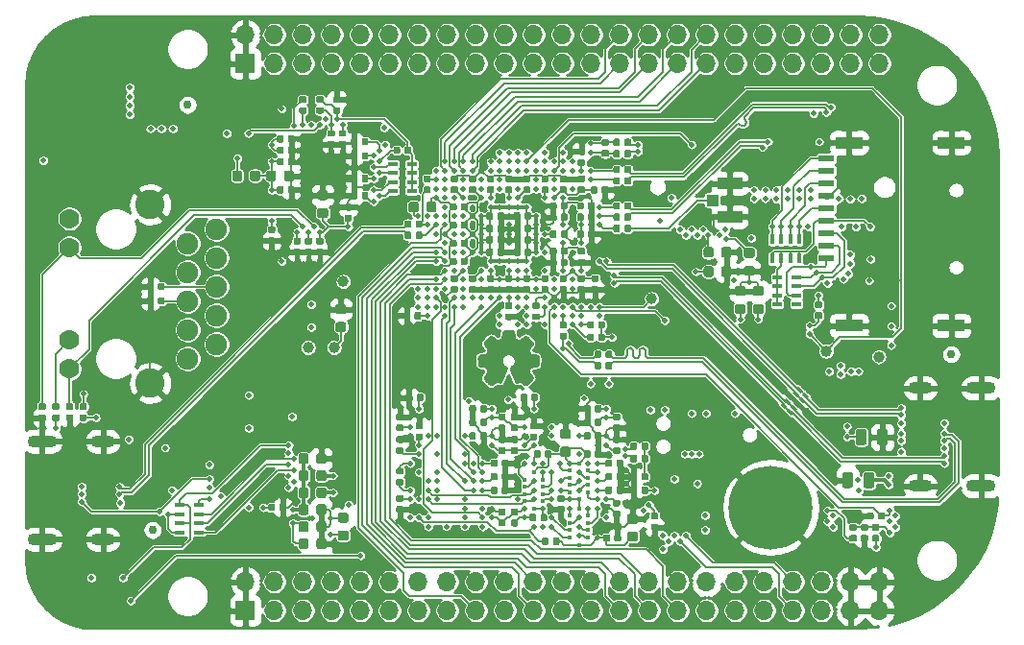
<source format=gbl>
G04 #@! TF.GenerationSoftware,KiCad,Pcbnew,5.1.5+dfsg1-2build2*
G04 #@! TF.CreationDate,2020-05-01T00:48:46-07:00*
G04 #@! TF.ProjectId,logicbone,6c6f6769-6362-46f6-9e65-2e6b69636164,rev?*
G04 #@! TF.SameCoordinates,Original*
G04 #@! TF.FileFunction,Copper,L8,Bot*
G04 #@! TF.FilePolarity,Positive*
%FSLAX46Y46*%
G04 Gerber Fmt 4.6, Leading zero omitted, Abs format (unit mm)*
G04 Created by KiCad (PCBNEW 5.1.5+dfsg1-2build2) date 2020-05-01 00:48:46*
%MOMM*%
%LPD*%
G04 APERTURE LIST*
%ADD10C,0.282222*%
%ADD11O,2.600000X1.100000*%
%ADD12O,2.100000X1.100000*%
%ADD13C,0.100000*%
%ADD14C,1.900000*%
%ADD15C,2.600000*%
%ADD16C,1.770000*%
%ADD17R,1.400000X0.620000*%
%ADD18R,2.400000X1.100000*%
%ADD19R,1.700000X1.700000*%
%ADD20O,1.700000X1.700000*%
%ADD21R,0.400000X0.400000*%
%ADD22R,0.900000X0.400000*%
%ADD23C,7.400000*%
%ADD24R,0.400000X0.900000*%
%ADD25R,2.200000X1.050000*%
%ADD26R,1.050000X1.000000*%
%ADD27C,1.000000*%
%ADD28C,0.750000*%
%ADD29C,0.500000*%
%ADD30C,0.140000*%
%ADD31C,0.135000*%
%ADD32C,0.350000*%
%ADD33C,0.200000*%
%ADD34C,0.254000*%
G04 APERTURE END LIST*
D10*
G36*
X143189908Y-73468069D02*
G01*
X143217805Y-73478365D01*
X143241171Y-73492401D01*
X143260440Y-73509807D01*
X143276049Y-73530210D01*
X143288433Y-73553240D01*
X143298025Y-73578525D01*
X143305261Y-73605694D01*
X143310577Y-73634375D01*
X143314407Y-73664198D01*
X143317185Y-73694790D01*
X143319348Y-73725781D01*
X143321329Y-73756799D01*
X143323565Y-73787473D01*
X143326490Y-73817431D01*
X143330538Y-73846303D01*
X143336146Y-73873716D01*
X143343747Y-73899299D01*
X143353777Y-73922682D01*
X143350835Y-73958410D01*
X143351030Y-73991585D01*
X143354197Y-74022342D01*
X143360169Y-74050815D01*
X143368782Y-74077140D01*
X143379868Y-74101451D01*
X143393263Y-74123883D01*
X143408801Y-74144572D01*
X143426316Y-74163652D01*
X143445641Y-74181258D01*
X143466612Y-74197525D01*
X143489062Y-74212588D01*
X143512826Y-74226582D01*
X143537738Y-74239642D01*
X143563632Y-74251903D01*
X143590342Y-74263499D01*
X143617703Y-74274566D01*
X143645549Y-74285238D01*
X143673713Y-74295651D01*
X143702031Y-74305939D01*
X143730336Y-74316238D01*
X143758462Y-74326681D01*
X143786244Y-74337405D01*
X143813517Y-74348544D01*
X143842405Y-74332461D01*
X143870868Y-74315235D01*
X143898964Y-74297016D01*
X143926748Y-74277955D01*
X143954276Y-74258203D01*
X143981606Y-74237910D01*
X144008793Y-74217227D01*
X144035893Y-74196306D01*
X144062964Y-74175296D01*
X144090060Y-74154349D01*
X144117239Y-74133614D01*
X144144557Y-74113244D01*
X144172071Y-74093387D01*
X144199836Y-74074196D01*
X144227908Y-74055821D01*
X144256345Y-74038413D01*
X144285202Y-74022122D01*
X144314537Y-74007099D01*
X144344404Y-73993495D01*
X144374860Y-73981460D01*
X144405963Y-73971145D01*
X144434068Y-73987185D01*
X144461383Y-74004605D01*
X144487970Y-74023294D01*
X144513890Y-74043140D01*
X144539203Y-74064032D01*
X144563970Y-74085859D01*
X144588254Y-74108510D01*
X144612115Y-74131873D01*
X144635614Y-74155838D01*
X144658813Y-74180293D01*
X144681772Y-74205126D01*
X144704553Y-74230228D01*
X144727217Y-74255486D01*
X144749825Y-74280789D01*
X144772438Y-74306027D01*
X144795117Y-74331087D01*
X144817924Y-74355859D01*
X144840920Y-74380231D01*
X144864165Y-74404093D01*
X144887722Y-74427333D01*
X144911650Y-74449839D01*
X144936012Y-74471502D01*
X144942829Y-74500450D01*
X144944610Y-74528508D01*
X144941859Y-74555761D01*
X144935077Y-74582293D01*
X144924769Y-74608188D01*
X144911436Y-74633529D01*
X144895581Y-74658400D01*
X144877707Y-74682886D01*
X144858318Y-74707071D01*
X144837916Y-74731038D01*
X144817003Y-74754872D01*
X144796083Y-74778656D01*
X144775659Y-74802474D01*
X144756233Y-74826411D01*
X144738308Y-74850550D01*
X144722387Y-74874976D01*
X144708973Y-74899772D01*
X144698569Y-74925022D01*
X144672925Y-74947177D01*
X144651714Y-74969769D01*
X144634668Y-74992771D01*
X144621517Y-75016157D01*
X144611993Y-75039901D01*
X144605826Y-75063975D01*
X144602748Y-75088354D01*
X144602488Y-75113010D01*
X144604779Y-75137918D01*
X144609350Y-75163050D01*
X144615934Y-75188381D01*
X144624261Y-75213884D01*
X144634061Y-75239532D01*
X144645067Y-75265298D01*
X144657008Y-75291157D01*
X144669616Y-75317082D01*
X144682622Y-75343045D01*
X144695756Y-75369022D01*
X144708750Y-75394984D01*
X144721334Y-75420907D01*
X144733240Y-75446762D01*
X144744198Y-75472524D01*
X144753939Y-75498166D01*
X144762195Y-75523661D01*
X144793038Y-75533166D01*
X144824536Y-75541348D01*
X144856603Y-75548380D01*
X144889152Y-75554437D01*
X144922099Y-75559694D01*
X144955358Y-75564327D01*
X144988843Y-75568508D01*
X145022468Y-75572414D01*
X145056148Y-75576219D01*
X145089796Y-75580097D01*
X145123328Y-75584223D01*
X145156656Y-75588772D01*
X145189697Y-75593919D01*
X145222363Y-75599837D01*
X145254570Y-75606703D01*
X145286231Y-75614690D01*
X145317261Y-75623973D01*
X145347574Y-75634727D01*
X145377085Y-75647126D01*
X145405707Y-75661346D01*
X145433355Y-75677561D01*
X145440107Y-75709452D01*
X145445730Y-75741684D01*
X145450306Y-75774227D01*
X145453916Y-75807052D01*
X145456643Y-75840129D01*
X145458569Y-75873429D01*
X145459775Y-75906920D01*
X145460344Y-75940574D01*
X145460357Y-75974361D01*
X145459896Y-76008251D01*
X145459044Y-76042215D01*
X145457882Y-76076222D01*
X145456492Y-76110243D01*
X145454956Y-76144248D01*
X145453356Y-76178208D01*
X145451774Y-76212092D01*
X145450292Y-76245871D01*
X145448991Y-76279515D01*
X145447954Y-76312994D01*
X145447263Y-76346279D01*
X145446999Y-76379340D01*
X145447245Y-76412147D01*
X145427594Y-76435628D01*
X145405520Y-76455233D01*
X145381273Y-76471354D01*
X145355098Y-76484380D01*
X145327244Y-76494703D01*
X145297958Y-76502713D01*
X145267487Y-76508801D01*
X145236080Y-76513357D01*
X145203982Y-76516773D01*
X145171442Y-76519439D01*
X145138708Y-76521745D01*
X145106026Y-76524082D01*
X145073644Y-76526841D01*
X145041810Y-76530412D01*
X145010770Y-76535187D01*
X144980773Y-76541556D01*
X144952066Y-76549909D01*
X144924896Y-76560638D01*
X144896689Y-76563151D01*
X144869890Y-76569623D01*
X144844505Y-76579761D01*
X144820536Y-76593274D01*
X144797987Y-76609871D01*
X144776863Y-76629260D01*
X144757168Y-76651150D01*
X144738905Y-76675249D01*
X144722079Y-76701265D01*
X144706694Y-76728906D01*
X144692752Y-76757882D01*
X144680259Y-76787901D01*
X144669219Y-76818671D01*
X144659635Y-76849900D01*
X144651511Y-76881298D01*
X144644851Y-76912572D01*
X144639660Y-76943430D01*
X144635941Y-76973582D01*
X144633697Y-77002736D01*
X144632934Y-77030600D01*
X144633655Y-77056883D01*
X144635864Y-77081293D01*
X144639565Y-77103538D01*
X144652974Y-77131268D01*
X144668402Y-77158399D01*
X144685547Y-77185021D01*
X144704109Y-77211227D01*
X144723785Y-77237106D01*
X144744275Y-77262750D01*
X144765277Y-77288250D01*
X144786489Y-77313697D01*
X144807611Y-77339183D01*
X144828341Y-77364797D01*
X144848378Y-77390631D01*
X144867420Y-77416776D01*
X144885166Y-77443323D01*
X144901315Y-77470364D01*
X144915564Y-77497988D01*
X144927614Y-77526288D01*
X144937163Y-77555354D01*
X144943909Y-77585277D01*
X144947550Y-77616148D01*
X144926149Y-77643036D01*
X144904222Y-77669781D01*
X144881801Y-77696374D01*
X144858916Y-77722807D01*
X144835596Y-77749070D01*
X144811872Y-77775153D01*
X144787774Y-77801049D01*
X144763333Y-77826747D01*
X144738579Y-77852239D01*
X144713541Y-77877515D01*
X144688251Y-77902566D01*
X144662738Y-77927384D01*
X144637032Y-77951958D01*
X144611164Y-77976280D01*
X144585164Y-78000340D01*
X144559063Y-78024130D01*
X144532889Y-78047640D01*
X144506675Y-78070861D01*
X144480449Y-78093785D01*
X144454242Y-78116401D01*
X144428085Y-78138700D01*
X144396556Y-78137172D01*
X144366072Y-78131861D01*
X144336528Y-78123154D01*
X144307819Y-78111440D01*
X144279839Y-78097106D01*
X144252481Y-78080542D01*
X144225642Y-78062134D01*
X144199215Y-78042270D01*
X144173096Y-78021340D01*
X144147177Y-77999730D01*
X144121354Y-77977829D01*
X144095522Y-77956025D01*
X144069575Y-77934706D01*
X144043407Y-77914259D01*
X144016913Y-77895074D01*
X143989988Y-77877537D01*
X143962525Y-77862037D01*
X143934420Y-77848962D01*
X143919141Y-77832156D01*
X143903072Y-77820499D01*
X143886293Y-77813480D01*
X143868882Y-77810586D01*
X143850919Y-77811307D01*
X143832482Y-77815129D01*
X143813649Y-77821540D01*
X143794500Y-77830030D01*
X143775114Y-77840086D01*
X143755569Y-77851196D01*
X143735945Y-77862848D01*
X143716319Y-77874530D01*
X143696771Y-77885730D01*
X143677380Y-77895937D01*
X143658224Y-77904638D01*
X143639383Y-77911321D01*
X143620935Y-77915475D01*
X143602959Y-77916587D01*
X143585533Y-77914146D01*
X143568737Y-77907640D01*
X143552650Y-77896556D01*
X143537350Y-77880383D01*
X143522916Y-77858609D01*
X143510575Y-77826133D01*
X143498004Y-77793706D01*
X143485221Y-77761325D01*
X143472244Y-77728984D01*
X143459090Y-77696681D01*
X143445777Y-77664412D01*
X143432323Y-77632173D01*
X143418746Y-77599961D01*
X143405062Y-77567770D01*
X143391290Y-77535599D01*
X143377448Y-77503442D01*
X143363552Y-77471297D01*
X143349622Y-77439158D01*
X143335674Y-77407024D01*
X143321726Y-77374889D01*
X143307796Y-77342751D01*
X143293902Y-77310604D01*
X143280061Y-77278446D01*
X143266290Y-77246273D01*
X143252609Y-77214081D01*
X143239033Y-77181866D01*
X143225582Y-77149624D01*
X143212272Y-77117352D01*
X143199121Y-77085045D01*
X143186148Y-77052701D01*
X143173369Y-77020315D01*
X143160802Y-76987884D01*
X143148466Y-76955403D01*
X143136377Y-76922869D01*
X143124554Y-76890278D01*
X143113014Y-76857627D01*
X143101774Y-76824911D01*
X143090853Y-76792127D01*
X143080268Y-76759271D01*
X143070037Y-76726340D01*
X143084966Y-76700666D01*
X143102480Y-76677218D01*
X143122202Y-76655648D01*
X143143754Y-76635606D01*
X143166755Y-76616742D01*
X143190829Y-76598710D01*
X143215596Y-76581159D01*
X143240677Y-76563741D01*
X143265695Y-76546106D01*
X143290271Y-76527907D01*
X143314025Y-76508793D01*
X143336580Y-76488417D01*
X143357557Y-76466429D01*
X143376578Y-76442480D01*
X143393263Y-76416222D01*
X143407234Y-76387306D01*
X143423116Y-76361857D01*
X143437408Y-76335923D01*
X143450136Y-76309551D01*
X143461327Y-76282786D01*
X143471006Y-76255676D01*
X143479200Y-76228268D01*
X143485936Y-76200608D01*
X143491239Y-76172744D01*
X143495137Y-76144722D01*
X143497655Y-76116589D01*
X143498819Y-76088393D01*
X143498656Y-76060179D01*
X143497192Y-76031994D01*
X143494454Y-76003887D01*
X143490468Y-75975902D01*
X143485260Y-75948088D01*
X143478856Y-75920491D01*
X143471284Y-75893158D01*
X143462568Y-75866135D01*
X143452735Y-75839470D01*
X143441813Y-75813210D01*
X143429826Y-75787401D01*
X143416801Y-75762090D01*
X143402765Y-75737324D01*
X143387744Y-75713150D01*
X143371765Y-75689615D01*
X143354852Y-75666765D01*
X143337034Y-75644648D01*
X143318336Y-75623310D01*
X143298784Y-75602799D01*
X143278405Y-75583160D01*
X143257225Y-75564441D01*
X143235270Y-75546688D01*
X143212567Y-75529950D01*
X143189142Y-75514271D01*
X143165022Y-75499700D01*
X143140232Y-75486283D01*
X143114798Y-75474067D01*
X143088748Y-75463099D01*
X143062108Y-75453425D01*
X143034903Y-75445093D01*
X143007161Y-75438149D01*
X142978907Y-75432640D01*
X142950167Y-75428614D01*
X142920969Y-75426116D01*
X142891338Y-75425194D01*
X142861301Y-75425894D01*
X142830884Y-75428264D01*
X142800710Y-75429071D01*
X142771087Y-75431462D01*
X142742034Y-75435391D01*
X142713570Y-75440809D01*
X142685716Y-75447669D01*
X142658492Y-75455924D01*
X142631917Y-75465524D01*
X142606011Y-75476423D01*
X142580795Y-75488572D01*
X142556288Y-75501925D01*
X142532509Y-75516433D01*
X142509480Y-75532047D01*
X142487220Y-75548722D01*
X142465749Y-75566408D01*
X142445086Y-75585058D01*
X142425252Y-75604625D01*
X142406266Y-75625059D01*
X142388148Y-75646315D01*
X142370919Y-75668343D01*
X142354598Y-75691096D01*
X142339206Y-75714527D01*
X142324761Y-75738587D01*
X142311284Y-75763228D01*
X142298795Y-75788404D01*
X142287313Y-75814065D01*
X142276859Y-75840165D01*
X142267453Y-75866656D01*
X142259114Y-75893489D01*
X142251862Y-75920618D01*
X142245717Y-75947993D01*
X142240700Y-75975568D01*
X142236829Y-76003294D01*
X142234126Y-76031125D01*
X142232609Y-76059011D01*
X142232299Y-76086906D01*
X142233215Y-76114761D01*
X142235378Y-76142529D01*
X142238808Y-76170162D01*
X142243523Y-76197612D01*
X142249545Y-76224831D01*
X142256893Y-76251772D01*
X142265587Y-76278386D01*
X142275647Y-76304627D01*
X142287093Y-76330446D01*
X142299944Y-76355795D01*
X142314221Y-76380627D01*
X142329944Y-76404894D01*
X142347132Y-76428547D01*
X142365805Y-76451540D01*
X142378437Y-76475104D01*
X142394648Y-76496345D01*
X142413826Y-76515622D01*
X142435361Y-76533296D01*
X142458641Y-76549726D01*
X142483055Y-76565270D01*
X142507994Y-76580290D01*
X142532845Y-76595143D01*
X142556998Y-76610189D01*
X142579841Y-76625789D01*
X142600765Y-76642300D01*
X142619158Y-76660083D01*
X142634409Y-76679497D01*
X142645907Y-76700902D01*
X142653041Y-76724657D01*
X142655201Y-76751120D01*
X142651775Y-76780653D01*
X142637653Y-76812306D01*
X142623714Y-76844081D01*
X142609945Y-76875968D01*
X142596330Y-76907957D01*
X142582855Y-76940038D01*
X142569508Y-76972204D01*
X142556272Y-77004444D01*
X142543135Y-77036749D01*
X142530082Y-77069109D01*
X142517099Y-77101516D01*
X142504171Y-77133960D01*
X142491286Y-77166431D01*
X142478427Y-77198921D01*
X142465582Y-77231419D01*
X142452736Y-77263917D01*
X142439875Y-77296405D01*
X142426985Y-77328875D01*
X142414052Y-77361315D01*
X142401061Y-77393718D01*
X142387998Y-77426074D01*
X142374850Y-77458373D01*
X142361601Y-77490607D01*
X142348239Y-77522765D01*
X142334748Y-77554839D01*
X142321115Y-77586819D01*
X142307325Y-77618695D01*
X142293364Y-77650459D01*
X142279219Y-77682102D01*
X142264875Y-77713612D01*
X142250317Y-77744983D01*
X142235532Y-77776203D01*
X142220505Y-77807265D01*
X142205223Y-77838157D01*
X142189671Y-77868872D01*
X142173835Y-77899399D01*
X142152833Y-77908697D01*
X142131969Y-77913584D01*
X142111241Y-77914578D01*
X142090651Y-77912198D01*
X142070199Y-77906962D01*
X142049885Y-77899388D01*
X142029710Y-77889996D01*
X142009674Y-77879303D01*
X141989777Y-77867828D01*
X141970021Y-77856091D01*
X141950404Y-77844608D01*
X141930929Y-77833899D01*
X141911594Y-77824483D01*
X141892401Y-77816877D01*
X141873349Y-77811601D01*
X141854440Y-77809173D01*
X141835673Y-77810111D01*
X141817050Y-77814933D01*
X141798569Y-77824160D01*
X141780233Y-77838308D01*
X141762040Y-77857896D01*
X141743993Y-77883444D01*
X141719375Y-77893484D01*
X141695185Y-77906320D01*
X141671350Y-77921515D01*
X141647796Y-77938631D01*
X141624450Y-77957232D01*
X141601238Y-77976880D01*
X141578086Y-77997140D01*
X141554921Y-78017573D01*
X141531670Y-78037744D01*
X141508259Y-78057214D01*
X141484614Y-78075547D01*
X141460662Y-78092307D01*
X141436329Y-78107056D01*
X141411542Y-78119356D01*
X141386227Y-78128773D01*
X141360311Y-78134867D01*
X141333721Y-78137203D01*
X141306381Y-78135344D01*
X141278220Y-78128852D01*
X141256600Y-78104472D01*
X141234128Y-78080532D01*
X141210914Y-78056972D01*
X141187072Y-78033728D01*
X141162713Y-78010739D01*
X141137949Y-77987944D01*
X141112893Y-77965280D01*
X141087656Y-77942685D01*
X141062351Y-77920098D01*
X141037090Y-77897457D01*
X141011984Y-77874700D01*
X140987146Y-77851765D01*
X140962689Y-77828590D01*
X140938723Y-77805114D01*
X140915361Y-77781274D01*
X140892716Y-77757009D01*
X140870898Y-77732257D01*
X140850021Y-77706956D01*
X140830197Y-77681043D01*
X140811536Y-77654459D01*
X140794153Y-77627139D01*
X140778158Y-77599024D01*
X140785832Y-77569279D01*
X140795947Y-77540219D01*
X140808246Y-77511781D01*
X140822475Y-77483902D01*
X140838378Y-77456519D01*
X140855701Y-77429571D01*
X140874187Y-77402995D01*
X140893582Y-77376727D01*
X140913630Y-77350707D01*
X140934077Y-77324871D01*
X140954667Y-77299157D01*
X140975144Y-77273503D01*
X140995255Y-77247845D01*
X141014743Y-77222122D01*
X141033353Y-77196270D01*
X141050830Y-77170229D01*
X141066919Y-77143934D01*
X141081365Y-77117324D01*
X141093912Y-77090336D01*
X141104306Y-77062908D01*
X141112290Y-77034977D01*
X141117611Y-77006480D01*
X141106519Y-76978881D01*
X141095866Y-76950747D01*
X141085512Y-76922248D01*
X141075318Y-76893553D01*
X141065145Y-76864833D01*
X141054855Y-76836257D01*
X141044308Y-76807994D01*
X141033365Y-76780213D01*
X141021887Y-76753084D01*
X141009735Y-76726776D01*
X140996771Y-76701460D01*
X140982855Y-76677303D01*
X140967848Y-76654477D01*
X140951611Y-76633150D01*
X140934006Y-76613491D01*
X140914893Y-76595671D01*
X140894133Y-76579859D01*
X140871587Y-76566223D01*
X140847116Y-76554934D01*
X140820582Y-76546162D01*
X140791845Y-76540074D01*
X140760766Y-76536842D01*
X140727206Y-76536634D01*
X140691026Y-76539620D01*
X140669687Y-76533502D01*
X140646162Y-76528485D01*
X140620820Y-76524312D01*
X140594029Y-76520726D01*
X140566160Y-76517470D01*
X140537581Y-76514286D01*
X140508661Y-76510918D01*
X140479769Y-76507108D01*
X140451275Y-76502599D01*
X140423548Y-76497134D01*
X140396956Y-76490455D01*
X140371869Y-76482306D01*
X140348656Y-76472430D01*
X140327686Y-76460568D01*
X140309328Y-76446465D01*
X140293952Y-76429862D01*
X140281926Y-76410503D01*
X140273619Y-76388131D01*
X140269400Y-76362488D01*
X140269640Y-76333317D01*
X140274706Y-76300360D01*
X140278942Y-76269389D01*
X140281456Y-76237886D01*
X140282489Y-76205925D01*
X140282281Y-76173579D01*
X140281075Y-76140922D01*
X140279112Y-76108027D01*
X140276634Y-76074968D01*
X140273882Y-76041817D01*
X140271098Y-76008650D01*
X140268523Y-75975538D01*
X140266399Y-75942556D01*
X140264967Y-75909777D01*
X140264469Y-75877275D01*
X140265147Y-75845122D01*
X140267241Y-75813393D01*
X140270994Y-75782161D01*
X140276647Y-75751499D01*
X140284441Y-75721481D01*
X140294618Y-75692180D01*
X140307420Y-75663670D01*
X140335504Y-75650098D01*
X140364638Y-75638359D01*
X140394700Y-75628257D01*
X140425569Y-75619598D01*
X140457123Y-75612189D01*
X140489243Y-75605834D01*
X140521807Y-75600340D01*
X140554693Y-75595512D01*
X140587781Y-75591157D01*
X140620950Y-75587079D01*
X140654079Y-75583084D01*
X140687045Y-75578978D01*
X140719730Y-75574567D01*
X140752011Y-75569657D01*
X140783767Y-75564052D01*
X140814877Y-75557560D01*
X140845221Y-75549985D01*
X140874677Y-75541133D01*
X140903124Y-75530811D01*
X140930440Y-75518823D01*
X140956506Y-75504975D01*
X140981200Y-75489073D01*
X140993600Y-75461489D01*
X141006545Y-75433851D01*
X141019808Y-75406182D01*
X141033160Y-75378504D01*
X141046371Y-75350839D01*
X141059215Y-75323211D01*
X141071462Y-75295642D01*
X141082883Y-75268154D01*
X141093250Y-75240770D01*
X141102334Y-75213513D01*
X141109907Y-75186404D01*
X141115740Y-75159467D01*
X141119605Y-75132724D01*
X141121272Y-75106198D01*
X141120515Y-75079910D01*
X141117103Y-75053884D01*
X141110808Y-75028143D01*
X141101402Y-75002708D01*
X141088656Y-74977602D01*
X141072341Y-74952848D01*
X141052229Y-74928469D01*
X141028092Y-74904486D01*
X140999700Y-74880922D01*
X140990746Y-74860201D01*
X140978753Y-74838987D01*
X140964238Y-74817324D01*
X140947722Y-74795258D01*
X140929723Y-74772836D01*
X140910760Y-74750101D01*
X140891351Y-74727101D01*
X140872017Y-74703881D01*
X140853274Y-74680485D01*
X140835643Y-74656960D01*
X140819642Y-74633351D01*
X140805790Y-74609704D01*
X140794606Y-74586064D01*
X140786609Y-74562476D01*
X140782318Y-74538987D01*
X140782250Y-74515641D01*
X140786926Y-74492485D01*
X140796865Y-74469563D01*
X140812584Y-74446922D01*
X140834603Y-74424607D01*
X140860423Y-74404067D01*
X140885474Y-74382158D01*
X140909865Y-74359070D01*
X140933702Y-74334994D01*
X140957094Y-74310120D01*
X140980148Y-74284640D01*
X141002973Y-74258744D01*
X141025677Y-74232623D01*
X141048367Y-74206468D01*
X141071151Y-74180470D01*
X141094137Y-74154818D01*
X141117433Y-74129705D01*
X141141147Y-74105321D01*
X141165386Y-74081857D01*
X141190259Y-74059504D01*
X141215873Y-74038451D01*
X141242337Y-74018891D01*
X141269758Y-74001014D01*
X141298244Y-73985011D01*
X141327903Y-73971072D01*
X141358697Y-73980762D01*
X141388870Y-73992698D01*
X141418478Y-74006640D01*
X141447579Y-74022348D01*
X141476229Y-74039584D01*
X141504487Y-74058108D01*
X141532410Y-74077680D01*
X141560053Y-74098061D01*
X141587475Y-74119012D01*
X141614733Y-74140293D01*
X141641883Y-74161665D01*
X141668984Y-74182888D01*
X141696091Y-74203724D01*
X141723263Y-74223932D01*
X141750556Y-74243273D01*
X141778028Y-74261509D01*
X141805735Y-74278398D01*
X141833736Y-74293703D01*
X141862086Y-74307184D01*
X141890843Y-74318601D01*
X141920065Y-74327715D01*
X141949808Y-74334286D01*
X141980800Y-74324643D01*
X142011504Y-74314765D01*
X142041803Y-74304557D01*
X142071579Y-74293923D01*
X142100714Y-74282768D01*
X142129092Y-74270997D01*
X142156595Y-74258514D01*
X142183105Y-74245223D01*
X142208506Y-74231028D01*
X142232680Y-74215836D01*
X142255510Y-74199549D01*
X142276878Y-74182072D01*
X142296666Y-74163310D01*
X142314758Y-74143168D01*
X142331037Y-74121549D01*
X142345384Y-74098359D01*
X142357683Y-74073501D01*
X142367815Y-74046881D01*
X142375665Y-74018402D01*
X142381114Y-73987970D01*
X142384045Y-73955488D01*
X142384341Y-73920862D01*
X142381884Y-73883995D01*
X142388005Y-73862652D01*
X142393025Y-73839124D01*
X142397202Y-73813779D01*
X142400791Y-73786986D01*
X142404051Y-73759115D01*
X142407239Y-73730535D01*
X142410611Y-73701615D01*
X142414425Y-73672723D01*
X142418938Y-73644229D01*
X142424407Y-73616503D01*
X142431089Y-73589913D01*
X142439241Y-73564828D01*
X142449121Y-73541617D01*
X142460986Y-73520650D01*
X142475092Y-73502295D01*
X142491696Y-73486922D01*
X142511057Y-73474900D01*
X142533431Y-73466598D01*
X142559074Y-73462385D01*
X142588246Y-73462630D01*
X142621201Y-73467702D01*
X142654654Y-73467737D01*
X142688107Y-73467755D01*
X142721562Y-73467758D01*
X142755017Y-73467749D01*
X142788472Y-73467732D01*
X142821928Y-73467710D01*
X142855383Y-73467686D01*
X142888839Y-73467664D01*
X142922294Y-73467647D01*
X142955749Y-73467637D01*
X142989204Y-73467639D01*
X143022657Y-73467656D01*
X143056110Y-73467690D01*
X143089562Y-73467745D01*
X143123012Y-73467825D01*
X143156461Y-73467932D01*
X143189908Y-73468070D01*
X143189908Y-73468069D01*
G37*
X143189908Y-73468069D02*
X143217805Y-73478365D01*
X143241171Y-73492401D01*
X143260440Y-73509807D01*
X143276049Y-73530210D01*
X143288433Y-73553240D01*
X143298025Y-73578525D01*
X143305261Y-73605694D01*
X143310577Y-73634375D01*
X143314407Y-73664198D01*
X143317185Y-73694790D01*
X143319348Y-73725781D01*
X143321329Y-73756799D01*
X143323565Y-73787473D01*
X143326490Y-73817431D01*
X143330538Y-73846303D01*
X143336146Y-73873716D01*
X143343747Y-73899299D01*
X143353777Y-73922682D01*
X143350835Y-73958410D01*
X143351030Y-73991585D01*
X143354197Y-74022342D01*
X143360169Y-74050815D01*
X143368782Y-74077140D01*
X143379868Y-74101451D01*
X143393263Y-74123883D01*
X143408801Y-74144572D01*
X143426316Y-74163652D01*
X143445641Y-74181258D01*
X143466612Y-74197525D01*
X143489062Y-74212588D01*
X143512826Y-74226582D01*
X143537738Y-74239642D01*
X143563632Y-74251903D01*
X143590342Y-74263499D01*
X143617703Y-74274566D01*
X143645549Y-74285238D01*
X143673713Y-74295651D01*
X143702031Y-74305939D01*
X143730336Y-74316238D01*
X143758462Y-74326681D01*
X143786244Y-74337405D01*
X143813517Y-74348544D01*
X143842405Y-74332461D01*
X143870868Y-74315235D01*
X143898964Y-74297016D01*
X143926748Y-74277955D01*
X143954276Y-74258203D01*
X143981606Y-74237910D01*
X144008793Y-74217227D01*
X144035893Y-74196306D01*
X144062964Y-74175296D01*
X144090060Y-74154349D01*
X144117239Y-74133614D01*
X144144557Y-74113244D01*
X144172071Y-74093387D01*
X144199836Y-74074196D01*
X144227908Y-74055821D01*
X144256345Y-74038413D01*
X144285202Y-74022122D01*
X144314537Y-74007099D01*
X144344404Y-73993495D01*
X144374860Y-73981460D01*
X144405963Y-73971145D01*
X144434068Y-73987185D01*
X144461383Y-74004605D01*
X144487970Y-74023294D01*
X144513890Y-74043140D01*
X144539203Y-74064032D01*
X144563970Y-74085859D01*
X144588254Y-74108510D01*
X144612115Y-74131873D01*
X144635614Y-74155838D01*
X144658813Y-74180293D01*
X144681772Y-74205126D01*
X144704553Y-74230228D01*
X144727217Y-74255486D01*
X144749825Y-74280789D01*
X144772438Y-74306027D01*
X144795117Y-74331087D01*
X144817924Y-74355859D01*
X144840920Y-74380231D01*
X144864165Y-74404093D01*
X144887722Y-74427333D01*
X144911650Y-74449839D01*
X144936012Y-74471502D01*
X144942829Y-74500450D01*
X144944610Y-74528508D01*
X144941859Y-74555761D01*
X144935077Y-74582293D01*
X144924769Y-74608188D01*
X144911436Y-74633529D01*
X144895581Y-74658400D01*
X144877707Y-74682886D01*
X144858318Y-74707071D01*
X144837916Y-74731038D01*
X144817003Y-74754872D01*
X144796083Y-74778656D01*
X144775659Y-74802474D01*
X144756233Y-74826411D01*
X144738308Y-74850550D01*
X144722387Y-74874976D01*
X144708973Y-74899772D01*
X144698569Y-74925022D01*
X144672925Y-74947177D01*
X144651714Y-74969769D01*
X144634668Y-74992771D01*
X144621517Y-75016157D01*
X144611993Y-75039901D01*
X144605826Y-75063975D01*
X144602748Y-75088354D01*
X144602488Y-75113010D01*
X144604779Y-75137918D01*
X144609350Y-75163050D01*
X144615934Y-75188381D01*
X144624261Y-75213884D01*
X144634061Y-75239532D01*
X144645067Y-75265298D01*
X144657008Y-75291157D01*
X144669616Y-75317082D01*
X144682622Y-75343045D01*
X144695756Y-75369022D01*
X144708750Y-75394984D01*
X144721334Y-75420907D01*
X144733240Y-75446762D01*
X144744198Y-75472524D01*
X144753939Y-75498166D01*
X144762195Y-75523661D01*
X144793038Y-75533166D01*
X144824536Y-75541348D01*
X144856603Y-75548380D01*
X144889152Y-75554437D01*
X144922099Y-75559694D01*
X144955358Y-75564327D01*
X144988843Y-75568508D01*
X145022468Y-75572414D01*
X145056148Y-75576219D01*
X145089796Y-75580097D01*
X145123328Y-75584223D01*
X145156656Y-75588772D01*
X145189697Y-75593919D01*
X145222363Y-75599837D01*
X145254570Y-75606703D01*
X145286231Y-75614690D01*
X145317261Y-75623973D01*
X145347574Y-75634727D01*
X145377085Y-75647126D01*
X145405707Y-75661346D01*
X145433355Y-75677561D01*
X145440107Y-75709452D01*
X145445730Y-75741684D01*
X145450306Y-75774227D01*
X145453916Y-75807052D01*
X145456643Y-75840129D01*
X145458569Y-75873429D01*
X145459775Y-75906920D01*
X145460344Y-75940574D01*
X145460357Y-75974361D01*
X145459896Y-76008251D01*
X145459044Y-76042215D01*
X145457882Y-76076222D01*
X145456492Y-76110243D01*
X145454956Y-76144248D01*
X145453356Y-76178208D01*
X145451774Y-76212092D01*
X145450292Y-76245871D01*
X145448991Y-76279515D01*
X145447954Y-76312994D01*
X145447263Y-76346279D01*
X145446999Y-76379340D01*
X145447245Y-76412147D01*
X145427594Y-76435628D01*
X145405520Y-76455233D01*
X145381273Y-76471354D01*
X145355098Y-76484380D01*
X145327244Y-76494703D01*
X145297958Y-76502713D01*
X145267487Y-76508801D01*
X145236080Y-76513357D01*
X145203982Y-76516773D01*
X145171442Y-76519439D01*
X145138708Y-76521745D01*
X145106026Y-76524082D01*
X145073644Y-76526841D01*
X145041810Y-76530412D01*
X145010770Y-76535187D01*
X144980773Y-76541556D01*
X144952066Y-76549909D01*
X144924896Y-76560638D01*
X144896689Y-76563151D01*
X144869890Y-76569623D01*
X144844505Y-76579761D01*
X144820536Y-76593274D01*
X144797987Y-76609871D01*
X144776863Y-76629260D01*
X144757168Y-76651150D01*
X144738905Y-76675249D01*
X144722079Y-76701265D01*
X144706694Y-76728906D01*
X144692752Y-76757882D01*
X144680259Y-76787901D01*
X144669219Y-76818671D01*
X144659635Y-76849900D01*
X144651511Y-76881298D01*
X144644851Y-76912572D01*
X144639660Y-76943430D01*
X144635941Y-76973582D01*
X144633697Y-77002736D01*
X144632934Y-77030600D01*
X144633655Y-77056883D01*
X144635864Y-77081293D01*
X144639565Y-77103538D01*
X144652974Y-77131268D01*
X144668402Y-77158399D01*
X144685547Y-77185021D01*
X144704109Y-77211227D01*
X144723785Y-77237106D01*
X144744275Y-77262750D01*
X144765277Y-77288250D01*
X144786489Y-77313697D01*
X144807611Y-77339183D01*
X144828341Y-77364797D01*
X144848378Y-77390631D01*
X144867420Y-77416776D01*
X144885166Y-77443323D01*
X144901315Y-77470364D01*
X144915564Y-77497988D01*
X144927614Y-77526288D01*
X144937163Y-77555354D01*
X144943909Y-77585277D01*
X144947550Y-77616148D01*
X144926149Y-77643036D01*
X144904222Y-77669781D01*
X144881801Y-77696374D01*
X144858916Y-77722807D01*
X144835596Y-77749070D01*
X144811872Y-77775153D01*
X144787774Y-77801049D01*
X144763333Y-77826747D01*
X144738579Y-77852239D01*
X144713541Y-77877515D01*
X144688251Y-77902566D01*
X144662738Y-77927384D01*
X144637032Y-77951958D01*
X144611164Y-77976280D01*
X144585164Y-78000340D01*
X144559063Y-78024130D01*
X144532889Y-78047640D01*
X144506675Y-78070861D01*
X144480449Y-78093785D01*
X144454242Y-78116401D01*
X144428085Y-78138700D01*
X144396556Y-78137172D01*
X144366072Y-78131861D01*
X144336528Y-78123154D01*
X144307819Y-78111440D01*
X144279839Y-78097106D01*
X144252481Y-78080542D01*
X144225642Y-78062134D01*
X144199215Y-78042270D01*
X144173096Y-78021340D01*
X144147177Y-77999730D01*
X144121354Y-77977829D01*
X144095522Y-77956025D01*
X144069575Y-77934706D01*
X144043407Y-77914259D01*
X144016913Y-77895074D01*
X143989988Y-77877537D01*
X143962525Y-77862037D01*
X143934420Y-77848962D01*
X143919141Y-77832156D01*
X143903072Y-77820499D01*
X143886293Y-77813480D01*
X143868882Y-77810586D01*
X143850919Y-77811307D01*
X143832482Y-77815129D01*
X143813649Y-77821540D01*
X143794500Y-77830030D01*
X143775114Y-77840086D01*
X143755569Y-77851196D01*
X143735945Y-77862848D01*
X143716319Y-77874530D01*
X143696771Y-77885730D01*
X143677380Y-77895937D01*
X143658224Y-77904638D01*
X143639383Y-77911321D01*
X143620935Y-77915475D01*
X143602959Y-77916587D01*
X143585533Y-77914146D01*
X143568737Y-77907640D01*
X143552650Y-77896556D01*
X143537350Y-77880383D01*
X143522916Y-77858609D01*
X143510575Y-77826133D01*
X143498004Y-77793706D01*
X143485221Y-77761325D01*
X143472244Y-77728984D01*
X143459090Y-77696681D01*
X143445777Y-77664412D01*
X143432323Y-77632173D01*
X143418746Y-77599961D01*
X143405062Y-77567770D01*
X143391290Y-77535599D01*
X143377448Y-77503442D01*
X143363552Y-77471297D01*
X143349622Y-77439158D01*
X143335674Y-77407024D01*
X143321726Y-77374889D01*
X143307796Y-77342751D01*
X143293902Y-77310604D01*
X143280061Y-77278446D01*
X143266290Y-77246273D01*
X143252609Y-77214081D01*
X143239033Y-77181866D01*
X143225582Y-77149624D01*
X143212272Y-77117352D01*
X143199121Y-77085045D01*
X143186148Y-77052701D01*
X143173369Y-77020315D01*
X143160802Y-76987884D01*
X143148466Y-76955403D01*
X143136377Y-76922869D01*
X143124554Y-76890278D01*
X143113014Y-76857627D01*
X143101774Y-76824911D01*
X143090853Y-76792127D01*
X143080268Y-76759271D01*
X143070037Y-76726340D01*
X143084966Y-76700666D01*
X143102480Y-76677218D01*
X143122202Y-76655648D01*
X143143754Y-76635606D01*
X143166755Y-76616742D01*
X143190829Y-76598710D01*
X143215596Y-76581159D01*
X143240677Y-76563741D01*
X143265695Y-76546106D01*
X143290271Y-76527907D01*
X143314025Y-76508793D01*
X143336580Y-76488417D01*
X143357557Y-76466429D01*
X143376578Y-76442480D01*
X143393263Y-76416222D01*
X143407234Y-76387306D01*
X143423116Y-76361857D01*
X143437408Y-76335923D01*
X143450136Y-76309551D01*
X143461327Y-76282786D01*
X143471006Y-76255676D01*
X143479200Y-76228268D01*
X143485936Y-76200608D01*
X143491239Y-76172744D01*
X143495137Y-76144722D01*
X143497655Y-76116589D01*
X143498819Y-76088393D01*
X143498656Y-76060179D01*
X143497192Y-76031994D01*
X143494454Y-76003887D01*
X143490468Y-75975902D01*
X143485260Y-75948088D01*
X143478856Y-75920491D01*
X143471284Y-75893158D01*
X143462568Y-75866135D01*
X143452735Y-75839470D01*
X143441813Y-75813210D01*
X143429826Y-75787401D01*
X143416801Y-75762090D01*
X143402765Y-75737324D01*
X143387744Y-75713150D01*
X143371765Y-75689615D01*
X143354852Y-75666765D01*
X143337034Y-75644648D01*
X143318336Y-75623310D01*
X143298784Y-75602799D01*
X143278405Y-75583160D01*
X143257225Y-75564441D01*
X143235270Y-75546688D01*
X143212567Y-75529950D01*
X143189142Y-75514271D01*
X143165022Y-75499700D01*
X143140232Y-75486283D01*
X143114798Y-75474067D01*
X143088748Y-75463099D01*
X143062108Y-75453425D01*
X143034903Y-75445093D01*
X143007161Y-75438149D01*
X142978907Y-75432640D01*
X142950167Y-75428614D01*
X142920969Y-75426116D01*
X142891338Y-75425194D01*
X142861301Y-75425894D01*
X142830884Y-75428264D01*
X142800710Y-75429071D01*
X142771087Y-75431462D01*
X142742034Y-75435391D01*
X142713570Y-75440809D01*
X142685716Y-75447669D01*
X142658492Y-75455924D01*
X142631917Y-75465524D01*
X142606011Y-75476423D01*
X142580795Y-75488572D01*
X142556288Y-75501925D01*
X142532509Y-75516433D01*
X142509480Y-75532047D01*
X142487220Y-75548722D01*
X142465749Y-75566408D01*
X142445086Y-75585058D01*
X142425252Y-75604625D01*
X142406266Y-75625059D01*
X142388148Y-75646315D01*
X142370919Y-75668343D01*
X142354598Y-75691096D01*
X142339206Y-75714527D01*
X142324761Y-75738587D01*
X142311284Y-75763228D01*
X142298795Y-75788404D01*
X142287313Y-75814065D01*
X142276859Y-75840165D01*
X142267453Y-75866656D01*
X142259114Y-75893489D01*
X142251862Y-75920618D01*
X142245717Y-75947993D01*
X142240700Y-75975568D01*
X142236829Y-76003294D01*
X142234126Y-76031125D01*
X142232609Y-76059011D01*
X142232299Y-76086906D01*
X142233215Y-76114761D01*
X142235378Y-76142529D01*
X142238808Y-76170162D01*
X142243523Y-76197612D01*
X142249545Y-76224831D01*
X142256893Y-76251772D01*
X142265587Y-76278386D01*
X142275647Y-76304627D01*
X142287093Y-76330446D01*
X142299944Y-76355795D01*
X142314221Y-76380627D01*
X142329944Y-76404894D01*
X142347132Y-76428547D01*
X142365805Y-76451540D01*
X142378437Y-76475104D01*
X142394648Y-76496345D01*
X142413826Y-76515622D01*
X142435361Y-76533296D01*
X142458641Y-76549726D01*
X142483055Y-76565270D01*
X142507994Y-76580290D01*
X142532845Y-76595143D01*
X142556998Y-76610189D01*
X142579841Y-76625789D01*
X142600765Y-76642300D01*
X142619158Y-76660083D01*
X142634409Y-76679497D01*
X142645907Y-76700902D01*
X142653041Y-76724657D01*
X142655201Y-76751120D01*
X142651775Y-76780653D01*
X142637653Y-76812306D01*
X142623714Y-76844081D01*
X142609945Y-76875968D01*
X142596330Y-76907957D01*
X142582855Y-76940038D01*
X142569508Y-76972204D01*
X142556272Y-77004444D01*
X142543135Y-77036749D01*
X142530082Y-77069109D01*
X142517099Y-77101516D01*
X142504171Y-77133960D01*
X142491286Y-77166431D01*
X142478427Y-77198921D01*
X142465582Y-77231419D01*
X142452736Y-77263917D01*
X142439875Y-77296405D01*
X142426985Y-77328875D01*
X142414052Y-77361315D01*
X142401061Y-77393718D01*
X142387998Y-77426074D01*
X142374850Y-77458373D01*
X142361601Y-77490607D01*
X142348239Y-77522765D01*
X142334748Y-77554839D01*
X142321115Y-77586819D01*
X142307325Y-77618695D01*
X142293364Y-77650459D01*
X142279219Y-77682102D01*
X142264875Y-77713612D01*
X142250317Y-77744983D01*
X142235532Y-77776203D01*
X142220505Y-77807265D01*
X142205223Y-77838157D01*
X142189671Y-77868872D01*
X142173835Y-77899399D01*
X142152833Y-77908697D01*
X142131969Y-77913584D01*
X142111241Y-77914578D01*
X142090651Y-77912198D01*
X142070199Y-77906962D01*
X142049885Y-77899388D01*
X142029710Y-77889996D01*
X142009674Y-77879303D01*
X141989777Y-77867828D01*
X141970021Y-77856091D01*
X141950404Y-77844608D01*
X141930929Y-77833899D01*
X141911594Y-77824483D01*
X141892401Y-77816877D01*
X141873349Y-77811601D01*
X141854440Y-77809173D01*
X141835673Y-77810111D01*
X141817050Y-77814933D01*
X141798569Y-77824160D01*
X141780233Y-77838308D01*
X141762040Y-77857896D01*
X141743993Y-77883444D01*
X141719375Y-77893484D01*
X141695185Y-77906320D01*
X141671350Y-77921515D01*
X141647796Y-77938631D01*
X141624450Y-77957232D01*
X141601238Y-77976880D01*
X141578086Y-77997140D01*
X141554921Y-78017573D01*
X141531670Y-78037744D01*
X141508259Y-78057214D01*
X141484614Y-78075547D01*
X141460662Y-78092307D01*
X141436329Y-78107056D01*
X141411542Y-78119356D01*
X141386227Y-78128773D01*
X141360311Y-78134867D01*
X141333721Y-78137203D01*
X141306381Y-78135344D01*
X141278220Y-78128852D01*
X141256600Y-78104472D01*
X141234128Y-78080532D01*
X141210914Y-78056972D01*
X141187072Y-78033728D01*
X141162713Y-78010739D01*
X141137949Y-77987944D01*
X141112893Y-77965280D01*
X141087656Y-77942685D01*
X141062351Y-77920098D01*
X141037090Y-77897457D01*
X141011984Y-77874700D01*
X140987146Y-77851765D01*
X140962689Y-77828590D01*
X140938723Y-77805114D01*
X140915361Y-77781274D01*
X140892716Y-77757009D01*
X140870898Y-77732257D01*
X140850021Y-77706956D01*
X140830197Y-77681043D01*
X140811536Y-77654459D01*
X140794153Y-77627139D01*
X140778158Y-77599024D01*
X140785832Y-77569279D01*
X140795947Y-77540219D01*
X140808246Y-77511781D01*
X140822475Y-77483902D01*
X140838378Y-77456519D01*
X140855701Y-77429571D01*
X140874187Y-77402995D01*
X140893582Y-77376727D01*
X140913630Y-77350707D01*
X140934077Y-77324871D01*
X140954667Y-77299157D01*
X140975144Y-77273503D01*
X140995255Y-77247845D01*
X141014743Y-77222122D01*
X141033353Y-77196270D01*
X141050830Y-77170229D01*
X141066919Y-77143934D01*
X141081365Y-77117324D01*
X141093912Y-77090336D01*
X141104306Y-77062908D01*
X141112290Y-77034977D01*
X141117611Y-77006480D01*
X141106519Y-76978881D01*
X141095866Y-76950747D01*
X141085512Y-76922248D01*
X141075318Y-76893553D01*
X141065145Y-76864833D01*
X141054855Y-76836257D01*
X141044308Y-76807994D01*
X141033365Y-76780213D01*
X141021887Y-76753084D01*
X141009735Y-76726776D01*
X140996771Y-76701460D01*
X140982855Y-76677303D01*
X140967848Y-76654477D01*
X140951611Y-76633150D01*
X140934006Y-76613491D01*
X140914893Y-76595671D01*
X140894133Y-76579859D01*
X140871587Y-76566223D01*
X140847116Y-76554934D01*
X140820582Y-76546162D01*
X140791845Y-76540074D01*
X140760766Y-76536842D01*
X140727206Y-76536634D01*
X140691026Y-76539620D01*
X140669687Y-76533502D01*
X140646162Y-76528485D01*
X140620820Y-76524312D01*
X140594029Y-76520726D01*
X140566160Y-76517470D01*
X140537581Y-76514286D01*
X140508661Y-76510918D01*
X140479769Y-76507108D01*
X140451275Y-76502599D01*
X140423548Y-76497134D01*
X140396956Y-76490455D01*
X140371869Y-76482306D01*
X140348656Y-76472430D01*
X140327686Y-76460568D01*
X140309328Y-76446465D01*
X140293952Y-76429862D01*
X140281926Y-76410503D01*
X140273619Y-76388131D01*
X140269400Y-76362488D01*
X140269640Y-76333317D01*
X140274706Y-76300360D01*
X140278942Y-76269389D01*
X140281456Y-76237886D01*
X140282489Y-76205925D01*
X140282281Y-76173579D01*
X140281075Y-76140922D01*
X140279112Y-76108027D01*
X140276634Y-76074968D01*
X140273882Y-76041817D01*
X140271098Y-76008650D01*
X140268523Y-75975538D01*
X140266399Y-75942556D01*
X140264967Y-75909777D01*
X140264469Y-75877275D01*
X140265147Y-75845122D01*
X140267241Y-75813393D01*
X140270994Y-75782161D01*
X140276647Y-75751499D01*
X140284441Y-75721481D01*
X140294618Y-75692180D01*
X140307420Y-75663670D01*
X140335504Y-75650098D01*
X140364638Y-75638359D01*
X140394700Y-75628257D01*
X140425569Y-75619598D01*
X140457123Y-75612189D01*
X140489243Y-75605834D01*
X140521807Y-75600340D01*
X140554693Y-75595512D01*
X140587781Y-75591157D01*
X140620950Y-75587079D01*
X140654079Y-75583084D01*
X140687045Y-75578978D01*
X140719730Y-75574567D01*
X140752011Y-75569657D01*
X140783767Y-75564052D01*
X140814877Y-75557560D01*
X140845221Y-75549985D01*
X140874677Y-75541133D01*
X140903124Y-75530811D01*
X140930440Y-75518823D01*
X140956506Y-75504975D01*
X140981200Y-75489073D01*
X140993600Y-75461489D01*
X141006545Y-75433851D01*
X141019808Y-75406182D01*
X141033160Y-75378504D01*
X141046371Y-75350839D01*
X141059215Y-75323211D01*
X141071462Y-75295642D01*
X141082883Y-75268154D01*
X141093250Y-75240770D01*
X141102334Y-75213513D01*
X141109907Y-75186404D01*
X141115740Y-75159467D01*
X141119605Y-75132724D01*
X141121272Y-75106198D01*
X141120515Y-75079910D01*
X141117103Y-75053884D01*
X141110808Y-75028143D01*
X141101402Y-75002708D01*
X141088656Y-74977602D01*
X141072341Y-74952848D01*
X141052229Y-74928469D01*
X141028092Y-74904486D01*
X140999700Y-74880922D01*
X140990746Y-74860201D01*
X140978753Y-74838987D01*
X140964238Y-74817324D01*
X140947722Y-74795258D01*
X140929723Y-74772836D01*
X140910760Y-74750101D01*
X140891351Y-74727101D01*
X140872017Y-74703881D01*
X140853274Y-74680485D01*
X140835643Y-74656960D01*
X140819642Y-74633351D01*
X140805790Y-74609704D01*
X140794606Y-74586064D01*
X140786609Y-74562476D01*
X140782318Y-74538987D01*
X140782250Y-74515641D01*
X140786926Y-74492485D01*
X140796865Y-74469563D01*
X140812584Y-74446922D01*
X140834603Y-74424607D01*
X140860423Y-74404067D01*
X140885474Y-74382158D01*
X140909865Y-74359070D01*
X140933702Y-74334994D01*
X140957094Y-74310120D01*
X140980148Y-74284640D01*
X141002973Y-74258744D01*
X141025677Y-74232623D01*
X141048367Y-74206468D01*
X141071151Y-74180470D01*
X141094137Y-74154818D01*
X141117433Y-74129705D01*
X141141147Y-74105321D01*
X141165386Y-74081857D01*
X141190259Y-74059504D01*
X141215873Y-74038451D01*
X141242337Y-74018891D01*
X141269758Y-74001014D01*
X141298244Y-73985011D01*
X141327903Y-73971072D01*
X141358697Y-73980762D01*
X141388870Y-73992698D01*
X141418478Y-74006640D01*
X141447579Y-74022348D01*
X141476229Y-74039584D01*
X141504487Y-74058108D01*
X141532410Y-74077680D01*
X141560053Y-74098061D01*
X141587475Y-74119012D01*
X141614733Y-74140293D01*
X141641883Y-74161665D01*
X141668984Y-74182888D01*
X141696091Y-74203724D01*
X141723263Y-74223932D01*
X141750556Y-74243273D01*
X141778028Y-74261509D01*
X141805735Y-74278398D01*
X141833736Y-74293703D01*
X141862086Y-74307184D01*
X141890843Y-74318601D01*
X141920065Y-74327715D01*
X141949808Y-74334286D01*
X141980800Y-74324643D01*
X142011504Y-74314765D01*
X142041803Y-74304557D01*
X142071579Y-74293923D01*
X142100714Y-74282768D01*
X142129092Y-74270997D01*
X142156595Y-74258514D01*
X142183105Y-74245223D01*
X142208506Y-74231028D01*
X142232680Y-74215836D01*
X142255510Y-74199549D01*
X142276878Y-74182072D01*
X142296666Y-74163310D01*
X142314758Y-74143168D01*
X142331037Y-74121549D01*
X142345384Y-74098359D01*
X142357683Y-74073501D01*
X142367815Y-74046881D01*
X142375665Y-74018402D01*
X142381114Y-73987970D01*
X142384045Y-73955488D01*
X142384341Y-73920862D01*
X142381884Y-73883995D01*
X142388005Y-73862652D01*
X142393025Y-73839124D01*
X142397202Y-73813779D01*
X142400791Y-73786986D01*
X142404051Y-73759115D01*
X142407239Y-73730535D01*
X142410611Y-73701615D01*
X142414425Y-73672723D01*
X142418938Y-73644229D01*
X142424407Y-73616503D01*
X142431089Y-73589913D01*
X142439241Y-73564828D01*
X142449121Y-73541617D01*
X142460986Y-73520650D01*
X142475092Y-73502295D01*
X142491696Y-73486922D01*
X142511057Y-73474900D01*
X142533431Y-73466598D01*
X142559074Y-73462385D01*
X142588246Y-73462630D01*
X142621201Y-73467702D01*
X142654654Y-73467737D01*
X142688107Y-73467755D01*
X142721562Y-73467758D01*
X142755017Y-73467749D01*
X142788472Y-73467732D01*
X142821928Y-73467710D01*
X142855383Y-73467686D01*
X142888839Y-73467664D01*
X142922294Y-73467647D01*
X142955749Y-73467637D01*
X142989204Y-73467639D01*
X143022657Y-73467656D01*
X143056110Y-73467690D01*
X143089562Y-73467745D01*
X143123012Y-73467825D01*
X143156461Y-73467932D01*
X143189908Y-73468070D01*
X143189908Y-73468069D01*
D11*
X101770000Y-91820000D03*
X101770000Y-83180000D03*
D12*
X107130000Y-91820000D03*
X107130000Y-83180000D03*
D11*
X184530000Y-78480000D03*
X184530000Y-87120000D03*
D12*
X179170000Y-78480000D03*
X179170000Y-87120000D03*
G04 #@! TA.AperFunction,SMDPad,CuDef*
D13*
G36*
X104376958Y-80790710D02*
G01*
X104391276Y-80792834D01*
X104405317Y-80796351D01*
X104418946Y-80801228D01*
X104432031Y-80807417D01*
X104444447Y-80814858D01*
X104456073Y-80823481D01*
X104466798Y-80833202D01*
X104476519Y-80843927D01*
X104485142Y-80855553D01*
X104492583Y-80867969D01*
X104498772Y-80881054D01*
X104503649Y-80894683D01*
X104507166Y-80908724D01*
X104509290Y-80923042D01*
X104510000Y-80937500D01*
X104510000Y-81232500D01*
X104509290Y-81246958D01*
X104507166Y-81261276D01*
X104503649Y-81275317D01*
X104498772Y-81288946D01*
X104492583Y-81302031D01*
X104485142Y-81314447D01*
X104476519Y-81326073D01*
X104466798Y-81336798D01*
X104456073Y-81346519D01*
X104444447Y-81355142D01*
X104432031Y-81362583D01*
X104418946Y-81368772D01*
X104405317Y-81373649D01*
X104391276Y-81377166D01*
X104376958Y-81379290D01*
X104362500Y-81380000D01*
X104017500Y-81380000D01*
X104003042Y-81379290D01*
X103988724Y-81377166D01*
X103974683Y-81373649D01*
X103961054Y-81368772D01*
X103947969Y-81362583D01*
X103935553Y-81355142D01*
X103923927Y-81346519D01*
X103913202Y-81336798D01*
X103903481Y-81326073D01*
X103894858Y-81314447D01*
X103887417Y-81302031D01*
X103881228Y-81288946D01*
X103876351Y-81275317D01*
X103872834Y-81261276D01*
X103870710Y-81246958D01*
X103870000Y-81232500D01*
X103870000Y-80937500D01*
X103870710Y-80923042D01*
X103872834Y-80908724D01*
X103876351Y-80894683D01*
X103881228Y-80881054D01*
X103887417Y-80867969D01*
X103894858Y-80855553D01*
X103903481Y-80843927D01*
X103913202Y-80833202D01*
X103923927Y-80823481D01*
X103935553Y-80814858D01*
X103947969Y-80807417D01*
X103961054Y-80801228D01*
X103974683Y-80796351D01*
X103988724Y-80792834D01*
X104003042Y-80790710D01*
X104017500Y-80790000D01*
X104362500Y-80790000D01*
X104376958Y-80790710D01*
G37*
G04 #@! TD.AperFunction*
G04 #@! TA.AperFunction,SMDPad,CuDef*
G36*
X104376958Y-79820710D02*
G01*
X104391276Y-79822834D01*
X104405317Y-79826351D01*
X104418946Y-79831228D01*
X104432031Y-79837417D01*
X104444447Y-79844858D01*
X104456073Y-79853481D01*
X104466798Y-79863202D01*
X104476519Y-79873927D01*
X104485142Y-79885553D01*
X104492583Y-79897969D01*
X104498772Y-79911054D01*
X104503649Y-79924683D01*
X104507166Y-79938724D01*
X104509290Y-79953042D01*
X104510000Y-79967500D01*
X104510000Y-80262500D01*
X104509290Y-80276958D01*
X104507166Y-80291276D01*
X104503649Y-80305317D01*
X104498772Y-80318946D01*
X104492583Y-80332031D01*
X104485142Y-80344447D01*
X104476519Y-80356073D01*
X104466798Y-80366798D01*
X104456073Y-80376519D01*
X104444447Y-80385142D01*
X104432031Y-80392583D01*
X104418946Y-80398772D01*
X104405317Y-80403649D01*
X104391276Y-80407166D01*
X104376958Y-80409290D01*
X104362500Y-80410000D01*
X104017500Y-80410000D01*
X104003042Y-80409290D01*
X103988724Y-80407166D01*
X103974683Y-80403649D01*
X103961054Y-80398772D01*
X103947969Y-80392583D01*
X103935553Y-80385142D01*
X103923927Y-80376519D01*
X103913202Y-80366798D01*
X103903481Y-80356073D01*
X103894858Y-80344447D01*
X103887417Y-80332031D01*
X103881228Y-80318946D01*
X103876351Y-80305317D01*
X103872834Y-80291276D01*
X103870710Y-80276958D01*
X103870000Y-80262500D01*
X103870000Y-79967500D01*
X103870710Y-79953042D01*
X103872834Y-79938724D01*
X103876351Y-79924683D01*
X103881228Y-79911054D01*
X103887417Y-79897969D01*
X103894858Y-79885553D01*
X103903481Y-79873927D01*
X103913202Y-79863202D01*
X103923927Y-79853481D01*
X103935553Y-79844858D01*
X103947969Y-79837417D01*
X103961054Y-79831228D01*
X103974683Y-79826351D01*
X103988724Y-79822834D01*
X104003042Y-79820710D01*
X104017500Y-79820000D01*
X104362500Y-79820000D01*
X104376958Y-79820710D01*
G37*
G04 #@! TD.AperFunction*
D14*
X114600000Y-75870000D03*
X117140000Y-74600000D03*
D15*
X111300000Y-78030000D03*
X111300000Y-62280000D03*
D16*
X104190000Y-63525000D03*
X104190000Y-66065000D03*
X104190000Y-74245000D03*
X104190000Y-76785000D03*
D14*
X117140000Y-72060000D03*
X114600000Y-73330000D03*
X117140000Y-69520000D03*
X114600000Y-70790000D03*
X117140000Y-66980000D03*
X114600000Y-68250000D03*
X117140000Y-64440000D03*
X114600000Y-65710000D03*
D17*
X170900000Y-58200000D03*
D18*
X172900000Y-56820000D03*
X181900000Y-56820000D03*
X172900000Y-72970000D03*
X181900000Y-72970000D03*
D17*
X170900000Y-60400000D03*
X170900000Y-59300000D03*
X170900000Y-61500000D03*
X170900000Y-63700000D03*
X170900000Y-62600000D03*
X170900000Y-64800000D03*
X170900000Y-65900000D03*
X170900000Y-67000000D03*
G04 #@! TA.AperFunction,SMDPad,CuDef*
D13*
G36*
X146976958Y-64580710D02*
G01*
X146991276Y-64582834D01*
X147005317Y-64586351D01*
X147018946Y-64591228D01*
X147032031Y-64597417D01*
X147044447Y-64604858D01*
X147056073Y-64613481D01*
X147066798Y-64623202D01*
X147076519Y-64633927D01*
X147085142Y-64645553D01*
X147092583Y-64657969D01*
X147098772Y-64671054D01*
X147103649Y-64684683D01*
X147107166Y-64698724D01*
X147109290Y-64713042D01*
X147110000Y-64727500D01*
X147110000Y-65072500D01*
X147109290Y-65086958D01*
X147107166Y-65101276D01*
X147103649Y-65115317D01*
X147098772Y-65128946D01*
X147092583Y-65142031D01*
X147085142Y-65154447D01*
X147076519Y-65166073D01*
X147066798Y-65176798D01*
X147056073Y-65186519D01*
X147044447Y-65195142D01*
X147032031Y-65202583D01*
X147018946Y-65208772D01*
X147005317Y-65213649D01*
X146991276Y-65217166D01*
X146976958Y-65219290D01*
X146962500Y-65220000D01*
X146667500Y-65220000D01*
X146653042Y-65219290D01*
X146638724Y-65217166D01*
X146624683Y-65213649D01*
X146611054Y-65208772D01*
X146597969Y-65202583D01*
X146585553Y-65195142D01*
X146573927Y-65186519D01*
X146563202Y-65176798D01*
X146553481Y-65166073D01*
X146544858Y-65154447D01*
X146537417Y-65142031D01*
X146531228Y-65128946D01*
X146526351Y-65115317D01*
X146522834Y-65101276D01*
X146520710Y-65086958D01*
X146520000Y-65072500D01*
X146520000Y-64727500D01*
X146520710Y-64713042D01*
X146522834Y-64698724D01*
X146526351Y-64684683D01*
X146531228Y-64671054D01*
X146537417Y-64657969D01*
X146544858Y-64645553D01*
X146553481Y-64633927D01*
X146563202Y-64623202D01*
X146573927Y-64613481D01*
X146585553Y-64604858D01*
X146597969Y-64597417D01*
X146611054Y-64591228D01*
X146624683Y-64586351D01*
X146638724Y-64582834D01*
X146653042Y-64580710D01*
X146667500Y-64580000D01*
X146962500Y-64580000D01*
X146976958Y-64580710D01*
G37*
G04 #@! TD.AperFunction*
G04 #@! TA.AperFunction,SMDPad,CuDef*
G36*
X147946958Y-64580710D02*
G01*
X147961276Y-64582834D01*
X147975317Y-64586351D01*
X147988946Y-64591228D01*
X148002031Y-64597417D01*
X148014447Y-64604858D01*
X148026073Y-64613481D01*
X148036798Y-64623202D01*
X148046519Y-64633927D01*
X148055142Y-64645553D01*
X148062583Y-64657969D01*
X148068772Y-64671054D01*
X148073649Y-64684683D01*
X148077166Y-64698724D01*
X148079290Y-64713042D01*
X148080000Y-64727500D01*
X148080000Y-65072500D01*
X148079290Y-65086958D01*
X148077166Y-65101276D01*
X148073649Y-65115317D01*
X148068772Y-65128946D01*
X148062583Y-65142031D01*
X148055142Y-65154447D01*
X148046519Y-65166073D01*
X148036798Y-65176798D01*
X148026073Y-65186519D01*
X148014447Y-65195142D01*
X148002031Y-65202583D01*
X147988946Y-65208772D01*
X147975317Y-65213649D01*
X147961276Y-65217166D01*
X147946958Y-65219290D01*
X147932500Y-65220000D01*
X147637500Y-65220000D01*
X147623042Y-65219290D01*
X147608724Y-65217166D01*
X147594683Y-65213649D01*
X147581054Y-65208772D01*
X147567969Y-65202583D01*
X147555553Y-65195142D01*
X147543927Y-65186519D01*
X147533202Y-65176798D01*
X147523481Y-65166073D01*
X147514858Y-65154447D01*
X147507417Y-65142031D01*
X147501228Y-65128946D01*
X147496351Y-65115317D01*
X147492834Y-65101276D01*
X147490710Y-65086958D01*
X147490000Y-65072500D01*
X147490000Y-64727500D01*
X147490710Y-64713042D01*
X147492834Y-64698724D01*
X147496351Y-64684683D01*
X147501228Y-64671054D01*
X147507417Y-64657969D01*
X147514858Y-64645553D01*
X147523481Y-64633927D01*
X147533202Y-64623202D01*
X147543927Y-64613481D01*
X147555553Y-64604858D01*
X147567969Y-64597417D01*
X147581054Y-64591228D01*
X147594683Y-64586351D01*
X147608724Y-64582834D01*
X147623042Y-64580710D01*
X147637500Y-64580000D01*
X147932500Y-64580000D01*
X147946958Y-64580710D01*
G37*
G04 #@! TD.AperFunction*
G04 #@! TA.AperFunction,SMDPad,CuDef*
G36*
X147886958Y-60690710D02*
G01*
X147901276Y-60692834D01*
X147915317Y-60696351D01*
X147928946Y-60701228D01*
X147942031Y-60707417D01*
X147954447Y-60714858D01*
X147966073Y-60723481D01*
X147976798Y-60733202D01*
X147986519Y-60743927D01*
X147995142Y-60755553D01*
X148002583Y-60767969D01*
X148008772Y-60781054D01*
X148013649Y-60794683D01*
X148017166Y-60808724D01*
X148019290Y-60823042D01*
X148020000Y-60837500D01*
X148020000Y-61132500D01*
X148019290Y-61146958D01*
X148017166Y-61161276D01*
X148013649Y-61175317D01*
X148008772Y-61188946D01*
X148002583Y-61202031D01*
X147995142Y-61214447D01*
X147986519Y-61226073D01*
X147976798Y-61236798D01*
X147966073Y-61246519D01*
X147954447Y-61255142D01*
X147942031Y-61262583D01*
X147928946Y-61268772D01*
X147915317Y-61273649D01*
X147901276Y-61277166D01*
X147886958Y-61279290D01*
X147872500Y-61280000D01*
X147527500Y-61280000D01*
X147513042Y-61279290D01*
X147498724Y-61277166D01*
X147484683Y-61273649D01*
X147471054Y-61268772D01*
X147457969Y-61262583D01*
X147445553Y-61255142D01*
X147433927Y-61246519D01*
X147423202Y-61236798D01*
X147413481Y-61226073D01*
X147404858Y-61214447D01*
X147397417Y-61202031D01*
X147391228Y-61188946D01*
X147386351Y-61175317D01*
X147382834Y-61161276D01*
X147380710Y-61146958D01*
X147380000Y-61132500D01*
X147380000Y-60837500D01*
X147380710Y-60823042D01*
X147382834Y-60808724D01*
X147386351Y-60794683D01*
X147391228Y-60781054D01*
X147397417Y-60767969D01*
X147404858Y-60755553D01*
X147413481Y-60743927D01*
X147423202Y-60733202D01*
X147433927Y-60723481D01*
X147445553Y-60714858D01*
X147457969Y-60707417D01*
X147471054Y-60701228D01*
X147484683Y-60696351D01*
X147498724Y-60692834D01*
X147513042Y-60690710D01*
X147527500Y-60690000D01*
X147872500Y-60690000D01*
X147886958Y-60690710D01*
G37*
G04 #@! TD.AperFunction*
G04 #@! TA.AperFunction,SMDPad,CuDef*
G36*
X147886958Y-59720710D02*
G01*
X147901276Y-59722834D01*
X147915317Y-59726351D01*
X147928946Y-59731228D01*
X147942031Y-59737417D01*
X147954447Y-59744858D01*
X147966073Y-59753481D01*
X147976798Y-59763202D01*
X147986519Y-59773927D01*
X147995142Y-59785553D01*
X148002583Y-59797969D01*
X148008772Y-59811054D01*
X148013649Y-59824683D01*
X148017166Y-59838724D01*
X148019290Y-59853042D01*
X148020000Y-59867500D01*
X148020000Y-60162500D01*
X148019290Y-60176958D01*
X148017166Y-60191276D01*
X148013649Y-60205317D01*
X148008772Y-60218946D01*
X148002583Y-60232031D01*
X147995142Y-60244447D01*
X147986519Y-60256073D01*
X147976798Y-60266798D01*
X147966073Y-60276519D01*
X147954447Y-60285142D01*
X147942031Y-60292583D01*
X147928946Y-60298772D01*
X147915317Y-60303649D01*
X147901276Y-60307166D01*
X147886958Y-60309290D01*
X147872500Y-60310000D01*
X147527500Y-60310000D01*
X147513042Y-60309290D01*
X147498724Y-60307166D01*
X147484683Y-60303649D01*
X147471054Y-60298772D01*
X147457969Y-60292583D01*
X147445553Y-60285142D01*
X147433927Y-60276519D01*
X147423202Y-60266798D01*
X147413481Y-60256073D01*
X147404858Y-60244447D01*
X147397417Y-60232031D01*
X147391228Y-60218946D01*
X147386351Y-60205317D01*
X147382834Y-60191276D01*
X147380710Y-60176958D01*
X147380000Y-60162500D01*
X147380000Y-59867500D01*
X147380710Y-59853042D01*
X147382834Y-59838724D01*
X147386351Y-59824683D01*
X147391228Y-59811054D01*
X147397417Y-59797969D01*
X147404858Y-59785553D01*
X147413481Y-59773927D01*
X147423202Y-59763202D01*
X147433927Y-59753481D01*
X147445553Y-59744858D01*
X147457969Y-59737417D01*
X147471054Y-59731228D01*
X147484683Y-59726351D01*
X147498724Y-59722834D01*
X147513042Y-59720710D01*
X147527500Y-59720000D01*
X147872500Y-59720000D01*
X147886958Y-59720710D01*
G37*
G04 #@! TD.AperFunction*
G04 #@! TA.AperFunction,SMDPad,CuDef*
G36*
X136327691Y-62026053D02*
G01*
X136348926Y-62029203D01*
X136369750Y-62034419D01*
X136389962Y-62041651D01*
X136409368Y-62050830D01*
X136427781Y-62061866D01*
X136445024Y-62074654D01*
X136460930Y-62089070D01*
X136475346Y-62104976D01*
X136488134Y-62122219D01*
X136499170Y-62140632D01*
X136508349Y-62160038D01*
X136515581Y-62180250D01*
X136520797Y-62201074D01*
X136523947Y-62222309D01*
X136525000Y-62243750D01*
X136525000Y-62756250D01*
X136523947Y-62777691D01*
X136520797Y-62798926D01*
X136515581Y-62819750D01*
X136508349Y-62839962D01*
X136499170Y-62859368D01*
X136488134Y-62877781D01*
X136475346Y-62895024D01*
X136460930Y-62910930D01*
X136445024Y-62925346D01*
X136427781Y-62938134D01*
X136409368Y-62949170D01*
X136389962Y-62958349D01*
X136369750Y-62965581D01*
X136348926Y-62970797D01*
X136327691Y-62973947D01*
X136306250Y-62975000D01*
X135868750Y-62975000D01*
X135847309Y-62973947D01*
X135826074Y-62970797D01*
X135805250Y-62965581D01*
X135785038Y-62958349D01*
X135765632Y-62949170D01*
X135747219Y-62938134D01*
X135729976Y-62925346D01*
X135714070Y-62910930D01*
X135699654Y-62895024D01*
X135686866Y-62877781D01*
X135675830Y-62859368D01*
X135666651Y-62839962D01*
X135659419Y-62819750D01*
X135654203Y-62798926D01*
X135651053Y-62777691D01*
X135650000Y-62756250D01*
X135650000Y-62243750D01*
X135651053Y-62222309D01*
X135654203Y-62201074D01*
X135659419Y-62180250D01*
X135666651Y-62160038D01*
X135675830Y-62140632D01*
X135686866Y-62122219D01*
X135699654Y-62104976D01*
X135714070Y-62089070D01*
X135729976Y-62074654D01*
X135747219Y-62061866D01*
X135765632Y-62050830D01*
X135785038Y-62041651D01*
X135805250Y-62034419D01*
X135826074Y-62029203D01*
X135847309Y-62026053D01*
X135868750Y-62025000D01*
X136306250Y-62025000D01*
X136327691Y-62026053D01*
G37*
G04 #@! TD.AperFunction*
G04 #@! TA.AperFunction,SMDPad,CuDef*
G36*
X134752691Y-62026053D02*
G01*
X134773926Y-62029203D01*
X134794750Y-62034419D01*
X134814962Y-62041651D01*
X134834368Y-62050830D01*
X134852781Y-62061866D01*
X134870024Y-62074654D01*
X134885930Y-62089070D01*
X134900346Y-62104976D01*
X134913134Y-62122219D01*
X134924170Y-62140632D01*
X134933349Y-62160038D01*
X134940581Y-62180250D01*
X134945797Y-62201074D01*
X134948947Y-62222309D01*
X134950000Y-62243750D01*
X134950000Y-62756250D01*
X134948947Y-62777691D01*
X134945797Y-62798926D01*
X134940581Y-62819750D01*
X134933349Y-62839962D01*
X134924170Y-62859368D01*
X134913134Y-62877781D01*
X134900346Y-62895024D01*
X134885930Y-62910930D01*
X134870024Y-62925346D01*
X134852781Y-62938134D01*
X134834368Y-62949170D01*
X134814962Y-62958349D01*
X134794750Y-62965581D01*
X134773926Y-62970797D01*
X134752691Y-62973947D01*
X134731250Y-62975000D01*
X134293750Y-62975000D01*
X134272309Y-62973947D01*
X134251074Y-62970797D01*
X134230250Y-62965581D01*
X134210038Y-62958349D01*
X134190632Y-62949170D01*
X134172219Y-62938134D01*
X134154976Y-62925346D01*
X134139070Y-62910930D01*
X134124654Y-62895024D01*
X134111866Y-62877781D01*
X134100830Y-62859368D01*
X134091651Y-62839962D01*
X134084419Y-62819750D01*
X134079203Y-62798926D01*
X134076053Y-62777691D01*
X134075000Y-62756250D01*
X134075000Y-62243750D01*
X134076053Y-62222309D01*
X134079203Y-62201074D01*
X134084419Y-62180250D01*
X134091651Y-62160038D01*
X134100830Y-62140632D01*
X134111866Y-62122219D01*
X134124654Y-62104976D01*
X134139070Y-62089070D01*
X134154976Y-62074654D01*
X134172219Y-62061866D01*
X134190632Y-62050830D01*
X134210038Y-62041651D01*
X134230250Y-62034419D01*
X134251074Y-62029203D01*
X134272309Y-62026053D01*
X134293750Y-62025000D01*
X134731250Y-62025000D01*
X134752691Y-62026053D01*
G37*
G04 #@! TD.AperFunction*
G04 #@! TA.AperFunction,SMDPad,CuDef*
G36*
X152846958Y-85980710D02*
G01*
X152861276Y-85982834D01*
X152875317Y-85986351D01*
X152888946Y-85991228D01*
X152902031Y-85997417D01*
X152914447Y-86004858D01*
X152926073Y-86013481D01*
X152936798Y-86023202D01*
X152946519Y-86033927D01*
X152955142Y-86045553D01*
X152962583Y-86057969D01*
X152968772Y-86071054D01*
X152973649Y-86084683D01*
X152977166Y-86098724D01*
X152979290Y-86113042D01*
X152980000Y-86127500D01*
X152980000Y-86472500D01*
X152979290Y-86486958D01*
X152977166Y-86501276D01*
X152973649Y-86515317D01*
X152968772Y-86528946D01*
X152962583Y-86542031D01*
X152955142Y-86554447D01*
X152946519Y-86566073D01*
X152936798Y-86576798D01*
X152926073Y-86586519D01*
X152914447Y-86595142D01*
X152902031Y-86602583D01*
X152888946Y-86608772D01*
X152875317Y-86613649D01*
X152861276Y-86617166D01*
X152846958Y-86619290D01*
X152832500Y-86620000D01*
X152537500Y-86620000D01*
X152523042Y-86619290D01*
X152508724Y-86617166D01*
X152494683Y-86613649D01*
X152481054Y-86608772D01*
X152467969Y-86602583D01*
X152455553Y-86595142D01*
X152443927Y-86586519D01*
X152433202Y-86576798D01*
X152423481Y-86566073D01*
X152414858Y-86554447D01*
X152407417Y-86542031D01*
X152401228Y-86528946D01*
X152396351Y-86515317D01*
X152392834Y-86501276D01*
X152390710Y-86486958D01*
X152390000Y-86472500D01*
X152390000Y-86127500D01*
X152390710Y-86113042D01*
X152392834Y-86098724D01*
X152396351Y-86084683D01*
X152401228Y-86071054D01*
X152407417Y-86057969D01*
X152414858Y-86045553D01*
X152423481Y-86033927D01*
X152433202Y-86023202D01*
X152443927Y-86013481D01*
X152455553Y-86004858D01*
X152467969Y-85997417D01*
X152481054Y-85991228D01*
X152494683Y-85986351D01*
X152508724Y-85982834D01*
X152523042Y-85980710D01*
X152537500Y-85980000D01*
X152832500Y-85980000D01*
X152846958Y-85980710D01*
G37*
G04 #@! TD.AperFunction*
G04 #@! TA.AperFunction,SMDPad,CuDef*
G36*
X151876958Y-85980710D02*
G01*
X151891276Y-85982834D01*
X151905317Y-85986351D01*
X151918946Y-85991228D01*
X151932031Y-85997417D01*
X151944447Y-86004858D01*
X151956073Y-86013481D01*
X151966798Y-86023202D01*
X151976519Y-86033927D01*
X151985142Y-86045553D01*
X151992583Y-86057969D01*
X151998772Y-86071054D01*
X152003649Y-86084683D01*
X152007166Y-86098724D01*
X152009290Y-86113042D01*
X152010000Y-86127500D01*
X152010000Y-86472500D01*
X152009290Y-86486958D01*
X152007166Y-86501276D01*
X152003649Y-86515317D01*
X151998772Y-86528946D01*
X151992583Y-86542031D01*
X151985142Y-86554447D01*
X151976519Y-86566073D01*
X151966798Y-86576798D01*
X151956073Y-86586519D01*
X151944447Y-86595142D01*
X151932031Y-86602583D01*
X151918946Y-86608772D01*
X151905317Y-86613649D01*
X151891276Y-86617166D01*
X151876958Y-86619290D01*
X151862500Y-86620000D01*
X151567500Y-86620000D01*
X151553042Y-86619290D01*
X151538724Y-86617166D01*
X151524683Y-86613649D01*
X151511054Y-86608772D01*
X151497969Y-86602583D01*
X151485553Y-86595142D01*
X151473927Y-86586519D01*
X151463202Y-86576798D01*
X151453481Y-86566073D01*
X151444858Y-86554447D01*
X151437417Y-86542031D01*
X151431228Y-86528946D01*
X151426351Y-86515317D01*
X151422834Y-86501276D01*
X151420710Y-86486958D01*
X151420000Y-86472500D01*
X151420000Y-86127500D01*
X151420710Y-86113042D01*
X151422834Y-86098724D01*
X151426351Y-86084683D01*
X151431228Y-86071054D01*
X151437417Y-86057969D01*
X151444858Y-86045553D01*
X151453481Y-86033927D01*
X151463202Y-86023202D01*
X151473927Y-86013481D01*
X151485553Y-86004858D01*
X151497969Y-85997417D01*
X151511054Y-85991228D01*
X151524683Y-85986351D01*
X151538724Y-85982834D01*
X151553042Y-85980710D01*
X151567500Y-85980000D01*
X151862500Y-85980000D01*
X151876958Y-85980710D01*
G37*
G04 #@! TD.AperFunction*
G04 #@! TA.AperFunction,SMDPad,CuDef*
G36*
X152586958Y-82720710D02*
G01*
X152601276Y-82722834D01*
X152615317Y-82726351D01*
X152628946Y-82731228D01*
X152642031Y-82737417D01*
X152654447Y-82744858D01*
X152666073Y-82753481D01*
X152676798Y-82763202D01*
X152686519Y-82773927D01*
X152695142Y-82785553D01*
X152702583Y-82797969D01*
X152708772Y-82811054D01*
X152713649Y-82824683D01*
X152717166Y-82838724D01*
X152719290Y-82853042D01*
X152720000Y-82867500D01*
X152720000Y-83162500D01*
X152719290Y-83176958D01*
X152717166Y-83191276D01*
X152713649Y-83205317D01*
X152708772Y-83218946D01*
X152702583Y-83232031D01*
X152695142Y-83244447D01*
X152686519Y-83256073D01*
X152676798Y-83266798D01*
X152666073Y-83276519D01*
X152654447Y-83285142D01*
X152642031Y-83292583D01*
X152628946Y-83298772D01*
X152615317Y-83303649D01*
X152601276Y-83307166D01*
X152586958Y-83309290D01*
X152572500Y-83310000D01*
X152227500Y-83310000D01*
X152213042Y-83309290D01*
X152198724Y-83307166D01*
X152184683Y-83303649D01*
X152171054Y-83298772D01*
X152157969Y-83292583D01*
X152145553Y-83285142D01*
X152133927Y-83276519D01*
X152123202Y-83266798D01*
X152113481Y-83256073D01*
X152104858Y-83244447D01*
X152097417Y-83232031D01*
X152091228Y-83218946D01*
X152086351Y-83205317D01*
X152082834Y-83191276D01*
X152080710Y-83176958D01*
X152080000Y-83162500D01*
X152080000Y-82867500D01*
X152080710Y-82853042D01*
X152082834Y-82838724D01*
X152086351Y-82824683D01*
X152091228Y-82811054D01*
X152097417Y-82797969D01*
X152104858Y-82785553D01*
X152113481Y-82773927D01*
X152123202Y-82763202D01*
X152133927Y-82753481D01*
X152145553Y-82744858D01*
X152157969Y-82737417D01*
X152171054Y-82731228D01*
X152184683Y-82726351D01*
X152198724Y-82722834D01*
X152213042Y-82720710D01*
X152227500Y-82720000D01*
X152572500Y-82720000D01*
X152586958Y-82720710D01*
G37*
G04 #@! TD.AperFunction*
G04 #@! TA.AperFunction,SMDPad,CuDef*
G36*
X152586958Y-83690710D02*
G01*
X152601276Y-83692834D01*
X152615317Y-83696351D01*
X152628946Y-83701228D01*
X152642031Y-83707417D01*
X152654447Y-83714858D01*
X152666073Y-83723481D01*
X152676798Y-83733202D01*
X152686519Y-83743927D01*
X152695142Y-83755553D01*
X152702583Y-83767969D01*
X152708772Y-83781054D01*
X152713649Y-83794683D01*
X152717166Y-83808724D01*
X152719290Y-83823042D01*
X152720000Y-83837500D01*
X152720000Y-84132500D01*
X152719290Y-84146958D01*
X152717166Y-84161276D01*
X152713649Y-84175317D01*
X152708772Y-84188946D01*
X152702583Y-84202031D01*
X152695142Y-84214447D01*
X152686519Y-84226073D01*
X152676798Y-84236798D01*
X152666073Y-84246519D01*
X152654447Y-84255142D01*
X152642031Y-84262583D01*
X152628946Y-84268772D01*
X152615317Y-84273649D01*
X152601276Y-84277166D01*
X152586958Y-84279290D01*
X152572500Y-84280000D01*
X152227500Y-84280000D01*
X152213042Y-84279290D01*
X152198724Y-84277166D01*
X152184683Y-84273649D01*
X152171054Y-84268772D01*
X152157969Y-84262583D01*
X152145553Y-84255142D01*
X152133927Y-84246519D01*
X152123202Y-84236798D01*
X152113481Y-84226073D01*
X152104858Y-84214447D01*
X152097417Y-84202031D01*
X152091228Y-84188946D01*
X152086351Y-84175317D01*
X152082834Y-84161276D01*
X152080710Y-84146958D01*
X152080000Y-84132500D01*
X152080000Y-83837500D01*
X152080710Y-83823042D01*
X152082834Y-83808724D01*
X152086351Y-83794683D01*
X152091228Y-83781054D01*
X152097417Y-83767969D01*
X152104858Y-83755553D01*
X152113481Y-83743927D01*
X152123202Y-83733202D01*
X152133927Y-83723481D01*
X152145553Y-83714858D01*
X152157969Y-83707417D01*
X152171054Y-83701228D01*
X152184683Y-83696351D01*
X152198724Y-83692834D01*
X152213042Y-83690710D01*
X152227500Y-83690000D01*
X152572500Y-83690000D01*
X152586958Y-83690710D01*
G37*
G04 #@! TD.AperFunction*
G04 #@! TA.AperFunction,SMDPad,CuDef*
G36*
X154076958Y-85980710D02*
G01*
X154091276Y-85982834D01*
X154105317Y-85986351D01*
X154118946Y-85991228D01*
X154132031Y-85997417D01*
X154144447Y-86004858D01*
X154156073Y-86013481D01*
X154166798Y-86023202D01*
X154176519Y-86033927D01*
X154185142Y-86045553D01*
X154192583Y-86057969D01*
X154198772Y-86071054D01*
X154203649Y-86084683D01*
X154207166Y-86098724D01*
X154209290Y-86113042D01*
X154210000Y-86127500D01*
X154210000Y-86472500D01*
X154209290Y-86486958D01*
X154207166Y-86501276D01*
X154203649Y-86515317D01*
X154198772Y-86528946D01*
X154192583Y-86542031D01*
X154185142Y-86554447D01*
X154176519Y-86566073D01*
X154166798Y-86576798D01*
X154156073Y-86586519D01*
X154144447Y-86595142D01*
X154132031Y-86602583D01*
X154118946Y-86608772D01*
X154105317Y-86613649D01*
X154091276Y-86617166D01*
X154076958Y-86619290D01*
X154062500Y-86620000D01*
X153767500Y-86620000D01*
X153753042Y-86619290D01*
X153738724Y-86617166D01*
X153724683Y-86613649D01*
X153711054Y-86608772D01*
X153697969Y-86602583D01*
X153685553Y-86595142D01*
X153673927Y-86586519D01*
X153663202Y-86576798D01*
X153653481Y-86566073D01*
X153644858Y-86554447D01*
X153637417Y-86542031D01*
X153631228Y-86528946D01*
X153626351Y-86515317D01*
X153622834Y-86501276D01*
X153620710Y-86486958D01*
X153620000Y-86472500D01*
X153620000Y-86127500D01*
X153620710Y-86113042D01*
X153622834Y-86098724D01*
X153626351Y-86084683D01*
X153631228Y-86071054D01*
X153637417Y-86057969D01*
X153644858Y-86045553D01*
X153653481Y-86033927D01*
X153663202Y-86023202D01*
X153673927Y-86013481D01*
X153685553Y-86004858D01*
X153697969Y-85997417D01*
X153711054Y-85991228D01*
X153724683Y-85986351D01*
X153738724Y-85982834D01*
X153753042Y-85980710D01*
X153767500Y-85980000D01*
X154062500Y-85980000D01*
X154076958Y-85980710D01*
G37*
G04 #@! TD.AperFunction*
G04 #@! TA.AperFunction,SMDPad,CuDef*
G36*
X155046958Y-85980710D02*
G01*
X155061276Y-85982834D01*
X155075317Y-85986351D01*
X155088946Y-85991228D01*
X155102031Y-85997417D01*
X155114447Y-86004858D01*
X155126073Y-86013481D01*
X155136798Y-86023202D01*
X155146519Y-86033927D01*
X155155142Y-86045553D01*
X155162583Y-86057969D01*
X155168772Y-86071054D01*
X155173649Y-86084683D01*
X155177166Y-86098724D01*
X155179290Y-86113042D01*
X155180000Y-86127500D01*
X155180000Y-86472500D01*
X155179290Y-86486958D01*
X155177166Y-86501276D01*
X155173649Y-86515317D01*
X155168772Y-86528946D01*
X155162583Y-86542031D01*
X155155142Y-86554447D01*
X155146519Y-86566073D01*
X155136798Y-86576798D01*
X155126073Y-86586519D01*
X155114447Y-86595142D01*
X155102031Y-86602583D01*
X155088946Y-86608772D01*
X155075317Y-86613649D01*
X155061276Y-86617166D01*
X155046958Y-86619290D01*
X155032500Y-86620000D01*
X154737500Y-86620000D01*
X154723042Y-86619290D01*
X154708724Y-86617166D01*
X154694683Y-86613649D01*
X154681054Y-86608772D01*
X154667969Y-86602583D01*
X154655553Y-86595142D01*
X154643927Y-86586519D01*
X154633202Y-86576798D01*
X154623481Y-86566073D01*
X154614858Y-86554447D01*
X154607417Y-86542031D01*
X154601228Y-86528946D01*
X154596351Y-86515317D01*
X154592834Y-86501276D01*
X154590710Y-86486958D01*
X154590000Y-86472500D01*
X154590000Y-86127500D01*
X154590710Y-86113042D01*
X154592834Y-86098724D01*
X154596351Y-86084683D01*
X154601228Y-86071054D01*
X154607417Y-86057969D01*
X154614858Y-86045553D01*
X154623481Y-86033927D01*
X154633202Y-86023202D01*
X154643927Y-86013481D01*
X154655553Y-86004858D01*
X154667969Y-85997417D01*
X154681054Y-85991228D01*
X154694683Y-85986351D01*
X154708724Y-85982834D01*
X154723042Y-85980710D01*
X154737500Y-85980000D01*
X155032500Y-85980000D01*
X155046958Y-85980710D01*
G37*
G04 #@! TD.AperFunction*
D19*
X119685000Y-98095000D03*
D20*
X119685000Y-95555000D03*
X122225000Y-98095000D03*
X122225000Y-95555000D03*
X124765000Y-98095000D03*
X124765000Y-95555000D03*
X127305000Y-98095000D03*
X127305000Y-95555000D03*
X129845000Y-98095000D03*
X129845000Y-95555000D03*
X132385000Y-98095000D03*
X132385000Y-95555000D03*
X134925000Y-98095000D03*
X134925000Y-95555000D03*
X137465000Y-98095000D03*
X137465000Y-95555000D03*
X140005000Y-98095000D03*
X140005000Y-95555000D03*
X142545000Y-98095000D03*
X142545000Y-95555000D03*
X145085000Y-98095000D03*
X145085000Y-95555000D03*
X147625000Y-98095000D03*
X147625000Y-95555000D03*
X150165000Y-98095000D03*
X150165000Y-95555000D03*
X152705000Y-98095000D03*
X152705000Y-95555000D03*
X155245000Y-98095000D03*
X155245000Y-95555000D03*
X157785000Y-98095000D03*
X157785000Y-95555000D03*
X160325000Y-98095000D03*
X160325000Y-95555000D03*
X162865000Y-98095000D03*
X162865000Y-95555000D03*
X165405000Y-98095000D03*
X165405000Y-95555000D03*
X167945000Y-98095000D03*
X167945000Y-95555000D03*
X170485000Y-98095000D03*
X170485000Y-95555000D03*
X173025000Y-98095000D03*
X173025000Y-95555000D03*
X175565000Y-98095000D03*
X175565000Y-95555000D03*
X175565000Y-47295000D03*
X175565000Y-49835000D03*
X173025000Y-47295000D03*
X173025000Y-49835000D03*
X170485000Y-47295000D03*
X170485000Y-49835000D03*
X167945000Y-47295000D03*
X167945000Y-49835000D03*
X165405000Y-47295000D03*
X165405000Y-49835000D03*
X162865000Y-47295000D03*
X162865000Y-49835000D03*
X160325000Y-47295000D03*
X160325000Y-49835000D03*
X157785000Y-47295000D03*
X157785000Y-49835000D03*
X155245000Y-47295000D03*
X155245000Y-49835000D03*
X152705000Y-47295000D03*
X152705000Y-49835000D03*
X150165000Y-47295000D03*
X150165000Y-49835000D03*
X147625000Y-47295000D03*
X147625000Y-49835000D03*
X145085000Y-47295000D03*
X145085000Y-49835000D03*
X142545000Y-47295000D03*
X142545000Y-49835000D03*
X140005000Y-47295000D03*
X140005000Y-49835000D03*
X137465000Y-47295000D03*
X137465000Y-49835000D03*
X134925000Y-47295000D03*
X134925000Y-49835000D03*
X132385000Y-47295000D03*
X132385000Y-49835000D03*
X129845000Y-47295000D03*
X129845000Y-49835000D03*
X127305000Y-47295000D03*
X127305000Y-49835000D03*
X124765000Y-47295000D03*
X124765000Y-49835000D03*
X122225000Y-47295000D03*
X122225000Y-49835000D03*
X119685000Y-47295000D03*
D19*
X119685000Y-49835000D03*
G04 #@! TA.AperFunction,SMDPad,CuDef*
D13*
G36*
X139886958Y-68520710D02*
G01*
X139901276Y-68522834D01*
X139915317Y-68526351D01*
X139928946Y-68531228D01*
X139942031Y-68537417D01*
X139954447Y-68544858D01*
X139966073Y-68553481D01*
X139976798Y-68563202D01*
X139986519Y-68573927D01*
X139995142Y-68585553D01*
X140002583Y-68597969D01*
X140008772Y-68611054D01*
X140013649Y-68624683D01*
X140017166Y-68638724D01*
X140019290Y-68653042D01*
X140020000Y-68667500D01*
X140020000Y-68962500D01*
X140019290Y-68976958D01*
X140017166Y-68991276D01*
X140013649Y-69005317D01*
X140008772Y-69018946D01*
X140002583Y-69032031D01*
X139995142Y-69044447D01*
X139986519Y-69056073D01*
X139976798Y-69066798D01*
X139966073Y-69076519D01*
X139954447Y-69085142D01*
X139942031Y-69092583D01*
X139928946Y-69098772D01*
X139915317Y-69103649D01*
X139901276Y-69107166D01*
X139886958Y-69109290D01*
X139872500Y-69110000D01*
X139527500Y-69110000D01*
X139513042Y-69109290D01*
X139498724Y-69107166D01*
X139484683Y-69103649D01*
X139471054Y-69098772D01*
X139457969Y-69092583D01*
X139445553Y-69085142D01*
X139433927Y-69076519D01*
X139423202Y-69066798D01*
X139413481Y-69056073D01*
X139404858Y-69044447D01*
X139397417Y-69032031D01*
X139391228Y-69018946D01*
X139386351Y-69005317D01*
X139382834Y-68991276D01*
X139380710Y-68976958D01*
X139380000Y-68962500D01*
X139380000Y-68667500D01*
X139380710Y-68653042D01*
X139382834Y-68638724D01*
X139386351Y-68624683D01*
X139391228Y-68611054D01*
X139397417Y-68597969D01*
X139404858Y-68585553D01*
X139413481Y-68573927D01*
X139423202Y-68563202D01*
X139433927Y-68553481D01*
X139445553Y-68544858D01*
X139457969Y-68537417D01*
X139471054Y-68531228D01*
X139484683Y-68526351D01*
X139498724Y-68522834D01*
X139513042Y-68520710D01*
X139527500Y-68520000D01*
X139872500Y-68520000D01*
X139886958Y-68520710D01*
G37*
G04 #@! TD.AperFunction*
G04 #@! TA.AperFunction,SMDPad,CuDef*
G36*
X139886958Y-69490710D02*
G01*
X139901276Y-69492834D01*
X139915317Y-69496351D01*
X139928946Y-69501228D01*
X139942031Y-69507417D01*
X139954447Y-69514858D01*
X139966073Y-69523481D01*
X139976798Y-69533202D01*
X139986519Y-69543927D01*
X139995142Y-69555553D01*
X140002583Y-69567969D01*
X140008772Y-69581054D01*
X140013649Y-69594683D01*
X140017166Y-69608724D01*
X140019290Y-69623042D01*
X140020000Y-69637500D01*
X140020000Y-69932500D01*
X140019290Y-69946958D01*
X140017166Y-69961276D01*
X140013649Y-69975317D01*
X140008772Y-69988946D01*
X140002583Y-70002031D01*
X139995142Y-70014447D01*
X139986519Y-70026073D01*
X139976798Y-70036798D01*
X139966073Y-70046519D01*
X139954447Y-70055142D01*
X139942031Y-70062583D01*
X139928946Y-70068772D01*
X139915317Y-70073649D01*
X139901276Y-70077166D01*
X139886958Y-70079290D01*
X139872500Y-70080000D01*
X139527500Y-70080000D01*
X139513042Y-70079290D01*
X139498724Y-70077166D01*
X139484683Y-70073649D01*
X139471054Y-70068772D01*
X139457969Y-70062583D01*
X139445553Y-70055142D01*
X139433927Y-70046519D01*
X139423202Y-70036798D01*
X139413481Y-70026073D01*
X139404858Y-70014447D01*
X139397417Y-70002031D01*
X139391228Y-69988946D01*
X139386351Y-69975317D01*
X139382834Y-69961276D01*
X139380710Y-69946958D01*
X139380000Y-69932500D01*
X139380000Y-69637500D01*
X139380710Y-69623042D01*
X139382834Y-69608724D01*
X139386351Y-69594683D01*
X139391228Y-69581054D01*
X139397417Y-69567969D01*
X139404858Y-69555553D01*
X139413481Y-69543927D01*
X139423202Y-69533202D01*
X139433927Y-69523481D01*
X139445553Y-69514858D01*
X139457969Y-69507417D01*
X139471054Y-69501228D01*
X139484683Y-69496351D01*
X139498724Y-69492834D01*
X139513042Y-69490710D01*
X139527500Y-69490000D01*
X139872500Y-69490000D01*
X139886958Y-69490710D01*
G37*
G04 #@! TD.AperFunction*
G04 #@! TA.AperFunction,SMDPad,CuDef*
G36*
X155046958Y-87180710D02*
G01*
X155061276Y-87182834D01*
X155075317Y-87186351D01*
X155088946Y-87191228D01*
X155102031Y-87197417D01*
X155114447Y-87204858D01*
X155126073Y-87213481D01*
X155136798Y-87223202D01*
X155146519Y-87233927D01*
X155155142Y-87245553D01*
X155162583Y-87257969D01*
X155168772Y-87271054D01*
X155173649Y-87284683D01*
X155177166Y-87298724D01*
X155179290Y-87313042D01*
X155180000Y-87327500D01*
X155180000Y-87672500D01*
X155179290Y-87686958D01*
X155177166Y-87701276D01*
X155173649Y-87715317D01*
X155168772Y-87728946D01*
X155162583Y-87742031D01*
X155155142Y-87754447D01*
X155146519Y-87766073D01*
X155136798Y-87776798D01*
X155126073Y-87786519D01*
X155114447Y-87795142D01*
X155102031Y-87802583D01*
X155088946Y-87808772D01*
X155075317Y-87813649D01*
X155061276Y-87817166D01*
X155046958Y-87819290D01*
X155032500Y-87820000D01*
X154737500Y-87820000D01*
X154723042Y-87819290D01*
X154708724Y-87817166D01*
X154694683Y-87813649D01*
X154681054Y-87808772D01*
X154667969Y-87802583D01*
X154655553Y-87795142D01*
X154643927Y-87786519D01*
X154633202Y-87776798D01*
X154623481Y-87766073D01*
X154614858Y-87754447D01*
X154607417Y-87742031D01*
X154601228Y-87728946D01*
X154596351Y-87715317D01*
X154592834Y-87701276D01*
X154590710Y-87686958D01*
X154590000Y-87672500D01*
X154590000Y-87327500D01*
X154590710Y-87313042D01*
X154592834Y-87298724D01*
X154596351Y-87284683D01*
X154601228Y-87271054D01*
X154607417Y-87257969D01*
X154614858Y-87245553D01*
X154623481Y-87233927D01*
X154633202Y-87223202D01*
X154643927Y-87213481D01*
X154655553Y-87204858D01*
X154667969Y-87197417D01*
X154681054Y-87191228D01*
X154694683Y-87186351D01*
X154708724Y-87182834D01*
X154723042Y-87180710D01*
X154737500Y-87180000D01*
X155032500Y-87180000D01*
X155046958Y-87180710D01*
G37*
G04 #@! TD.AperFunction*
G04 #@! TA.AperFunction,SMDPad,CuDef*
G36*
X154076958Y-87180710D02*
G01*
X154091276Y-87182834D01*
X154105317Y-87186351D01*
X154118946Y-87191228D01*
X154132031Y-87197417D01*
X154144447Y-87204858D01*
X154156073Y-87213481D01*
X154166798Y-87223202D01*
X154176519Y-87233927D01*
X154185142Y-87245553D01*
X154192583Y-87257969D01*
X154198772Y-87271054D01*
X154203649Y-87284683D01*
X154207166Y-87298724D01*
X154209290Y-87313042D01*
X154210000Y-87327500D01*
X154210000Y-87672500D01*
X154209290Y-87686958D01*
X154207166Y-87701276D01*
X154203649Y-87715317D01*
X154198772Y-87728946D01*
X154192583Y-87742031D01*
X154185142Y-87754447D01*
X154176519Y-87766073D01*
X154166798Y-87776798D01*
X154156073Y-87786519D01*
X154144447Y-87795142D01*
X154132031Y-87802583D01*
X154118946Y-87808772D01*
X154105317Y-87813649D01*
X154091276Y-87817166D01*
X154076958Y-87819290D01*
X154062500Y-87820000D01*
X153767500Y-87820000D01*
X153753042Y-87819290D01*
X153738724Y-87817166D01*
X153724683Y-87813649D01*
X153711054Y-87808772D01*
X153697969Y-87802583D01*
X153685553Y-87795142D01*
X153673927Y-87786519D01*
X153663202Y-87776798D01*
X153653481Y-87766073D01*
X153644858Y-87754447D01*
X153637417Y-87742031D01*
X153631228Y-87728946D01*
X153626351Y-87715317D01*
X153622834Y-87701276D01*
X153620710Y-87686958D01*
X153620000Y-87672500D01*
X153620000Y-87327500D01*
X153620710Y-87313042D01*
X153622834Y-87298724D01*
X153626351Y-87284683D01*
X153631228Y-87271054D01*
X153637417Y-87257969D01*
X153644858Y-87245553D01*
X153653481Y-87233927D01*
X153663202Y-87223202D01*
X153673927Y-87213481D01*
X153685553Y-87204858D01*
X153697969Y-87197417D01*
X153711054Y-87191228D01*
X153724683Y-87186351D01*
X153738724Y-87182834D01*
X153753042Y-87180710D01*
X153767500Y-87180000D01*
X154062500Y-87180000D01*
X154076958Y-87180710D01*
G37*
G04 #@! TD.AperFunction*
G04 #@! TA.AperFunction,SMDPad,CuDef*
G36*
X155936958Y-90440710D02*
G01*
X155951276Y-90442834D01*
X155965317Y-90446351D01*
X155978946Y-90451228D01*
X155992031Y-90457417D01*
X156004447Y-90464858D01*
X156016073Y-90473481D01*
X156026798Y-90483202D01*
X156036519Y-90493927D01*
X156045142Y-90505553D01*
X156052583Y-90517969D01*
X156058772Y-90531054D01*
X156063649Y-90544683D01*
X156067166Y-90558724D01*
X156069290Y-90573042D01*
X156070000Y-90587500D01*
X156070000Y-90882500D01*
X156069290Y-90896958D01*
X156067166Y-90911276D01*
X156063649Y-90925317D01*
X156058772Y-90938946D01*
X156052583Y-90952031D01*
X156045142Y-90964447D01*
X156036519Y-90976073D01*
X156026798Y-90986798D01*
X156016073Y-90996519D01*
X156004447Y-91005142D01*
X155992031Y-91012583D01*
X155978946Y-91018772D01*
X155965317Y-91023649D01*
X155951276Y-91027166D01*
X155936958Y-91029290D01*
X155922500Y-91030000D01*
X155577500Y-91030000D01*
X155563042Y-91029290D01*
X155548724Y-91027166D01*
X155534683Y-91023649D01*
X155521054Y-91018772D01*
X155507969Y-91012583D01*
X155495553Y-91005142D01*
X155483927Y-90996519D01*
X155473202Y-90986798D01*
X155463481Y-90976073D01*
X155454858Y-90964447D01*
X155447417Y-90952031D01*
X155441228Y-90938946D01*
X155436351Y-90925317D01*
X155432834Y-90911276D01*
X155430710Y-90896958D01*
X155430000Y-90882500D01*
X155430000Y-90587500D01*
X155430710Y-90573042D01*
X155432834Y-90558724D01*
X155436351Y-90544683D01*
X155441228Y-90531054D01*
X155447417Y-90517969D01*
X155454858Y-90505553D01*
X155463481Y-90493927D01*
X155473202Y-90483202D01*
X155483927Y-90473481D01*
X155495553Y-90464858D01*
X155507969Y-90457417D01*
X155521054Y-90451228D01*
X155534683Y-90446351D01*
X155548724Y-90442834D01*
X155563042Y-90440710D01*
X155577500Y-90440000D01*
X155922500Y-90440000D01*
X155936958Y-90440710D01*
G37*
G04 #@! TD.AperFunction*
G04 #@! TA.AperFunction,SMDPad,CuDef*
G36*
X155936958Y-89470710D02*
G01*
X155951276Y-89472834D01*
X155965317Y-89476351D01*
X155978946Y-89481228D01*
X155992031Y-89487417D01*
X156004447Y-89494858D01*
X156016073Y-89503481D01*
X156026798Y-89513202D01*
X156036519Y-89523927D01*
X156045142Y-89535553D01*
X156052583Y-89547969D01*
X156058772Y-89561054D01*
X156063649Y-89574683D01*
X156067166Y-89588724D01*
X156069290Y-89603042D01*
X156070000Y-89617500D01*
X156070000Y-89912500D01*
X156069290Y-89926958D01*
X156067166Y-89941276D01*
X156063649Y-89955317D01*
X156058772Y-89968946D01*
X156052583Y-89982031D01*
X156045142Y-89994447D01*
X156036519Y-90006073D01*
X156026798Y-90016798D01*
X156016073Y-90026519D01*
X156004447Y-90035142D01*
X155992031Y-90042583D01*
X155978946Y-90048772D01*
X155965317Y-90053649D01*
X155951276Y-90057166D01*
X155936958Y-90059290D01*
X155922500Y-90060000D01*
X155577500Y-90060000D01*
X155563042Y-90059290D01*
X155548724Y-90057166D01*
X155534683Y-90053649D01*
X155521054Y-90048772D01*
X155507969Y-90042583D01*
X155495553Y-90035142D01*
X155483927Y-90026519D01*
X155473202Y-90016798D01*
X155463481Y-90006073D01*
X155454858Y-89994447D01*
X155447417Y-89982031D01*
X155441228Y-89968946D01*
X155436351Y-89955317D01*
X155432834Y-89941276D01*
X155430710Y-89926958D01*
X155430000Y-89912500D01*
X155430000Y-89617500D01*
X155430710Y-89603042D01*
X155432834Y-89588724D01*
X155436351Y-89574683D01*
X155441228Y-89561054D01*
X155447417Y-89547969D01*
X155454858Y-89535553D01*
X155463481Y-89523927D01*
X155473202Y-89513202D01*
X155483927Y-89503481D01*
X155495553Y-89494858D01*
X155507969Y-89487417D01*
X155521054Y-89481228D01*
X155534683Y-89476351D01*
X155548724Y-89472834D01*
X155563042Y-89470710D01*
X155577500Y-89470000D01*
X155922500Y-89470000D01*
X155936958Y-89470710D01*
G37*
G04 #@! TD.AperFunction*
G04 #@! TA.AperFunction,SMDPad,CuDef*
G36*
X125052691Y-88726053D02*
G01*
X125073926Y-88729203D01*
X125094750Y-88734419D01*
X125114962Y-88741651D01*
X125134368Y-88750830D01*
X125152781Y-88761866D01*
X125170024Y-88774654D01*
X125185930Y-88789070D01*
X125200346Y-88804976D01*
X125213134Y-88822219D01*
X125224170Y-88840632D01*
X125233349Y-88860038D01*
X125240581Y-88880250D01*
X125245797Y-88901074D01*
X125248947Y-88922309D01*
X125250000Y-88943750D01*
X125250000Y-89456250D01*
X125248947Y-89477691D01*
X125245797Y-89498926D01*
X125240581Y-89519750D01*
X125233349Y-89539962D01*
X125224170Y-89559368D01*
X125213134Y-89577781D01*
X125200346Y-89595024D01*
X125185930Y-89610930D01*
X125170024Y-89625346D01*
X125152781Y-89638134D01*
X125134368Y-89649170D01*
X125114962Y-89658349D01*
X125094750Y-89665581D01*
X125073926Y-89670797D01*
X125052691Y-89673947D01*
X125031250Y-89675000D01*
X124593750Y-89675000D01*
X124572309Y-89673947D01*
X124551074Y-89670797D01*
X124530250Y-89665581D01*
X124510038Y-89658349D01*
X124490632Y-89649170D01*
X124472219Y-89638134D01*
X124454976Y-89625346D01*
X124439070Y-89610930D01*
X124424654Y-89595024D01*
X124411866Y-89577781D01*
X124400830Y-89559368D01*
X124391651Y-89539962D01*
X124384419Y-89519750D01*
X124379203Y-89498926D01*
X124376053Y-89477691D01*
X124375000Y-89456250D01*
X124375000Y-88943750D01*
X124376053Y-88922309D01*
X124379203Y-88901074D01*
X124384419Y-88880250D01*
X124391651Y-88860038D01*
X124400830Y-88840632D01*
X124411866Y-88822219D01*
X124424654Y-88804976D01*
X124439070Y-88789070D01*
X124454976Y-88774654D01*
X124472219Y-88761866D01*
X124490632Y-88750830D01*
X124510038Y-88741651D01*
X124530250Y-88734419D01*
X124551074Y-88729203D01*
X124572309Y-88726053D01*
X124593750Y-88725000D01*
X125031250Y-88725000D01*
X125052691Y-88726053D01*
G37*
G04 #@! TD.AperFunction*
G04 #@! TA.AperFunction,SMDPad,CuDef*
G36*
X126627691Y-88726053D02*
G01*
X126648926Y-88729203D01*
X126669750Y-88734419D01*
X126689962Y-88741651D01*
X126709368Y-88750830D01*
X126727781Y-88761866D01*
X126745024Y-88774654D01*
X126760930Y-88789070D01*
X126775346Y-88804976D01*
X126788134Y-88822219D01*
X126799170Y-88840632D01*
X126808349Y-88860038D01*
X126815581Y-88880250D01*
X126820797Y-88901074D01*
X126823947Y-88922309D01*
X126825000Y-88943750D01*
X126825000Y-89456250D01*
X126823947Y-89477691D01*
X126820797Y-89498926D01*
X126815581Y-89519750D01*
X126808349Y-89539962D01*
X126799170Y-89559368D01*
X126788134Y-89577781D01*
X126775346Y-89595024D01*
X126760930Y-89610930D01*
X126745024Y-89625346D01*
X126727781Y-89638134D01*
X126709368Y-89649170D01*
X126689962Y-89658349D01*
X126669750Y-89665581D01*
X126648926Y-89670797D01*
X126627691Y-89673947D01*
X126606250Y-89675000D01*
X126168750Y-89675000D01*
X126147309Y-89673947D01*
X126126074Y-89670797D01*
X126105250Y-89665581D01*
X126085038Y-89658349D01*
X126065632Y-89649170D01*
X126047219Y-89638134D01*
X126029976Y-89625346D01*
X126014070Y-89610930D01*
X125999654Y-89595024D01*
X125986866Y-89577781D01*
X125975830Y-89559368D01*
X125966651Y-89539962D01*
X125959419Y-89519750D01*
X125954203Y-89498926D01*
X125951053Y-89477691D01*
X125950000Y-89456250D01*
X125950000Y-88943750D01*
X125951053Y-88922309D01*
X125954203Y-88901074D01*
X125959419Y-88880250D01*
X125966651Y-88860038D01*
X125975830Y-88840632D01*
X125986866Y-88822219D01*
X125999654Y-88804976D01*
X126014070Y-88789070D01*
X126029976Y-88774654D01*
X126047219Y-88761866D01*
X126065632Y-88750830D01*
X126085038Y-88741651D01*
X126105250Y-88734419D01*
X126126074Y-88729203D01*
X126147309Y-88726053D01*
X126168750Y-88725000D01*
X126606250Y-88725000D01*
X126627691Y-88726053D01*
G37*
G04 #@! TD.AperFunction*
G04 #@! TA.AperFunction,SMDPad,CuDef*
G36*
X138176958Y-66980710D02*
G01*
X138191276Y-66982834D01*
X138205317Y-66986351D01*
X138218946Y-66991228D01*
X138232031Y-66997417D01*
X138244447Y-67004858D01*
X138256073Y-67013481D01*
X138266798Y-67023202D01*
X138276519Y-67033927D01*
X138285142Y-67045553D01*
X138292583Y-67057969D01*
X138298772Y-67071054D01*
X138303649Y-67084683D01*
X138307166Y-67098724D01*
X138309290Y-67113042D01*
X138310000Y-67127500D01*
X138310000Y-67472500D01*
X138309290Y-67486958D01*
X138307166Y-67501276D01*
X138303649Y-67515317D01*
X138298772Y-67528946D01*
X138292583Y-67542031D01*
X138285142Y-67554447D01*
X138276519Y-67566073D01*
X138266798Y-67576798D01*
X138256073Y-67586519D01*
X138244447Y-67595142D01*
X138232031Y-67602583D01*
X138218946Y-67608772D01*
X138205317Y-67613649D01*
X138191276Y-67617166D01*
X138176958Y-67619290D01*
X138162500Y-67620000D01*
X137867500Y-67620000D01*
X137853042Y-67619290D01*
X137838724Y-67617166D01*
X137824683Y-67613649D01*
X137811054Y-67608772D01*
X137797969Y-67602583D01*
X137785553Y-67595142D01*
X137773927Y-67586519D01*
X137763202Y-67576798D01*
X137753481Y-67566073D01*
X137744858Y-67554447D01*
X137737417Y-67542031D01*
X137731228Y-67528946D01*
X137726351Y-67515317D01*
X137722834Y-67501276D01*
X137720710Y-67486958D01*
X137720000Y-67472500D01*
X137720000Y-67127500D01*
X137720710Y-67113042D01*
X137722834Y-67098724D01*
X137726351Y-67084683D01*
X137731228Y-67071054D01*
X137737417Y-67057969D01*
X137744858Y-67045553D01*
X137753481Y-67033927D01*
X137763202Y-67023202D01*
X137773927Y-67013481D01*
X137785553Y-67004858D01*
X137797969Y-66997417D01*
X137811054Y-66991228D01*
X137824683Y-66986351D01*
X137838724Y-66982834D01*
X137853042Y-66980710D01*
X137867500Y-66980000D01*
X138162500Y-66980000D01*
X138176958Y-66980710D01*
G37*
G04 #@! TD.AperFunction*
G04 #@! TA.AperFunction,SMDPad,CuDef*
G36*
X139146958Y-66980710D02*
G01*
X139161276Y-66982834D01*
X139175317Y-66986351D01*
X139188946Y-66991228D01*
X139202031Y-66997417D01*
X139214447Y-67004858D01*
X139226073Y-67013481D01*
X139236798Y-67023202D01*
X139246519Y-67033927D01*
X139255142Y-67045553D01*
X139262583Y-67057969D01*
X139268772Y-67071054D01*
X139273649Y-67084683D01*
X139277166Y-67098724D01*
X139279290Y-67113042D01*
X139280000Y-67127500D01*
X139280000Y-67472500D01*
X139279290Y-67486958D01*
X139277166Y-67501276D01*
X139273649Y-67515317D01*
X139268772Y-67528946D01*
X139262583Y-67542031D01*
X139255142Y-67554447D01*
X139246519Y-67566073D01*
X139236798Y-67576798D01*
X139226073Y-67586519D01*
X139214447Y-67595142D01*
X139202031Y-67602583D01*
X139188946Y-67608772D01*
X139175317Y-67613649D01*
X139161276Y-67617166D01*
X139146958Y-67619290D01*
X139132500Y-67620000D01*
X138837500Y-67620000D01*
X138823042Y-67619290D01*
X138808724Y-67617166D01*
X138794683Y-67613649D01*
X138781054Y-67608772D01*
X138767969Y-67602583D01*
X138755553Y-67595142D01*
X138743927Y-67586519D01*
X138733202Y-67576798D01*
X138723481Y-67566073D01*
X138714858Y-67554447D01*
X138707417Y-67542031D01*
X138701228Y-67528946D01*
X138696351Y-67515317D01*
X138692834Y-67501276D01*
X138690710Y-67486958D01*
X138690000Y-67472500D01*
X138690000Y-67127500D01*
X138690710Y-67113042D01*
X138692834Y-67098724D01*
X138696351Y-67084683D01*
X138701228Y-67071054D01*
X138707417Y-67057969D01*
X138714858Y-67045553D01*
X138723481Y-67033927D01*
X138733202Y-67023202D01*
X138743927Y-67013481D01*
X138755553Y-67004858D01*
X138767969Y-66997417D01*
X138781054Y-66991228D01*
X138794683Y-66986351D01*
X138808724Y-66982834D01*
X138823042Y-66980710D01*
X138837500Y-66980000D01*
X139132500Y-66980000D01*
X139146958Y-66980710D01*
G37*
G04 #@! TD.AperFunction*
G04 #@! TA.AperFunction,SMDPad,CuDef*
G36*
X138176958Y-62180710D02*
G01*
X138191276Y-62182834D01*
X138205317Y-62186351D01*
X138218946Y-62191228D01*
X138232031Y-62197417D01*
X138244447Y-62204858D01*
X138256073Y-62213481D01*
X138266798Y-62223202D01*
X138276519Y-62233927D01*
X138285142Y-62245553D01*
X138292583Y-62257969D01*
X138298772Y-62271054D01*
X138303649Y-62284683D01*
X138307166Y-62298724D01*
X138309290Y-62313042D01*
X138310000Y-62327500D01*
X138310000Y-62672500D01*
X138309290Y-62686958D01*
X138307166Y-62701276D01*
X138303649Y-62715317D01*
X138298772Y-62728946D01*
X138292583Y-62742031D01*
X138285142Y-62754447D01*
X138276519Y-62766073D01*
X138266798Y-62776798D01*
X138256073Y-62786519D01*
X138244447Y-62795142D01*
X138232031Y-62802583D01*
X138218946Y-62808772D01*
X138205317Y-62813649D01*
X138191276Y-62817166D01*
X138176958Y-62819290D01*
X138162500Y-62820000D01*
X137867500Y-62820000D01*
X137853042Y-62819290D01*
X137838724Y-62817166D01*
X137824683Y-62813649D01*
X137811054Y-62808772D01*
X137797969Y-62802583D01*
X137785553Y-62795142D01*
X137773927Y-62786519D01*
X137763202Y-62776798D01*
X137753481Y-62766073D01*
X137744858Y-62754447D01*
X137737417Y-62742031D01*
X137731228Y-62728946D01*
X137726351Y-62715317D01*
X137722834Y-62701276D01*
X137720710Y-62686958D01*
X137720000Y-62672500D01*
X137720000Y-62327500D01*
X137720710Y-62313042D01*
X137722834Y-62298724D01*
X137726351Y-62284683D01*
X137731228Y-62271054D01*
X137737417Y-62257969D01*
X137744858Y-62245553D01*
X137753481Y-62233927D01*
X137763202Y-62223202D01*
X137773927Y-62213481D01*
X137785553Y-62204858D01*
X137797969Y-62197417D01*
X137811054Y-62191228D01*
X137824683Y-62186351D01*
X137838724Y-62182834D01*
X137853042Y-62180710D01*
X137867500Y-62180000D01*
X138162500Y-62180000D01*
X138176958Y-62180710D01*
G37*
G04 #@! TD.AperFunction*
G04 #@! TA.AperFunction,SMDPad,CuDef*
G36*
X139146958Y-62180710D02*
G01*
X139161276Y-62182834D01*
X139175317Y-62186351D01*
X139188946Y-62191228D01*
X139202031Y-62197417D01*
X139214447Y-62204858D01*
X139226073Y-62213481D01*
X139236798Y-62223202D01*
X139246519Y-62233927D01*
X139255142Y-62245553D01*
X139262583Y-62257969D01*
X139268772Y-62271054D01*
X139273649Y-62284683D01*
X139277166Y-62298724D01*
X139279290Y-62313042D01*
X139280000Y-62327500D01*
X139280000Y-62672500D01*
X139279290Y-62686958D01*
X139277166Y-62701276D01*
X139273649Y-62715317D01*
X139268772Y-62728946D01*
X139262583Y-62742031D01*
X139255142Y-62754447D01*
X139246519Y-62766073D01*
X139236798Y-62776798D01*
X139226073Y-62786519D01*
X139214447Y-62795142D01*
X139202031Y-62802583D01*
X139188946Y-62808772D01*
X139175317Y-62813649D01*
X139161276Y-62817166D01*
X139146958Y-62819290D01*
X139132500Y-62820000D01*
X138837500Y-62820000D01*
X138823042Y-62819290D01*
X138808724Y-62817166D01*
X138794683Y-62813649D01*
X138781054Y-62808772D01*
X138767969Y-62802583D01*
X138755553Y-62795142D01*
X138743927Y-62786519D01*
X138733202Y-62776798D01*
X138723481Y-62766073D01*
X138714858Y-62754447D01*
X138707417Y-62742031D01*
X138701228Y-62728946D01*
X138696351Y-62715317D01*
X138692834Y-62701276D01*
X138690710Y-62686958D01*
X138690000Y-62672500D01*
X138690000Y-62327500D01*
X138690710Y-62313042D01*
X138692834Y-62298724D01*
X138696351Y-62284683D01*
X138701228Y-62271054D01*
X138707417Y-62257969D01*
X138714858Y-62245553D01*
X138723481Y-62233927D01*
X138733202Y-62223202D01*
X138743927Y-62213481D01*
X138755553Y-62204858D01*
X138767969Y-62197417D01*
X138781054Y-62191228D01*
X138794683Y-62186351D01*
X138808724Y-62182834D01*
X138823042Y-62180710D01*
X138837500Y-62180000D01*
X139132500Y-62180000D01*
X139146958Y-62180710D01*
G37*
G04 #@! TD.AperFunction*
G04 #@! TA.AperFunction,SMDPad,CuDef*
G36*
X139146958Y-63780710D02*
G01*
X139161276Y-63782834D01*
X139175317Y-63786351D01*
X139188946Y-63791228D01*
X139202031Y-63797417D01*
X139214447Y-63804858D01*
X139226073Y-63813481D01*
X139236798Y-63823202D01*
X139246519Y-63833927D01*
X139255142Y-63845553D01*
X139262583Y-63857969D01*
X139268772Y-63871054D01*
X139273649Y-63884683D01*
X139277166Y-63898724D01*
X139279290Y-63913042D01*
X139280000Y-63927500D01*
X139280000Y-64272500D01*
X139279290Y-64286958D01*
X139277166Y-64301276D01*
X139273649Y-64315317D01*
X139268772Y-64328946D01*
X139262583Y-64342031D01*
X139255142Y-64354447D01*
X139246519Y-64366073D01*
X139236798Y-64376798D01*
X139226073Y-64386519D01*
X139214447Y-64395142D01*
X139202031Y-64402583D01*
X139188946Y-64408772D01*
X139175317Y-64413649D01*
X139161276Y-64417166D01*
X139146958Y-64419290D01*
X139132500Y-64420000D01*
X138837500Y-64420000D01*
X138823042Y-64419290D01*
X138808724Y-64417166D01*
X138794683Y-64413649D01*
X138781054Y-64408772D01*
X138767969Y-64402583D01*
X138755553Y-64395142D01*
X138743927Y-64386519D01*
X138733202Y-64376798D01*
X138723481Y-64366073D01*
X138714858Y-64354447D01*
X138707417Y-64342031D01*
X138701228Y-64328946D01*
X138696351Y-64315317D01*
X138692834Y-64301276D01*
X138690710Y-64286958D01*
X138690000Y-64272500D01*
X138690000Y-63927500D01*
X138690710Y-63913042D01*
X138692834Y-63898724D01*
X138696351Y-63884683D01*
X138701228Y-63871054D01*
X138707417Y-63857969D01*
X138714858Y-63845553D01*
X138723481Y-63833927D01*
X138733202Y-63823202D01*
X138743927Y-63813481D01*
X138755553Y-63804858D01*
X138767969Y-63797417D01*
X138781054Y-63791228D01*
X138794683Y-63786351D01*
X138808724Y-63782834D01*
X138823042Y-63780710D01*
X138837500Y-63780000D01*
X139132500Y-63780000D01*
X139146958Y-63780710D01*
G37*
G04 #@! TD.AperFunction*
G04 #@! TA.AperFunction,SMDPad,CuDef*
G36*
X138176958Y-63780710D02*
G01*
X138191276Y-63782834D01*
X138205317Y-63786351D01*
X138218946Y-63791228D01*
X138232031Y-63797417D01*
X138244447Y-63804858D01*
X138256073Y-63813481D01*
X138266798Y-63823202D01*
X138276519Y-63833927D01*
X138285142Y-63845553D01*
X138292583Y-63857969D01*
X138298772Y-63871054D01*
X138303649Y-63884683D01*
X138307166Y-63898724D01*
X138309290Y-63913042D01*
X138310000Y-63927500D01*
X138310000Y-64272500D01*
X138309290Y-64286958D01*
X138307166Y-64301276D01*
X138303649Y-64315317D01*
X138298772Y-64328946D01*
X138292583Y-64342031D01*
X138285142Y-64354447D01*
X138276519Y-64366073D01*
X138266798Y-64376798D01*
X138256073Y-64386519D01*
X138244447Y-64395142D01*
X138232031Y-64402583D01*
X138218946Y-64408772D01*
X138205317Y-64413649D01*
X138191276Y-64417166D01*
X138176958Y-64419290D01*
X138162500Y-64420000D01*
X137867500Y-64420000D01*
X137853042Y-64419290D01*
X137838724Y-64417166D01*
X137824683Y-64413649D01*
X137811054Y-64408772D01*
X137797969Y-64402583D01*
X137785553Y-64395142D01*
X137773927Y-64386519D01*
X137763202Y-64376798D01*
X137753481Y-64366073D01*
X137744858Y-64354447D01*
X137737417Y-64342031D01*
X137731228Y-64328946D01*
X137726351Y-64315317D01*
X137722834Y-64301276D01*
X137720710Y-64286958D01*
X137720000Y-64272500D01*
X137720000Y-63927500D01*
X137720710Y-63913042D01*
X137722834Y-63898724D01*
X137726351Y-63884683D01*
X137731228Y-63871054D01*
X137737417Y-63857969D01*
X137744858Y-63845553D01*
X137753481Y-63833927D01*
X137763202Y-63823202D01*
X137773927Y-63813481D01*
X137785553Y-63804858D01*
X137797969Y-63797417D01*
X137811054Y-63791228D01*
X137824683Y-63786351D01*
X137838724Y-63782834D01*
X137853042Y-63780710D01*
X137867500Y-63780000D01*
X138162500Y-63780000D01*
X138176958Y-63780710D01*
G37*
G04 #@! TD.AperFunction*
G04 #@! TA.AperFunction,SMDPad,CuDef*
G36*
X141486958Y-59720710D02*
G01*
X141501276Y-59722834D01*
X141515317Y-59726351D01*
X141528946Y-59731228D01*
X141542031Y-59737417D01*
X141554447Y-59744858D01*
X141566073Y-59753481D01*
X141576798Y-59763202D01*
X141586519Y-59773927D01*
X141595142Y-59785553D01*
X141602583Y-59797969D01*
X141608772Y-59811054D01*
X141613649Y-59824683D01*
X141617166Y-59838724D01*
X141619290Y-59853042D01*
X141620000Y-59867500D01*
X141620000Y-60162500D01*
X141619290Y-60176958D01*
X141617166Y-60191276D01*
X141613649Y-60205317D01*
X141608772Y-60218946D01*
X141602583Y-60232031D01*
X141595142Y-60244447D01*
X141586519Y-60256073D01*
X141576798Y-60266798D01*
X141566073Y-60276519D01*
X141554447Y-60285142D01*
X141542031Y-60292583D01*
X141528946Y-60298772D01*
X141515317Y-60303649D01*
X141501276Y-60307166D01*
X141486958Y-60309290D01*
X141472500Y-60310000D01*
X141127500Y-60310000D01*
X141113042Y-60309290D01*
X141098724Y-60307166D01*
X141084683Y-60303649D01*
X141071054Y-60298772D01*
X141057969Y-60292583D01*
X141045553Y-60285142D01*
X141033927Y-60276519D01*
X141023202Y-60266798D01*
X141013481Y-60256073D01*
X141004858Y-60244447D01*
X140997417Y-60232031D01*
X140991228Y-60218946D01*
X140986351Y-60205317D01*
X140982834Y-60191276D01*
X140980710Y-60176958D01*
X140980000Y-60162500D01*
X140980000Y-59867500D01*
X140980710Y-59853042D01*
X140982834Y-59838724D01*
X140986351Y-59824683D01*
X140991228Y-59811054D01*
X140997417Y-59797969D01*
X141004858Y-59785553D01*
X141013481Y-59773927D01*
X141023202Y-59763202D01*
X141033927Y-59753481D01*
X141045553Y-59744858D01*
X141057969Y-59737417D01*
X141071054Y-59731228D01*
X141084683Y-59726351D01*
X141098724Y-59722834D01*
X141113042Y-59720710D01*
X141127500Y-59720000D01*
X141472500Y-59720000D01*
X141486958Y-59720710D01*
G37*
G04 #@! TD.AperFunction*
G04 #@! TA.AperFunction,SMDPad,CuDef*
G36*
X141486958Y-60690710D02*
G01*
X141501276Y-60692834D01*
X141515317Y-60696351D01*
X141528946Y-60701228D01*
X141542031Y-60707417D01*
X141554447Y-60714858D01*
X141566073Y-60723481D01*
X141576798Y-60733202D01*
X141586519Y-60743927D01*
X141595142Y-60755553D01*
X141602583Y-60767969D01*
X141608772Y-60781054D01*
X141613649Y-60794683D01*
X141617166Y-60808724D01*
X141619290Y-60823042D01*
X141620000Y-60837500D01*
X141620000Y-61132500D01*
X141619290Y-61146958D01*
X141617166Y-61161276D01*
X141613649Y-61175317D01*
X141608772Y-61188946D01*
X141602583Y-61202031D01*
X141595142Y-61214447D01*
X141586519Y-61226073D01*
X141576798Y-61236798D01*
X141566073Y-61246519D01*
X141554447Y-61255142D01*
X141542031Y-61262583D01*
X141528946Y-61268772D01*
X141515317Y-61273649D01*
X141501276Y-61277166D01*
X141486958Y-61279290D01*
X141472500Y-61280000D01*
X141127500Y-61280000D01*
X141113042Y-61279290D01*
X141098724Y-61277166D01*
X141084683Y-61273649D01*
X141071054Y-61268772D01*
X141057969Y-61262583D01*
X141045553Y-61255142D01*
X141033927Y-61246519D01*
X141023202Y-61236798D01*
X141013481Y-61226073D01*
X141004858Y-61214447D01*
X140997417Y-61202031D01*
X140991228Y-61188946D01*
X140986351Y-61175317D01*
X140982834Y-61161276D01*
X140980710Y-61146958D01*
X140980000Y-61132500D01*
X140980000Y-60837500D01*
X140980710Y-60823042D01*
X140982834Y-60808724D01*
X140986351Y-60794683D01*
X140991228Y-60781054D01*
X140997417Y-60767969D01*
X141004858Y-60755553D01*
X141013481Y-60743927D01*
X141023202Y-60733202D01*
X141033927Y-60723481D01*
X141045553Y-60714858D01*
X141057969Y-60707417D01*
X141071054Y-60701228D01*
X141084683Y-60696351D01*
X141098724Y-60692834D01*
X141113042Y-60690710D01*
X141127500Y-60690000D01*
X141472500Y-60690000D01*
X141486958Y-60690710D01*
G37*
G04 #@! TD.AperFunction*
G04 #@! TA.AperFunction,SMDPad,CuDef*
G36*
X139886958Y-59720710D02*
G01*
X139901276Y-59722834D01*
X139915317Y-59726351D01*
X139928946Y-59731228D01*
X139942031Y-59737417D01*
X139954447Y-59744858D01*
X139966073Y-59753481D01*
X139976798Y-59763202D01*
X139986519Y-59773927D01*
X139995142Y-59785553D01*
X140002583Y-59797969D01*
X140008772Y-59811054D01*
X140013649Y-59824683D01*
X140017166Y-59838724D01*
X140019290Y-59853042D01*
X140020000Y-59867500D01*
X140020000Y-60162500D01*
X140019290Y-60176958D01*
X140017166Y-60191276D01*
X140013649Y-60205317D01*
X140008772Y-60218946D01*
X140002583Y-60232031D01*
X139995142Y-60244447D01*
X139986519Y-60256073D01*
X139976798Y-60266798D01*
X139966073Y-60276519D01*
X139954447Y-60285142D01*
X139942031Y-60292583D01*
X139928946Y-60298772D01*
X139915317Y-60303649D01*
X139901276Y-60307166D01*
X139886958Y-60309290D01*
X139872500Y-60310000D01*
X139527500Y-60310000D01*
X139513042Y-60309290D01*
X139498724Y-60307166D01*
X139484683Y-60303649D01*
X139471054Y-60298772D01*
X139457969Y-60292583D01*
X139445553Y-60285142D01*
X139433927Y-60276519D01*
X139423202Y-60266798D01*
X139413481Y-60256073D01*
X139404858Y-60244447D01*
X139397417Y-60232031D01*
X139391228Y-60218946D01*
X139386351Y-60205317D01*
X139382834Y-60191276D01*
X139380710Y-60176958D01*
X139380000Y-60162500D01*
X139380000Y-59867500D01*
X139380710Y-59853042D01*
X139382834Y-59838724D01*
X139386351Y-59824683D01*
X139391228Y-59811054D01*
X139397417Y-59797969D01*
X139404858Y-59785553D01*
X139413481Y-59773927D01*
X139423202Y-59763202D01*
X139433927Y-59753481D01*
X139445553Y-59744858D01*
X139457969Y-59737417D01*
X139471054Y-59731228D01*
X139484683Y-59726351D01*
X139498724Y-59722834D01*
X139513042Y-59720710D01*
X139527500Y-59720000D01*
X139872500Y-59720000D01*
X139886958Y-59720710D01*
G37*
G04 #@! TD.AperFunction*
G04 #@! TA.AperFunction,SMDPad,CuDef*
G36*
X139886958Y-60690710D02*
G01*
X139901276Y-60692834D01*
X139915317Y-60696351D01*
X139928946Y-60701228D01*
X139942031Y-60707417D01*
X139954447Y-60714858D01*
X139966073Y-60723481D01*
X139976798Y-60733202D01*
X139986519Y-60743927D01*
X139995142Y-60755553D01*
X140002583Y-60767969D01*
X140008772Y-60781054D01*
X140013649Y-60794683D01*
X140017166Y-60808724D01*
X140019290Y-60823042D01*
X140020000Y-60837500D01*
X140020000Y-61132500D01*
X140019290Y-61146958D01*
X140017166Y-61161276D01*
X140013649Y-61175317D01*
X140008772Y-61188946D01*
X140002583Y-61202031D01*
X139995142Y-61214447D01*
X139986519Y-61226073D01*
X139976798Y-61236798D01*
X139966073Y-61246519D01*
X139954447Y-61255142D01*
X139942031Y-61262583D01*
X139928946Y-61268772D01*
X139915317Y-61273649D01*
X139901276Y-61277166D01*
X139886958Y-61279290D01*
X139872500Y-61280000D01*
X139527500Y-61280000D01*
X139513042Y-61279290D01*
X139498724Y-61277166D01*
X139484683Y-61273649D01*
X139471054Y-61268772D01*
X139457969Y-61262583D01*
X139445553Y-61255142D01*
X139433927Y-61246519D01*
X139423202Y-61236798D01*
X139413481Y-61226073D01*
X139404858Y-61214447D01*
X139397417Y-61202031D01*
X139391228Y-61188946D01*
X139386351Y-61175317D01*
X139382834Y-61161276D01*
X139380710Y-61146958D01*
X139380000Y-61132500D01*
X139380000Y-60837500D01*
X139380710Y-60823042D01*
X139382834Y-60808724D01*
X139386351Y-60794683D01*
X139391228Y-60781054D01*
X139397417Y-60767969D01*
X139404858Y-60755553D01*
X139413481Y-60743927D01*
X139423202Y-60733202D01*
X139433927Y-60723481D01*
X139445553Y-60714858D01*
X139457969Y-60707417D01*
X139471054Y-60701228D01*
X139484683Y-60696351D01*
X139498724Y-60692834D01*
X139513042Y-60690710D01*
X139527500Y-60690000D01*
X139872500Y-60690000D01*
X139886958Y-60690710D01*
G37*
G04 #@! TD.AperFunction*
G04 #@! TA.AperFunction,SMDPad,CuDef*
G36*
X144686958Y-59720710D02*
G01*
X144701276Y-59722834D01*
X144715317Y-59726351D01*
X144728946Y-59731228D01*
X144742031Y-59737417D01*
X144754447Y-59744858D01*
X144766073Y-59753481D01*
X144776798Y-59763202D01*
X144786519Y-59773927D01*
X144795142Y-59785553D01*
X144802583Y-59797969D01*
X144808772Y-59811054D01*
X144813649Y-59824683D01*
X144817166Y-59838724D01*
X144819290Y-59853042D01*
X144820000Y-59867500D01*
X144820000Y-60162500D01*
X144819290Y-60176958D01*
X144817166Y-60191276D01*
X144813649Y-60205317D01*
X144808772Y-60218946D01*
X144802583Y-60232031D01*
X144795142Y-60244447D01*
X144786519Y-60256073D01*
X144776798Y-60266798D01*
X144766073Y-60276519D01*
X144754447Y-60285142D01*
X144742031Y-60292583D01*
X144728946Y-60298772D01*
X144715317Y-60303649D01*
X144701276Y-60307166D01*
X144686958Y-60309290D01*
X144672500Y-60310000D01*
X144327500Y-60310000D01*
X144313042Y-60309290D01*
X144298724Y-60307166D01*
X144284683Y-60303649D01*
X144271054Y-60298772D01*
X144257969Y-60292583D01*
X144245553Y-60285142D01*
X144233927Y-60276519D01*
X144223202Y-60266798D01*
X144213481Y-60256073D01*
X144204858Y-60244447D01*
X144197417Y-60232031D01*
X144191228Y-60218946D01*
X144186351Y-60205317D01*
X144182834Y-60191276D01*
X144180710Y-60176958D01*
X144180000Y-60162500D01*
X144180000Y-59867500D01*
X144180710Y-59853042D01*
X144182834Y-59838724D01*
X144186351Y-59824683D01*
X144191228Y-59811054D01*
X144197417Y-59797969D01*
X144204858Y-59785553D01*
X144213481Y-59773927D01*
X144223202Y-59763202D01*
X144233927Y-59753481D01*
X144245553Y-59744858D01*
X144257969Y-59737417D01*
X144271054Y-59731228D01*
X144284683Y-59726351D01*
X144298724Y-59722834D01*
X144313042Y-59720710D01*
X144327500Y-59720000D01*
X144672500Y-59720000D01*
X144686958Y-59720710D01*
G37*
G04 #@! TD.AperFunction*
G04 #@! TA.AperFunction,SMDPad,CuDef*
G36*
X144686958Y-60690710D02*
G01*
X144701276Y-60692834D01*
X144715317Y-60696351D01*
X144728946Y-60701228D01*
X144742031Y-60707417D01*
X144754447Y-60714858D01*
X144766073Y-60723481D01*
X144776798Y-60733202D01*
X144786519Y-60743927D01*
X144795142Y-60755553D01*
X144802583Y-60767969D01*
X144808772Y-60781054D01*
X144813649Y-60794683D01*
X144817166Y-60808724D01*
X144819290Y-60823042D01*
X144820000Y-60837500D01*
X144820000Y-61132500D01*
X144819290Y-61146958D01*
X144817166Y-61161276D01*
X144813649Y-61175317D01*
X144808772Y-61188946D01*
X144802583Y-61202031D01*
X144795142Y-61214447D01*
X144786519Y-61226073D01*
X144776798Y-61236798D01*
X144766073Y-61246519D01*
X144754447Y-61255142D01*
X144742031Y-61262583D01*
X144728946Y-61268772D01*
X144715317Y-61273649D01*
X144701276Y-61277166D01*
X144686958Y-61279290D01*
X144672500Y-61280000D01*
X144327500Y-61280000D01*
X144313042Y-61279290D01*
X144298724Y-61277166D01*
X144284683Y-61273649D01*
X144271054Y-61268772D01*
X144257969Y-61262583D01*
X144245553Y-61255142D01*
X144233927Y-61246519D01*
X144223202Y-61236798D01*
X144213481Y-61226073D01*
X144204858Y-61214447D01*
X144197417Y-61202031D01*
X144191228Y-61188946D01*
X144186351Y-61175317D01*
X144182834Y-61161276D01*
X144180710Y-61146958D01*
X144180000Y-61132500D01*
X144180000Y-60837500D01*
X144180710Y-60823042D01*
X144182834Y-60808724D01*
X144186351Y-60794683D01*
X144191228Y-60781054D01*
X144197417Y-60767969D01*
X144204858Y-60755553D01*
X144213481Y-60743927D01*
X144223202Y-60733202D01*
X144233927Y-60723481D01*
X144245553Y-60714858D01*
X144257969Y-60707417D01*
X144271054Y-60701228D01*
X144284683Y-60696351D01*
X144298724Y-60692834D01*
X144313042Y-60690710D01*
X144327500Y-60690000D01*
X144672500Y-60690000D01*
X144686958Y-60690710D01*
G37*
G04 #@! TD.AperFunction*
G04 #@! TA.AperFunction,SMDPad,CuDef*
G36*
X143086958Y-60690710D02*
G01*
X143101276Y-60692834D01*
X143115317Y-60696351D01*
X143128946Y-60701228D01*
X143142031Y-60707417D01*
X143154447Y-60714858D01*
X143166073Y-60723481D01*
X143176798Y-60733202D01*
X143186519Y-60743927D01*
X143195142Y-60755553D01*
X143202583Y-60767969D01*
X143208772Y-60781054D01*
X143213649Y-60794683D01*
X143217166Y-60808724D01*
X143219290Y-60823042D01*
X143220000Y-60837500D01*
X143220000Y-61132500D01*
X143219290Y-61146958D01*
X143217166Y-61161276D01*
X143213649Y-61175317D01*
X143208772Y-61188946D01*
X143202583Y-61202031D01*
X143195142Y-61214447D01*
X143186519Y-61226073D01*
X143176798Y-61236798D01*
X143166073Y-61246519D01*
X143154447Y-61255142D01*
X143142031Y-61262583D01*
X143128946Y-61268772D01*
X143115317Y-61273649D01*
X143101276Y-61277166D01*
X143086958Y-61279290D01*
X143072500Y-61280000D01*
X142727500Y-61280000D01*
X142713042Y-61279290D01*
X142698724Y-61277166D01*
X142684683Y-61273649D01*
X142671054Y-61268772D01*
X142657969Y-61262583D01*
X142645553Y-61255142D01*
X142633927Y-61246519D01*
X142623202Y-61236798D01*
X142613481Y-61226073D01*
X142604858Y-61214447D01*
X142597417Y-61202031D01*
X142591228Y-61188946D01*
X142586351Y-61175317D01*
X142582834Y-61161276D01*
X142580710Y-61146958D01*
X142580000Y-61132500D01*
X142580000Y-60837500D01*
X142580710Y-60823042D01*
X142582834Y-60808724D01*
X142586351Y-60794683D01*
X142591228Y-60781054D01*
X142597417Y-60767969D01*
X142604858Y-60755553D01*
X142613481Y-60743927D01*
X142623202Y-60733202D01*
X142633927Y-60723481D01*
X142645553Y-60714858D01*
X142657969Y-60707417D01*
X142671054Y-60701228D01*
X142684683Y-60696351D01*
X142698724Y-60692834D01*
X142713042Y-60690710D01*
X142727500Y-60690000D01*
X143072500Y-60690000D01*
X143086958Y-60690710D01*
G37*
G04 #@! TD.AperFunction*
G04 #@! TA.AperFunction,SMDPad,CuDef*
G36*
X143086958Y-59720710D02*
G01*
X143101276Y-59722834D01*
X143115317Y-59726351D01*
X143128946Y-59731228D01*
X143142031Y-59737417D01*
X143154447Y-59744858D01*
X143166073Y-59753481D01*
X143176798Y-59763202D01*
X143186519Y-59773927D01*
X143195142Y-59785553D01*
X143202583Y-59797969D01*
X143208772Y-59811054D01*
X143213649Y-59824683D01*
X143217166Y-59838724D01*
X143219290Y-59853042D01*
X143220000Y-59867500D01*
X143220000Y-60162500D01*
X143219290Y-60176958D01*
X143217166Y-60191276D01*
X143213649Y-60205317D01*
X143208772Y-60218946D01*
X143202583Y-60232031D01*
X143195142Y-60244447D01*
X143186519Y-60256073D01*
X143176798Y-60266798D01*
X143166073Y-60276519D01*
X143154447Y-60285142D01*
X143142031Y-60292583D01*
X143128946Y-60298772D01*
X143115317Y-60303649D01*
X143101276Y-60307166D01*
X143086958Y-60309290D01*
X143072500Y-60310000D01*
X142727500Y-60310000D01*
X142713042Y-60309290D01*
X142698724Y-60307166D01*
X142684683Y-60303649D01*
X142671054Y-60298772D01*
X142657969Y-60292583D01*
X142645553Y-60285142D01*
X142633927Y-60276519D01*
X142623202Y-60266798D01*
X142613481Y-60256073D01*
X142604858Y-60244447D01*
X142597417Y-60232031D01*
X142591228Y-60218946D01*
X142586351Y-60205317D01*
X142582834Y-60191276D01*
X142580710Y-60176958D01*
X142580000Y-60162500D01*
X142580000Y-59867500D01*
X142580710Y-59853042D01*
X142582834Y-59838724D01*
X142586351Y-59824683D01*
X142591228Y-59811054D01*
X142597417Y-59797969D01*
X142604858Y-59785553D01*
X142613481Y-59773927D01*
X142623202Y-59763202D01*
X142633927Y-59753481D01*
X142645553Y-59744858D01*
X142657969Y-59737417D01*
X142671054Y-59731228D01*
X142684683Y-59726351D01*
X142698724Y-59722834D01*
X142713042Y-59720710D01*
X142727500Y-59720000D01*
X143072500Y-59720000D01*
X143086958Y-59720710D01*
G37*
G04 #@! TD.AperFunction*
G04 #@! TA.AperFunction,SMDPad,CuDef*
G36*
X160752691Y-66026053D02*
G01*
X160773926Y-66029203D01*
X160794750Y-66034419D01*
X160814962Y-66041651D01*
X160834368Y-66050830D01*
X160852781Y-66061866D01*
X160870024Y-66074654D01*
X160885930Y-66089070D01*
X160900346Y-66104976D01*
X160913134Y-66122219D01*
X160924170Y-66140632D01*
X160933349Y-66160038D01*
X160940581Y-66180250D01*
X160945797Y-66201074D01*
X160948947Y-66222309D01*
X160950000Y-66243750D01*
X160950000Y-66756250D01*
X160948947Y-66777691D01*
X160945797Y-66798926D01*
X160940581Y-66819750D01*
X160933349Y-66839962D01*
X160924170Y-66859368D01*
X160913134Y-66877781D01*
X160900346Y-66895024D01*
X160885930Y-66910930D01*
X160870024Y-66925346D01*
X160852781Y-66938134D01*
X160834368Y-66949170D01*
X160814962Y-66958349D01*
X160794750Y-66965581D01*
X160773926Y-66970797D01*
X160752691Y-66973947D01*
X160731250Y-66975000D01*
X160293750Y-66975000D01*
X160272309Y-66973947D01*
X160251074Y-66970797D01*
X160230250Y-66965581D01*
X160210038Y-66958349D01*
X160190632Y-66949170D01*
X160172219Y-66938134D01*
X160154976Y-66925346D01*
X160139070Y-66910930D01*
X160124654Y-66895024D01*
X160111866Y-66877781D01*
X160100830Y-66859368D01*
X160091651Y-66839962D01*
X160084419Y-66819750D01*
X160079203Y-66798926D01*
X160076053Y-66777691D01*
X160075000Y-66756250D01*
X160075000Y-66243750D01*
X160076053Y-66222309D01*
X160079203Y-66201074D01*
X160084419Y-66180250D01*
X160091651Y-66160038D01*
X160100830Y-66140632D01*
X160111866Y-66122219D01*
X160124654Y-66104976D01*
X160139070Y-66089070D01*
X160154976Y-66074654D01*
X160172219Y-66061866D01*
X160190632Y-66050830D01*
X160210038Y-66041651D01*
X160230250Y-66034419D01*
X160251074Y-66029203D01*
X160272309Y-66026053D01*
X160293750Y-66025000D01*
X160731250Y-66025000D01*
X160752691Y-66026053D01*
G37*
G04 #@! TD.AperFunction*
G04 #@! TA.AperFunction,SMDPad,CuDef*
G36*
X162327691Y-66026053D02*
G01*
X162348926Y-66029203D01*
X162369750Y-66034419D01*
X162389962Y-66041651D01*
X162409368Y-66050830D01*
X162427781Y-66061866D01*
X162445024Y-66074654D01*
X162460930Y-66089070D01*
X162475346Y-66104976D01*
X162488134Y-66122219D01*
X162499170Y-66140632D01*
X162508349Y-66160038D01*
X162515581Y-66180250D01*
X162520797Y-66201074D01*
X162523947Y-66222309D01*
X162525000Y-66243750D01*
X162525000Y-66756250D01*
X162523947Y-66777691D01*
X162520797Y-66798926D01*
X162515581Y-66819750D01*
X162508349Y-66839962D01*
X162499170Y-66859368D01*
X162488134Y-66877781D01*
X162475346Y-66895024D01*
X162460930Y-66910930D01*
X162445024Y-66925346D01*
X162427781Y-66938134D01*
X162409368Y-66949170D01*
X162389962Y-66958349D01*
X162369750Y-66965581D01*
X162348926Y-66970797D01*
X162327691Y-66973947D01*
X162306250Y-66975000D01*
X161868750Y-66975000D01*
X161847309Y-66973947D01*
X161826074Y-66970797D01*
X161805250Y-66965581D01*
X161785038Y-66958349D01*
X161765632Y-66949170D01*
X161747219Y-66938134D01*
X161729976Y-66925346D01*
X161714070Y-66910930D01*
X161699654Y-66895024D01*
X161686866Y-66877781D01*
X161675830Y-66859368D01*
X161666651Y-66839962D01*
X161659419Y-66819750D01*
X161654203Y-66798926D01*
X161651053Y-66777691D01*
X161650000Y-66756250D01*
X161650000Y-66243750D01*
X161651053Y-66222309D01*
X161654203Y-66201074D01*
X161659419Y-66180250D01*
X161666651Y-66160038D01*
X161675830Y-66140632D01*
X161686866Y-66122219D01*
X161699654Y-66104976D01*
X161714070Y-66089070D01*
X161729976Y-66074654D01*
X161747219Y-66061866D01*
X161765632Y-66050830D01*
X161785038Y-66041651D01*
X161805250Y-66034419D01*
X161826074Y-66029203D01*
X161847309Y-66026053D01*
X161868750Y-66025000D01*
X162306250Y-66025000D01*
X162327691Y-66026053D01*
G37*
G04 #@! TD.AperFunction*
G04 #@! TA.AperFunction,SMDPad,CuDef*
G36*
X141486958Y-69490710D02*
G01*
X141501276Y-69492834D01*
X141515317Y-69496351D01*
X141528946Y-69501228D01*
X141542031Y-69507417D01*
X141554447Y-69514858D01*
X141566073Y-69523481D01*
X141576798Y-69533202D01*
X141586519Y-69543927D01*
X141595142Y-69555553D01*
X141602583Y-69567969D01*
X141608772Y-69581054D01*
X141613649Y-69594683D01*
X141617166Y-69608724D01*
X141619290Y-69623042D01*
X141620000Y-69637500D01*
X141620000Y-69932500D01*
X141619290Y-69946958D01*
X141617166Y-69961276D01*
X141613649Y-69975317D01*
X141608772Y-69988946D01*
X141602583Y-70002031D01*
X141595142Y-70014447D01*
X141586519Y-70026073D01*
X141576798Y-70036798D01*
X141566073Y-70046519D01*
X141554447Y-70055142D01*
X141542031Y-70062583D01*
X141528946Y-70068772D01*
X141515317Y-70073649D01*
X141501276Y-70077166D01*
X141486958Y-70079290D01*
X141472500Y-70080000D01*
X141127500Y-70080000D01*
X141113042Y-70079290D01*
X141098724Y-70077166D01*
X141084683Y-70073649D01*
X141071054Y-70068772D01*
X141057969Y-70062583D01*
X141045553Y-70055142D01*
X141033927Y-70046519D01*
X141023202Y-70036798D01*
X141013481Y-70026073D01*
X141004858Y-70014447D01*
X140997417Y-70002031D01*
X140991228Y-69988946D01*
X140986351Y-69975317D01*
X140982834Y-69961276D01*
X140980710Y-69946958D01*
X140980000Y-69932500D01*
X140980000Y-69637500D01*
X140980710Y-69623042D01*
X140982834Y-69608724D01*
X140986351Y-69594683D01*
X140991228Y-69581054D01*
X140997417Y-69567969D01*
X141004858Y-69555553D01*
X141013481Y-69543927D01*
X141023202Y-69533202D01*
X141033927Y-69523481D01*
X141045553Y-69514858D01*
X141057969Y-69507417D01*
X141071054Y-69501228D01*
X141084683Y-69496351D01*
X141098724Y-69492834D01*
X141113042Y-69490710D01*
X141127500Y-69490000D01*
X141472500Y-69490000D01*
X141486958Y-69490710D01*
G37*
G04 #@! TD.AperFunction*
G04 #@! TA.AperFunction,SMDPad,CuDef*
G36*
X141486958Y-68520710D02*
G01*
X141501276Y-68522834D01*
X141515317Y-68526351D01*
X141528946Y-68531228D01*
X141542031Y-68537417D01*
X141554447Y-68544858D01*
X141566073Y-68553481D01*
X141576798Y-68563202D01*
X141586519Y-68573927D01*
X141595142Y-68585553D01*
X141602583Y-68597969D01*
X141608772Y-68611054D01*
X141613649Y-68624683D01*
X141617166Y-68638724D01*
X141619290Y-68653042D01*
X141620000Y-68667500D01*
X141620000Y-68962500D01*
X141619290Y-68976958D01*
X141617166Y-68991276D01*
X141613649Y-69005317D01*
X141608772Y-69018946D01*
X141602583Y-69032031D01*
X141595142Y-69044447D01*
X141586519Y-69056073D01*
X141576798Y-69066798D01*
X141566073Y-69076519D01*
X141554447Y-69085142D01*
X141542031Y-69092583D01*
X141528946Y-69098772D01*
X141515317Y-69103649D01*
X141501276Y-69107166D01*
X141486958Y-69109290D01*
X141472500Y-69110000D01*
X141127500Y-69110000D01*
X141113042Y-69109290D01*
X141098724Y-69107166D01*
X141084683Y-69103649D01*
X141071054Y-69098772D01*
X141057969Y-69092583D01*
X141045553Y-69085142D01*
X141033927Y-69076519D01*
X141023202Y-69066798D01*
X141013481Y-69056073D01*
X141004858Y-69044447D01*
X140997417Y-69032031D01*
X140991228Y-69018946D01*
X140986351Y-69005317D01*
X140982834Y-68991276D01*
X140980710Y-68976958D01*
X140980000Y-68962500D01*
X140980000Y-68667500D01*
X140980710Y-68653042D01*
X140982834Y-68638724D01*
X140986351Y-68624683D01*
X140991228Y-68611054D01*
X140997417Y-68597969D01*
X141004858Y-68585553D01*
X141013481Y-68573927D01*
X141023202Y-68563202D01*
X141033927Y-68553481D01*
X141045553Y-68544858D01*
X141057969Y-68537417D01*
X141071054Y-68531228D01*
X141084683Y-68526351D01*
X141098724Y-68522834D01*
X141113042Y-68520710D01*
X141127500Y-68520000D01*
X141472500Y-68520000D01*
X141486958Y-68520710D01*
G37*
G04 #@! TD.AperFunction*
G04 #@! TA.AperFunction,SMDPad,CuDef*
G36*
X122186958Y-65190710D02*
G01*
X122201276Y-65192834D01*
X122215317Y-65196351D01*
X122228946Y-65201228D01*
X122242031Y-65207417D01*
X122254447Y-65214858D01*
X122266073Y-65223481D01*
X122276798Y-65233202D01*
X122286519Y-65243927D01*
X122295142Y-65255553D01*
X122302583Y-65267969D01*
X122308772Y-65281054D01*
X122313649Y-65294683D01*
X122317166Y-65308724D01*
X122319290Y-65323042D01*
X122320000Y-65337500D01*
X122320000Y-65632500D01*
X122319290Y-65646958D01*
X122317166Y-65661276D01*
X122313649Y-65675317D01*
X122308772Y-65688946D01*
X122302583Y-65702031D01*
X122295142Y-65714447D01*
X122286519Y-65726073D01*
X122276798Y-65736798D01*
X122266073Y-65746519D01*
X122254447Y-65755142D01*
X122242031Y-65762583D01*
X122228946Y-65768772D01*
X122215317Y-65773649D01*
X122201276Y-65777166D01*
X122186958Y-65779290D01*
X122172500Y-65780000D01*
X121827500Y-65780000D01*
X121813042Y-65779290D01*
X121798724Y-65777166D01*
X121784683Y-65773649D01*
X121771054Y-65768772D01*
X121757969Y-65762583D01*
X121745553Y-65755142D01*
X121733927Y-65746519D01*
X121723202Y-65736798D01*
X121713481Y-65726073D01*
X121704858Y-65714447D01*
X121697417Y-65702031D01*
X121691228Y-65688946D01*
X121686351Y-65675317D01*
X121682834Y-65661276D01*
X121680710Y-65646958D01*
X121680000Y-65632500D01*
X121680000Y-65337500D01*
X121680710Y-65323042D01*
X121682834Y-65308724D01*
X121686351Y-65294683D01*
X121691228Y-65281054D01*
X121697417Y-65267969D01*
X121704858Y-65255553D01*
X121713481Y-65243927D01*
X121723202Y-65233202D01*
X121733927Y-65223481D01*
X121745553Y-65214858D01*
X121757969Y-65207417D01*
X121771054Y-65201228D01*
X121784683Y-65196351D01*
X121798724Y-65192834D01*
X121813042Y-65190710D01*
X121827500Y-65190000D01*
X122172500Y-65190000D01*
X122186958Y-65190710D01*
G37*
G04 #@! TD.AperFunction*
G04 #@! TA.AperFunction,SMDPad,CuDef*
G36*
X122186958Y-64220710D02*
G01*
X122201276Y-64222834D01*
X122215317Y-64226351D01*
X122228946Y-64231228D01*
X122242031Y-64237417D01*
X122254447Y-64244858D01*
X122266073Y-64253481D01*
X122276798Y-64263202D01*
X122286519Y-64273927D01*
X122295142Y-64285553D01*
X122302583Y-64297969D01*
X122308772Y-64311054D01*
X122313649Y-64324683D01*
X122317166Y-64338724D01*
X122319290Y-64353042D01*
X122320000Y-64367500D01*
X122320000Y-64662500D01*
X122319290Y-64676958D01*
X122317166Y-64691276D01*
X122313649Y-64705317D01*
X122308772Y-64718946D01*
X122302583Y-64732031D01*
X122295142Y-64744447D01*
X122286519Y-64756073D01*
X122276798Y-64766798D01*
X122266073Y-64776519D01*
X122254447Y-64785142D01*
X122242031Y-64792583D01*
X122228946Y-64798772D01*
X122215317Y-64803649D01*
X122201276Y-64807166D01*
X122186958Y-64809290D01*
X122172500Y-64810000D01*
X121827500Y-64810000D01*
X121813042Y-64809290D01*
X121798724Y-64807166D01*
X121784683Y-64803649D01*
X121771054Y-64798772D01*
X121757969Y-64792583D01*
X121745553Y-64785142D01*
X121733927Y-64776519D01*
X121723202Y-64766798D01*
X121713481Y-64756073D01*
X121704858Y-64744447D01*
X121697417Y-64732031D01*
X121691228Y-64718946D01*
X121686351Y-64705317D01*
X121682834Y-64691276D01*
X121680710Y-64676958D01*
X121680000Y-64662500D01*
X121680000Y-64367500D01*
X121680710Y-64353042D01*
X121682834Y-64338724D01*
X121686351Y-64324683D01*
X121691228Y-64311054D01*
X121697417Y-64297969D01*
X121704858Y-64285553D01*
X121713481Y-64273927D01*
X121723202Y-64263202D01*
X121733927Y-64253481D01*
X121745553Y-64244858D01*
X121757969Y-64237417D01*
X121771054Y-64231228D01*
X121784683Y-64226351D01*
X121798724Y-64222834D01*
X121813042Y-64220710D01*
X121827500Y-64220000D01*
X122172500Y-64220000D01*
X122186958Y-64220710D01*
G37*
G04 #@! TD.AperFunction*
G04 #@! TA.AperFunction,SMDPad,CuDef*
G36*
X122926958Y-56180710D02*
G01*
X122941276Y-56182834D01*
X122955317Y-56186351D01*
X122968946Y-56191228D01*
X122982031Y-56197417D01*
X122994447Y-56204858D01*
X123006073Y-56213481D01*
X123016798Y-56223202D01*
X123026519Y-56233927D01*
X123035142Y-56245553D01*
X123042583Y-56257969D01*
X123048772Y-56271054D01*
X123053649Y-56284683D01*
X123057166Y-56298724D01*
X123059290Y-56313042D01*
X123060000Y-56327500D01*
X123060000Y-56672500D01*
X123059290Y-56686958D01*
X123057166Y-56701276D01*
X123053649Y-56715317D01*
X123048772Y-56728946D01*
X123042583Y-56742031D01*
X123035142Y-56754447D01*
X123026519Y-56766073D01*
X123016798Y-56776798D01*
X123006073Y-56786519D01*
X122994447Y-56795142D01*
X122982031Y-56802583D01*
X122968946Y-56808772D01*
X122955317Y-56813649D01*
X122941276Y-56817166D01*
X122926958Y-56819290D01*
X122912500Y-56820000D01*
X122617500Y-56820000D01*
X122603042Y-56819290D01*
X122588724Y-56817166D01*
X122574683Y-56813649D01*
X122561054Y-56808772D01*
X122547969Y-56802583D01*
X122535553Y-56795142D01*
X122523927Y-56786519D01*
X122513202Y-56776798D01*
X122503481Y-56766073D01*
X122494858Y-56754447D01*
X122487417Y-56742031D01*
X122481228Y-56728946D01*
X122476351Y-56715317D01*
X122472834Y-56701276D01*
X122470710Y-56686958D01*
X122470000Y-56672500D01*
X122470000Y-56327500D01*
X122470710Y-56313042D01*
X122472834Y-56298724D01*
X122476351Y-56284683D01*
X122481228Y-56271054D01*
X122487417Y-56257969D01*
X122494858Y-56245553D01*
X122503481Y-56233927D01*
X122513202Y-56223202D01*
X122523927Y-56213481D01*
X122535553Y-56204858D01*
X122547969Y-56197417D01*
X122561054Y-56191228D01*
X122574683Y-56186351D01*
X122588724Y-56182834D01*
X122603042Y-56180710D01*
X122617500Y-56180000D01*
X122912500Y-56180000D01*
X122926958Y-56180710D01*
G37*
G04 #@! TD.AperFunction*
G04 #@! TA.AperFunction,SMDPad,CuDef*
G36*
X123896958Y-56180710D02*
G01*
X123911276Y-56182834D01*
X123925317Y-56186351D01*
X123938946Y-56191228D01*
X123952031Y-56197417D01*
X123964447Y-56204858D01*
X123976073Y-56213481D01*
X123986798Y-56223202D01*
X123996519Y-56233927D01*
X124005142Y-56245553D01*
X124012583Y-56257969D01*
X124018772Y-56271054D01*
X124023649Y-56284683D01*
X124027166Y-56298724D01*
X124029290Y-56313042D01*
X124030000Y-56327500D01*
X124030000Y-56672500D01*
X124029290Y-56686958D01*
X124027166Y-56701276D01*
X124023649Y-56715317D01*
X124018772Y-56728946D01*
X124012583Y-56742031D01*
X124005142Y-56754447D01*
X123996519Y-56766073D01*
X123986798Y-56776798D01*
X123976073Y-56786519D01*
X123964447Y-56795142D01*
X123952031Y-56802583D01*
X123938946Y-56808772D01*
X123925317Y-56813649D01*
X123911276Y-56817166D01*
X123896958Y-56819290D01*
X123882500Y-56820000D01*
X123587500Y-56820000D01*
X123573042Y-56819290D01*
X123558724Y-56817166D01*
X123544683Y-56813649D01*
X123531054Y-56808772D01*
X123517969Y-56802583D01*
X123505553Y-56795142D01*
X123493927Y-56786519D01*
X123483202Y-56776798D01*
X123473481Y-56766073D01*
X123464858Y-56754447D01*
X123457417Y-56742031D01*
X123451228Y-56728946D01*
X123446351Y-56715317D01*
X123442834Y-56701276D01*
X123440710Y-56686958D01*
X123440000Y-56672500D01*
X123440000Y-56327500D01*
X123440710Y-56313042D01*
X123442834Y-56298724D01*
X123446351Y-56284683D01*
X123451228Y-56271054D01*
X123457417Y-56257969D01*
X123464858Y-56245553D01*
X123473481Y-56233927D01*
X123483202Y-56223202D01*
X123493927Y-56213481D01*
X123505553Y-56204858D01*
X123517969Y-56197417D01*
X123531054Y-56191228D01*
X123544683Y-56186351D01*
X123558724Y-56182834D01*
X123573042Y-56180710D01*
X123587500Y-56180000D01*
X123882500Y-56180000D01*
X123896958Y-56180710D01*
G37*
G04 #@! TD.AperFunction*
G04 #@! TA.AperFunction,SMDPad,CuDef*
G36*
X127936958Y-53690710D02*
G01*
X127951276Y-53692834D01*
X127965317Y-53696351D01*
X127978946Y-53701228D01*
X127992031Y-53707417D01*
X128004447Y-53714858D01*
X128016073Y-53723481D01*
X128026798Y-53733202D01*
X128036519Y-53743927D01*
X128045142Y-53755553D01*
X128052583Y-53767969D01*
X128058772Y-53781054D01*
X128063649Y-53794683D01*
X128067166Y-53808724D01*
X128069290Y-53823042D01*
X128070000Y-53837500D01*
X128070000Y-54132500D01*
X128069290Y-54146958D01*
X128067166Y-54161276D01*
X128063649Y-54175317D01*
X128058772Y-54188946D01*
X128052583Y-54202031D01*
X128045142Y-54214447D01*
X128036519Y-54226073D01*
X128026798Y-54236798D01*
X128016073Y-54246519D01*
X128004447Y-54255142D01*
X127992031Y-54262583D01*
X127978946Y-54268772D01*
X127965317Y-54273649D01*
X127951276Y-54277166D01*
X127936958Y-54279290D01*
X127922500Y-54280000D01*
X127577500Y-54280000D01*
X127563042Y-54279290D01*
X127548724Y-54277166D01*
X127534683Y-54273649D01*
X127521054Y-54268772D01*
X127507969Y-54262583D01*
X127495553Y-54255142D01*
X127483927Y-54246519D01*
X127473202Y-54236798D01*
X127463481Y-54226073D01*
X127454858Y-54214447D01*
X127447417Y-54202031D01*
X127441228Y-54188946D01*
X127436351Y-54175317D01*
X127432834Y-54161276D01*
X127430710Y-54146958D01*
X127430000Y-54132500D01*
X127430000Y-53837500D01*
X127430710Y-53823042D01*
X127432834Y-53808724D01*
X127436351Y-53794683D01*
X127441228Y-53781054D01*
X127447417Y-53767969D01*
X127454858Y-53755553D01*
X127463481Y-53743927D01*
X127473202Y-53733202D01*
X127483927Y-53723481D01*
X127495553Y-53714858D01*
X127507969Y-53707417D01*
X127521054Y-53701228D01*
X127534683Y-53696351D01*
X127548724Y-53692834D01*
X127563042Y-53690710D01*
X127577500Y-53690000D01*
X127922500Y-53690000D01*
X127936958Y-53690710D01*
G37*
G04 #@! TD.AperFunction*
G04 #@! TA.AperFunction,SMDPad,CuDef*
G36*
X127936958Y-52720710D02*
G01*
X127951276Y-52722834D01*
X127965317Y-52726351D01*
X127978946Y-52731228D01*
X127992031Y-52737417D01*
X128004447Y-52744858D01*
X128016073Y-52753481D01*
X128026798Y-52763202D01*
X128036519Y-52773927D01*
X128045142Y-52785553D01*
X128052583Y-52797969D01*
X128058772Y-52811054D01*
X128063649Y-52824683D01*
X128067166Y-52838724D01*
X128069290Y-52853042D01*
X128070000Y-52867500D01*
X128070000Y-53162500D01*
X128069290Y-53176958D01*
X128067166Y-53191276D01*
X128063649Y-53205317D01*
X128058772Y-53218946D01*
X128052583Y-53232031D01*
X128045142Y-53244447D01*
X128036519Y-53256073D01*
X128026798Y-53266798D01*
X128016073Y-53276519D01*
X128004447Y-53285142D01*
X127992031Y-53292583D01*
X127978946Y-53298772D01*
X127965317Y-53303649D01*
X127951276Y-53307166D01*
X127936958Y-53309290D01*
X127922500Y-53310000D01*
X127577500Y-53310000D01*
X127563042Y-53309290D01*
X127548724Y-53307166D01*
X127534683Y-53303649D01*
X127521054Y-53298772D01*
X127507969Y-53292583D01*
X127495553Y-53285142D01*
X127483927Y-53276519D01*
X127473202Y-53266798D01*
X127463481Y-53256073D01*
X127454858Y-53244447D01*
X127447417Y-53232031D01*
X127441228Y-53218946D01*
X127436351Y-53205317D01*
X127432834Y-53191276D01*
X127430710Y-53176958D01*
X127430000Y-53162500D01*
X127430000Y-52867500D01*
X127430710Y-52853042D01*
X127432834Y-52838724D01*
X127436351Y-52824683D01*
X127441228Y-52811054D01*
X127447417Y-52797969D01*
X127454858Y-52785553D01*
X127463481Y-52773927D01*
X127473202Y-52763202D01*
X127483927Y-52753481D01*
X127495553Y-52744858D01*
X127507969Y-52737417D01*
X127521054Y-52731228D01*
X127534683Y-52726351D01*
X127548724Y-52722834D01*
X127563042Y-52720710D01*
X127577500Y-52720000D01*
X127922500Y-52720000D01*
X127936958Y-52720710D01*
G37*
G04 #@! TD.AperFunction*
G04 #@! TA.AperFunction,SMDPad,CuDef*
G36*
X125436958Y-66190710D02*
G01*
X125451276Y-66192834D01*
X125465317Y-66196351D01*
X125478946Y-66201228D01*
X125492031Y-66207417D01*
X125504447Y-66214858D01*
X125516073Y-66223481D01*
X125526798Y-66233202D01*
X125536519Y-66243927D01*
X125545142Y-66255553D01*
X125552583Y-66267969D01*
X125558772Y-66281054D01*
X125563649Y-66294683D01*
X125567166Y-66308724D01*
X125569290Y-66323042D01*
X125570000Y-66337500D01*
X125570000Y-66632500D01*
X125569290Y-66646958D01*
X125567166Y-66661276D01*
X125563649Y-66675317D01*
X125558772Y-66688946D01*
X125552583Y-66702031D01*
X125545142Y-66714447D01*
X125536519Y-66726073D01*
X125526798Y-66736798D01*
X125516073Y-66746519D01*
X125504447Y-66755142D01*
X125492031Y-66762583D01*
X125478946Y-66768772D01*
X125465317Y-66773649D01*
X125451276Y-66777166D01*
X125436958Y-66779290D01*
X125422500Y-66780000D01*
X125077500Y-66780000D01*
X125063042Y-66779290D01*
X125048724Y-66777166D01*
X125034683Y-66773649D01*
X125021054Y-66768772D01*
X125007969Y-66762583D01*
X124995553Y-66755142D01*
X124983927Y-66746519D01*
X124973202Y-66736798D01*
X124963481Y-66726073D01*
X124954858Y-66714447D01*
X124947417Y-66702031D01*
X124941228Y-66688946D01*
X124936351Y-66675317D01*
X124932834Y-66661276D01*
X124930710Y-66646958D01*
X124930000Y-66632500D01*
X124930000Y-66337500D01*
X124930710Y-66323042D01*
X124932834Y-66308724D01*
X124936351Y-66294683D01*
X124941228Y-66281054D01*
X124947417Y-66267969D01*
X124954858Y-66255553D01*
X124963481Y-66243927D01*
X124973202Y-66233202D01*
X124983927Y-66223481D01*
X124995553Y-66214858D01*
X125007969Y-66207417D01*
X125021054Y-66201228D01*
X125034683Y-66196351D01*
X125048724Y-66192834D01*
X125063042Y-66190710D01*
X125077500Y-66190000D01*
X125422500Y-66190000D01*
X125436958Y-66190710D01*
G37*
G04 #@! TD.AperFunction*
G04 #@! TA.AperFunction,SMDPad,CuDef*
G36*
X125436958Y-65220710D02*
G01*
X125451276Y-65222834D01*
X125465317Y-65226351D01*
X125478946Y-65231228D01*
X125492031Y-65237417D01*
X125504447Y-65244858D01*
X125516073Y-65253481D01*
X125526798Y-65263202D01*
X125536519Y-65273927D01*
X125545142Y-65285553D01*
X125552583Y-65297969D01*
X125558772Y-65311054D01*
X125563649Y-65324683D01*
X125567166Y-65338724D01*
X125569290Y-65353042D01*
X125570000Y-65367500D01*
X125570000Y-65662500D01*
X125569290Y-65676958D01*
X125567166Y-65691276D01*
X125563649Y-65705317D01*
X125558772Y-65718946D01*
X125552583Y-65732031D01*
X125545142Y-65744447D01*
X125536519Y-65756073D01*
X125526798Y-65766798D01*
X125516073Y-65776519D01*
X125504447Y-65785142D01*
X125492031Y-65792583D01*
X125478946Y-65798772D01*
X125465317Y-65803649D01*
X125451276Y-65807166D01*
X125436958Y-65809290D01*
X125422500Y-65810000D01*
X125077500Y-65810000D01*
X125063042Y-65809290D01*
X125048724Y-65807166D01*
X125034683Y-65803649D01*
X125021054Y-65798772D01*
X125007969Y-65792583D01*
X124995553Y-65785142D01*
X124983927Y-65776519D01*
X124973202Y-65766798D01*
X124963481Y-65756073D01*
X124954858Y-65744447D01*
X124947417Y-65732031D01*
X124941228Y-65718946D01*
X124936351Y-65705317D01*
X124932834Y-65691276D01*
X124930710Y-65676958D01*
X124930000Y-65662500D01*
X124930000Y-65367500D01*
X124930710Y-65353042D01*
X124932834Y-65338724D01*
X124936351Y-65324683D01*
X124941228Y-65311054D01*
X124947417Y-65297969D01*
X124954858Y-65285553D01*
X124963481Y-65273927D01*
X124973202Y-65263202D01*
X124983927Y-65253481D01*
X124995553Y-65244858D01*
X125007969Y-65237417D01*
X125021054Y-65231228D01*
X125034683Y-65226351D01*
X125048724Y-65222834D01*
X125063042Y-65220710D01*
X125077500Y-65220000D01*
X125422500Y-65220000D01*
X125436958Y-65220710D01*
G37*
G04 #@! TD.AperFunction*
G04 #@! TA.AperFunction,SMDPad,CuDef*
G36*
X130396958Y-57680710D02*
G01*
X130411276Y-57682834D01*
X130425317Y-57686351D01*
X130438946Y-57691228D01*
X130452031Y-57697417D01*
X130464447Y-57704858D01*
X130476073Y-57713481D01*
X130486798Y-57723202D01*
X130496519Y-57733927D01*
X130505142Y-57745553D01*
X130512583Y-57757969D01*
X130518772Y-57771054D01*
X130523649Y-57784683D01*
X130527166Y-57798724D01*
X130529290Y-57813042D01*
X130530000Y-57827500D01*
X130530000Y-58172500D01*
X130529290Y-58186958D01*
X130527166Y-58201276D01*
X130523649Y-58215317D01*
X130518772Y-58228946D01*
X130512583Y-58242031D01*
X130505142Y-58254447D01*
X130496519Y-58266073D01*
X130486798Y-58276798D01*
X130476073Y-58286519D01*
X130464447Y-58295142D01*
X130452031Y-58302583D01*
X130438946Y-58308772D01*
X130425317Y-58313649D01*
X130411276Y-58317166D01*
X130396958Y-58319290D01*
X130382500Y-58320000D01*
X130087500Y-58320000D01*
X130073042Y-58319290D01*
X130058724Y-58317166D01*
X130044683Y-58313649D01*
X130031054Y-58308772D01*
X130017969Y-58302583D01*
X130005553Y-58295142D01*
X129993927Y-58286519D01*
X129983202Y-58276798D01*
X129973481Y-58266073D01*
X129964858Y-58254447D01*
X129957417Y-58242031D01*
X129951228Y-58228946D01*
X129946351Y-58215317D01*
X129942834Y-58201276D01*
X129940710Y-58186958D01*
X129940000Y-58172500D01*
X129940000Y-57827500D01*
X129940710Y-57813042D01*
X129942834Y-57798724D01*
X129946351Y-57784683D01*
X129951228Y-57771054D01*
X129957417Y-57757969D01*
X129964858Y-57745553D01*
X129973481Y-57733927D01*
X129983202Y-57723202D01*
X129993927Y-57713481D01*
X130005553Y-57704858D01*
X130017969Y-57697417D01*
X130031054Y-57691228D01*
X130044683Y-57686351D01*
X130058724Y-57682834D01*
X130073042Y-57680710D01*
X130087500Y-57680000D01*
X130382500Y-57680000D01*
X130396958Y-57680710D01*
G37*
G04 #@! TD.AperFunction*
G04 #@! TA.AperFunction,SMDPad,CuDef*
G36*
X129426958Y-57680710D02*
G01*
X129441276Y-57682834D01*
X129455317Y-57686351D01*
X129468946Y-57691228D01*
X129482031Y-57697417D01*
X129494447Y-57704858D01*
X129506073Y-57713481D01*
X129516798Y-57723202D01*
X129526519Y-57733927D01*
X129535142Y-57745553D01*
X129542583Y-57757969D01*
X129548772Y-57771054D01*
X129553649Y-57784683D01*
X129557166Y-57798724D01*
X129559290Y-57813042D01*
X129560000Y-57827500D01*
X129560000Y-58172500D01*
X129559290Y-58186958D01*
X129557166Y-58201276D01*
X129553649Y-58215317D01*
X129548772Y-58228946D01*
X129542583Y-58242031D01*
X129535142Y-58254447D01*
X129526519Y-58266073D01*
X129516798Y-58276798D01*
X129506073Y-58286519D01*
X129494447Y-58295142D01*
X129482031Y-58302583D01*
X129468946Y-58308772D01*
X129455317Y-58313649D01*
X129441276Y-58317166D01*
X129426958Y-58319290D01*
X129412500Y-58320000D01*
X129117500Y-58320000D01*
X129103042Y-58319290D01*
X129088724Y-58317166D01*
X129074683Y-58313649D01*
X129061054Y-58308772D01*
X129047969Y-58302583D01*
X129035553Y-58295142D01*
X129023927Y-58286519D01*
X129013202Y-58276798D01*
X129003481Y-58266073D01*
X128994858Y-58254447D01*
X128987417Y-58242031D01*
X128981228Y-58228946D01*
X128976351Y-58215317D01*
X128972834Y-58201276D01*
X128970710Y-58186958D01*
X128970000Y-58172500D01*
X128970000Y-57827500D01*
X128970710Y-57813042D01*
X128972834Y-57798724D01*
X128976351Y-57784683D01*
X128981228Y-57771054D01*
X128987417Y-57757969D01*
X128994858Y-57745553D01*
X129003481Y-57733927D01*
X129013202Y-57723202D01*
X129023927Y-57713481D01*
X129035553Y-57704858D01*
X129047969Y-57697417D01*
X129061054Y-57691228D01*
X129074683Y-57686351D01*
X129088724Y-57682834D01*
X129103042Y-57680710D01*
X129117500Y-57680000D01*
X129412500Y-57680000D01*
X129426958Y-57680710D01*
G37*
G04 #@! TD.AperFunction*
G04 #@! TA.AperFunction,SMDPad,CuDef*
G36*
X126777691Y-61026053D02*
G01*
X126798926Y-61029203D01*
X126819750Y-61034419D01*
X126839962Y-61041651D01*
X126859368Y-61050830D01*
X126877781Y-61061866D01*
X126895024Y-61074654D01*
X126910930Y-61089070D01*
X126925346Y-61104976D01*
X126938134Y-61122219D01*
X126949170Y-61140632D01*
X126958349Y-61160038D01*
X126965581Y-61180250D01*
X126970797Y-61201074D01*
X126973947Y-61222309D01*
X126975000Y-61243750D01*
X126975000Y-61681250D01*
X126973947Y-61702691D01*
X126970797Y-61723926D01*
X126965581Y-61744750D01*
X126958349Y-61764962D01*
X126949170Y-61784368D01*
X126938134Y-61802781D01*
X126925346Y-61820024D01*
X126910930Y-61835930D01*
X126895024Y-61850346D01*
X126877781Y-61863134D01*
X126859368Y-61874170D01*
X126839962Y-61883349D01*
X126819750Y-61890581D01*
X126798926Y-61895797D01*
X126777691Y-61898947D01*
X126756250Y-61900000D01*
X126243750Y-61900000D01*
X126222309Y-61898947D01*
X126201074Y-61895797D01*
X126180250Y-61890581D01*
X126160038Y-61883349D01*
X126140632Y-61874170D01*
X126122219Y-61863134D01*
X126104976Y-61850346D01*
X126089070Y-61835930D01*
X126074654Y-61820024D01*
X126061866Y-61802781D01*
X126050830Y-61784368D01*
X126041651Y-61764962D01*
X126034419Y-61744750D01*
X126029203Y-61723926D01*
X126026053Y-61702691D01*
X126025000Y-61681250D01*
X126025000Y-61243750D01*
X126026053Y-61222309D01*
X126029203Y-61201074D01*
X126034419Y-61180250D01*
X126041651Y-61160038D01*
X126050830Y-61140632D01*
X126061866Y-61122219D01*
X126074654Y-61104976D01*
X126089070Y-61089070D01*
X126104976Y-61074654D01*
X126122219Y-61061866D01*
X126140632Y-61050830D01*
X126160038Y-61041651D01*
X126180250Y-61034419D01*
X126201074Y-61029203D01*
X126222309Y-61026053D01*
X126243750Y-61025000D01*
X126756250Y-61025000D01*
X126777691Y-61026053D01*
G37*
G04 #@! TD.AperFunction*
G04 #@! TA.AperFunction,SMDPad,CuDef*
G36*
X126777691Y-62601053D02*
G01*
X126798926Y-62604203D01*
X126819750Y-62609419D01*
X126839962Y-62616651D01*
X126859368Y-62625830D01*
X126877781Y-62636866D01*
X126895024Y-62649654D01*
X126910930Y-62664070D01*
X126925346Y-62679976D01*
X126938134Y-62697219D01*
X126949170Y-62715632D01*
X126958349Y-62735038D01*
X126965581Y-62755250D01*
X126970797Y-62776074D01*
X126973947Y-62797309D01*
X126975000Y-62818750D01*
X126975000Y-63256250D01*
X126973947Y-63277691D01*
X126970797Y-63298926D01*
X126965581Y-63319750D01*
X126958349Y-63339962D01*
X126949170Y-63359368D01*
X126938134Y-63377781D01*
X126925346Y-63395024D01*
X126910930Y-63410930D01*
X126895024Y-63425346D01*
X126877781Y-63438134D01*
X126859368Y-63449170D01*
X126839962Y-63458349D01*
X126819750Y-63465581D01*
X126798926Y-63470797D01*
X126777691Y-63473947D01*
X126756250Y-63475000D01*
X126243750Y-63475000D01*
X126222309Y-63473947D01*
X126201074Y-63470797D01*
X126180250Y-63465581D01*
X126160038Y-63458349D01*
X126140632Y-63449170D01*
X126122219Y-63438134D01*
X126104976Y-63425346D01*
X126089070Y-63410930D01*
X126074654Y-63395024D01*
X126061866Y-63377781D01*
X126050830Y-63359368D01*
X126041651Y-63339962D01*
X126034419Y-63319750D01*
X126029203Y-63298926D01*
X126026053Y-63277691D01*
X126025000Y-63256250D01*
X126025000Y-62818750D01*
X126026053Y-62797309D01*
X126029203Y-62776074D01*
X126034419Y-62755250D01*
X126041651Y-62735038D01*
X126050830Y-62715632D01*
X126061866Y-62697219D01*
X126074654Y-62679976D01*
X126089070Y-62664070D01*
X126104976Y-62649654D01*
X126122219Y-62636866D01*
X126140632Y-62625830D01*
X126160038Y-62616651D01*
X126180250Y-62609419D01*
X126201074Y-62604203D01*
X126222309Y-62601053D01*
X126243750Y-62600000D01*
X126756250Y-62600000D01*
X126777691Y-62601053D01*
G37*
G04 #@! TD.AperFunction*
G04 #@! TA.AperFunction,SMDPad,CuDef*
G36*
X128436958Y-56690710D02*
G01*
X128451276Y-56692834D01*
X128465317Y-56696351D01*
X128478946Y-56701228D01*
X128492031Y-56707417D01*
X128504447Y-56714858D01*
X128516073Y-56723481D01*
X128526798Y-56733202D01*
X128536519Y-56743927D01*
X128545142Y-56755553D01*
X128552583Y-56767969D01*
X128558772Y-56781054D01*
X128563649Y-56794683D01*
X128567166Y-56808724D01*
X128569290Y-56823042D01*
X128570000Y-56837500D01*
X128570000Y-57132500D01*
X128569290Y-57146958D01*
X128567166Y-57161276D01*
X128563649Y-57175317D01*
X128558772Y-57188946D01*
X128552583Y-57202031D01*
X128545142Y-57214447D01*
X128536519Y-57226073D01*
X128526798Y-57236798D01*
X128516073Y-57246519D01*
X128504447Y-57255142D01*
X128492031Y-57262583D01*
X128478946Y-57268772D01*
X128465317Y-57273649D01*
X128451276Y-57277166D01*
X128436958Y-57279290D01*
X128422500Y-57280000D01*
X128077500Y-57280000D01*
X128063042Y-57279290D01*
X128048724Y-57277166D01*
X128034683Y-57273649D01*
X128021054Y-57268772D01*
X128007969Y-57262583D01*
X127995553Y-57255142D01*
X127983927Y-57246519D01*
X127973202Y-57236798D01*
X127963481Y-57226073D01*
X127954858Y-57214447D01*
X127947417Y-57202031D01*
X127941228Y-57188946D01*
X127936351Y-57175317D01*
X127932834Y-57161276D01*
X127930710Y-57146958D01*
X127930000Y-57132500D01*
X127930000Y-56837500D01*
X127930710Y-56823042D01*
X127932834Y-56808724D01*
X127936351Y-56794683D01*
X127941228Y-56781054D01*
X127947417Y-56767969D01*
X127954858Y-56755553D01*
X127963481Y-56743927D01*
X127973202Y-56733202D01*
X127983927Y-56723481D01*
X127995553Y-56714858D01*
X128007969Y-56707417D01*
X128021054Y-56701228D01*
X128034683Y-56696351D01*
X128048724Y-56692834D01*
X128063042Y-56690710D01*
X128077500Y-56690000D01*
X128422500Y-56690000D01*
X128436958Y-56690710D01*
G37*
G04 #@! TD.AperFunction*
G04 #@! TA.AperFunction,SMDPad,CuDef*
G36*
X128436958Y-55720710D02*
G01*
X128451276Y-55722834D01*
X128465317Y-55726351D01*
X128478946Y-55731228D01*
X128492031Y-55737417D01*
X128504447Y-55744858D01*
X128516073Y-55753481D01*
X128526798Y-55763202D01*
X128536519Y-55773927D01*
X128545142Y-55785553D01*
X128552583Y-55797969D01*
X128558772Y-55811054D01*
X128563649Y-55824683D01*
X128567166Y-55838724D01*
X128569290Y-55853042D01*
X128570000Y-55867500D01*
X128570000Y-56162500D01*
X128569290Y-56176958D01*
X128567166Y-56191276D01*
X128563649Y-56205317D01*
X128558772Y-56218946D01*
X128552583Y-56232031D01*
X128545142Y-56244447D01*
X128536519Y-56256073D01*
X128526798Y-56266798D01*
X128516073Y-56276519D01*
X128504447Y-56285142D01*
X128492031Y-56292583D01*
X128478946Y-56298772D01*
X128465317Y-56303649D01*
X128451276Y-56307166D01*
X128436958Y-56309290D01*
X128422500Y-56310000D01*
X128077500Y-56310000D01*
X128063042Y-56309290D01*
X128048724Y-56307166D01*
X128034683Y-56303649D01*
X128021054Y-56298772D01*
X128007969Y-56292583D01*
X127995553Y-56285142D01*
X127983927Y-56276519D01*
X127973202Y-56266798D01*
X127963481Y-56256073D01*
X127954858Y-56244447D01*
X127947417Y-56232031D01*
X127941228Y-56218946D01*
X127936351Y-56205317D01*
X127932834Y-56191276D01*
X127930710Y-56176958D01*
X127930000Y-56162500D01*
X127930000Y-55867500D01*
X127930710Y-55853042D01*
X127932834Y-55838724D01*
X127936351Y-55824683D01*
X127941228Y-55811054D01*
X127947417Y-55797969D01*
X127954858Y-55785553D01*
X127963481Y-55773927D01*
X127973202Y-55763202D01*
X127983927Y-55753481D01*
X127995553Y-55744858D01*
X128007969Y-55737417D01*
X128021054Y-55731228D01*
X128034683Y-55726351D01*
X128048724Y-55722834D01*
X128063042Y-55720710D01*
X128077500Y-55720000D01*
X128422500Y-55720000D01*
X128436958Y-55720710D01*
G37*
G04 #@! TD.AperFunction*
G04 #@! TA.AperFunction,SMDPad,CuDef*
G36*
X130396958Y-61180710D02*
G01*
X130411276Y-61182834D01*
X130425317Y-61186351D01*
X130438946Y-61191228D01*
X130452031Y-61197417D01*
X130464447Y-61204858D01*
X130476073Y-61213481D01*
X130486798Y-61223202D01*
X130496519Y-61233927D01*
X130505142Y-61245553D01*
X130512583Y-61257969D01*
X130518772Y-61271054D01*
X130523649Y-61284683D01*
X130527166Y-61298724D01*
X130529290Y-61313042D01*
X130530000Y-61327500D01*
X130530000Y-61672500D01*
X130529290Y-61686958D01*
X130527166Y-61701276D01*
X130523649Y-61715317D01*
X130518772Y-61728946D01*
X130512583Y-61742031D01*
X130505142Y-61754447D01*
X130496519Y-61766073D01*
X130486798Y-61776798D01*
X130476073Y-61786519D01*
X130464447Y-61795142D01*
X130452031Y-61802583D01*
X130438946Y-61808772D01*
X130425317Y-61813649D01*
X130411276Y-61817166D01*
X130396958Y-61819290D01*
X130382500Y-61820000D01*
X130087500Y-61820000D01*
X130073042Y-61819290D01*
X130058724Y-61817166D01*
X130044683Y-61813649D01*
X130031054Y-61808772D01*
X130017969Y-61802583D01*
X130005553Y-61795142D01*
X129993927Y-61786519D01*
X129983202Y-61776798D01*
X129973481Y-61766073D01*
X129964858Y-61754447D01*
X129957417Y-61742031D01*
X129951228Y-61728946D01*
X129946351Y-61715317D01*
X129942834Y-61701276D01*
X129940710Y-61686958D01*
X129940000Y-61672500D01*
X129940000Y-61327500D01*
X129940710Y-61313042D01*
X129942834Y-61298724D01*
X129946351Y-61284683D01*
X129951228Y-61271054D01*
X129957417Y-61257969D01*
X129964858Y-61245553D01*
X129973481Y-61233927D01*
X129983202Y-61223202D01*
X129993927Y-61213481D01*
X130005553Y-61204858D01*
X130017969Y-61197417D01*
X130031054Y-61191228D01*
X130044683Y-61186351D01*
X130058724Y-61182834D01*
X130073042Y-61180710D01*
X130087500Y-61180000D01*
X130382500Y-61180000D01*
X130396958Y-61180710D01*
G37*
G04 #@! TD.AperFunction*
G04 #@! TA.AperFunction,SMDPad,CuDef*
G36*
X129426958Y-61180710D02*
G01*
X129441276Y-61182834D01*
X129455317Y-61186351D01*
X129468946Y-61191228D01*
X129482031Y-61197417D01*
X129494447Y-61204858D01*
X129506073Y-61213481D01*
X129516798Y-61223202D01*
X129526519Y-61233927D01*
X129535142Y-61245553D01*
X129542583Y-61257969D01*
X129548772Y-61271054D01*
X129553649Y-61284683D01*
X129557166Y-61298724D01*
X129559290Y-61313042D01*
X129560000Y-61327500D01*
X129560000Y-61672500D01*
X129559290Y-61686958D01*
X129557166Y-61701276D01*
X129553649Y-61715317D01*
X129548772Y-61728946D01*
X129542583Y-61742031D01*
X129535142Y-61754447D01*
X129526519Y-61766073D01*
X129516798Y-61776798D01*
X129506073Y-61786519D01*
X129494447Y-61795142D01*
X129482031Y-61802583D01*
X129468946Y-61808772D01*
X129455317Y-61813649D01*
X129441276Y-61817166D01*
X129426958Y-61819290D01*
X129412500Y-61820000D01*
X129117500Y-61820000D01*
X129103042Y-61819290D01*
X129088724Y-61817166D01*
X129074683Y-61813649D01*
X129061054Y-61808772D01*
X129047969Y-61802583D01*
X129035553Y-61795142D01*
X129023927Y-61786519D01*
X129013202Y-61776798D01*
X129003481Y-61766073D01*
X128994858Y-61754447D01*
X128987417Y-61742031D01*
X128981228Y-61728946D01*
X128976351Y-61715317D01*
X128972834Y-61701276D01*
X128970710Y-61686958D01*
X128970000Y-61672500D01*
X128970000Y-61327500D01*
X128970710Y-61313042D01*
X128972834Y-61298724D01*
X128976351Y-61284683D01*
X128981228Y-61271054D01*
X128987417Y-61257969D01*
X128994858Y-61245553D01*
X129003481Y-61233927D01*
X129013202Y-61223202D01*
X129023927Y-61213481D01*
X129035553Y-61204858D01*
X129047969Y-61197417D01*
X129061054Y-61191228D01*
X129074683Y-61186351D01*
X129088724Y-61182834D01*
X129103042Y-61180710D01*
X129117500Y-61180000D01*
X129412500Y-61180000D01*
X129426958Y-61180710D01*
G37*
G04 #@! TD.AperFunction*
G04 #@! TA.AperFunction,SMDPad,CuDef*
G36*
X124436958Y-66190710D02*
G01*
X124451276Y-66192834D01*
X124465317Y-66196351D01*
X124478946Y-66201228D01*
X124492031Y-66207417D01*
X124504447Y-66214858D01*
X124516073Y-66223481D01*
X124526798Y-66233202D01*
X124536519Y-66243927D01*
X124545142Y-66255553D01*
X124552583Y-66267969D01*
X124558772Y-66281054D01*
X124563649Y-66294683D01*
X124567166Y-66308724D01*
X124569290Y-66323042D01*
X124570000Y-66337500D01*
X124570000Y-66632500D01*
X124569290Y-66646958D01*
X124567166Y-66661276D01*
X124563649Y-66675317D01*
X124558772Y-66688946D01*
X124552583Y-66702031D01*
X124545142Y-66714447D01*
X124536519Y-66726073D01*
X124526798Y-66736798D01*
X124516073Y-66746519D01*
X124504447Y-66755142D01*
X124492031Y-66762583D01*
X124478946Y-66768772D01*
X124465317Y-66773649D01*
X124451276Y-66777166D01*
X124436958Y-66779290D01*
X124422500Y-66780000D01*
X124077500Y-66780000D01*
X124063042Y-66779290D01*
X124048724Y-66777166D01*
X124034683Y-66773649D01*
X124021054Y-66768772D01*
X124007969Y-66762583D01*
X123995553Y-66755142D01*
X123983927Y-66746519D01*
X123973202Y-66736798D01*
X123963481Y-66726073D01*
X123954858Y-66714447D01*
X123947417Y-66702031D01*
X123941228Y-66688946D01*
X123936351Y-66675317D01*
X123932834Y-66661276D01*
X123930710Y-66646958D01*
X123930000Y-66632500D01*
X123930000Y-66337500D01*
X123930710Y-66323042D01*
X123932834Y-66308724D01*
X123936351Y-66294683D01*
X123941228Y-66281054D01*
X123947417Y-66267969D01*
X123954858Y-66255553D01*
X123963481Y-66243927D01*
X123973202Y-66233202D01*
X123983927Y-66223481D01*
X123995553Y-66214858D01*
X124007969Y-66207417D01*
X124021054Y-66201228D01*
X124034683Y-66196351D01*
X124048724Y-66192834D01*
X124063042Y-66190710D01*
X124077500Y-66190000D01*
X124422500Y-66190000D01*
X124436958Y-66190710D01*
G37*
G04 #@! TD.AperFunction*
G04 #@! TA.AperFunction,SMDPad,CuDef*
G36*
X124436958Y-65220710D02*
G01*
X124451276Y-65222834D01*
X124465317Y-65226351D01*
X124478946Y-65231228D01*
X124492031Y-65237417D01*
X124504447Y-65244858D01*
X124516073Y-65253481D01*
X124526798Y-65263202D01*
X124536519Y-65273927D01*
X124545142Y-65285553D01*
X124552583Y-65297969D01*
X124558772Y-65311054D01*
X124563649Y-65324683D01*
X124567166Y-65338724D01*
X124569290Y-65353042D01*
X124570000Y-65367500D01*
X124570000Y-65662500D01*
X124569290Y-65676958D01*
X124567166Y-65691276D01*
X124563649Y-65705317D01*
X124558772Y-65718946D01*
X124552583Y-65732031D01*
X124545142Y-65744447D01*
X124536519Y-65756073D01*
X124526798Y-65766798D01*
X124516073Y-65776519D01*
X124504447Y-65785142D01*
X124492031Y-65792583D01*
X124478946Y-65798772D01*
X124465317Y-65803649D01*
X124451276Y-65807166D01*
X124436958Y-65809290D01*
X124422500Y-65810000D01*
X124077500Y-65810000D01*
X124063042Y-65809290D01*
X124048724Y-65807166D01*
X124034683Y-65803649D01*
X124021054Y-65798772D01*
X124007969Y-65792583D01*
X123995553Y-65785142D01*
X123983927Y-65776519D01*
X123973202Y-65766798D01*
X123963481Y-65756073D01*
X123954858Y-65744447D01*
X123947417Y-65732031D01*
X123941228Y-65718946D01*
X123936351Y-65705317D01*
X123932834Y-65691276D01*
X123930710Y-65676958D01*
X123930000Y-65662500D01*
X123930000Y-65367500D01*
X123930710Y-65353042D01*
X123932834Y-65338724D01*
X123936351Y-65324683D01*
X123941228Y-65311054D01*
X123947417Y-65297969D01*
X123954858Y-65285553D01*
X123963481Y-65273927D01*
X123973202Y-65263202D01*
X123983927Y-65253481D01*
X123995553Y-65244858D01*
X124007969Y-65237417D01*
X124021054Y-65231228D01*
X124034683Y-65226351D01*
X124048724Y-65222834D01*
X124063042Y-65220710D01*
X124077500Y-65220000D01*
X124422500Y-65220000D01*
X124436958Y-65220710D01*
G37*
G04 #@! TD.AperFunction*
G04 #@! TA.AperFunction,SMDPad,CuDef*
G36*
X128936958Y-62220710D02*
G01*
X128951276Y-62222834D01*
X128965317Y-62226351D01*
X128978946Y-62231228D01*
X128992031Y-62237417D01*
X129004447Y-62244858D01*
X129016073Y-62253481D01*
X129026798Y-62263202D01*
X129036519Y-62273927D01*
X129045142Y-62285553D01*
X129052583Y-62297969D01*
X129058772Y-62311054D01*
X129063649Y-62324683D01*
X129067166Y-62338724D01*
X129069290Y-62353042D01*
X129070000Y-62367500D01*
X129070000Y-62662500D01*
X129069290Y-62676958D01*
X129067166Y-62691276D01*
X129063649Y-62705317D01*
X129058772Y-62718946D01*
X129052583Y-62732031D01*
X129045142Y-62744447D01*
X129036519Y-62756073D01*
X129026798Y-62766798D01*
X129016073Y-62776519D01*
X129004447Y-62785142D01*
X128992031Y-62792583D01*
X128978946Y-62798772D01*
X128965317Y-62803649D01*
X128951276Y-62807166D01*
X128936958Y-62809290D01*
X128922500Y-62810000D01*
X128577500Y-62810000D01*
X128563042Y-62809290D01*
X128548724Y-62807166D01*
X128534683Y-62803649D01*
X128521054Y-62798772D01*
X128507969Y-62792583D01*
X128495553Y-62785142D01*
X128483927Y-62776519D01*
X128473202Y-62766798D01*
X128463481Y-62756073D01*
X128454858Y-62744447D01*
X128447417Y-62732031D01*
X128441228Y-62718946D01*
X128436351Y-62705317D01*
X128432834Y-62691276D01*
X128430710Y-62676958D01*
X128430000Y-62662500D01*
X128430000Y-62367500D01*
X128430710Y-62353042D01*
X128432834Y-62338724D01*
X128436351Y-62324683D01*
X128441228Y-62311054D01*
X128447417Y-62297969D01*
X128454858Y-62285553D01*
X128463481Y-62273927D01*
X128473202Y-62263202D01*
X128483927Y-62253481D01*
X128495553Y-62244858D01*
X128507969Y-62237417D01*
X128521054Y-62231228D01*
X128534683Y-62226351D01*
X128548724Y-62222834D01*
X128563042Y-62220710D01*
X128577500Y-62220000D01*
X128922500Y-62220000D01*
X128936958Y-62220710D01*
G37*
G04 #@! TD.AperFunction*
G04 #@! TA.AperFunction,SMDPad,CuDef*
G36*
X128936958Y-63190710D02*
G01*
X128951276Y-63192834D01*
X128965317Y-63196351D01*
X128978946Y-63201228D01*
X128992031Y-63207417D01*
X129004447Y-63214858D01*
X129016073Y-63223481D01*
X129026798Y-63233202D01*
X129036519Y-63243927D01*
X129045142Y-63255553D01*
X129052583Y-63267969D01*
X129058772Y-63281054D01*
X129063649Y-63294683D01*
X129067166Y-63308724D01*
X129069290Y-63323042D01*
X129070000Y-63337500D01*
X129070000Y-63632500D01*
X129069290Y-63646958D01*
X129067166Y-63661276D01*
X129063649Y-63675317D01*
X129058772Y-63688946D01*
X129052583Y-63702031D01*
X129045142Y-63714447D01*
X129036519Y-63726073D01*
X129026798Y-63736798D01*
X129016073Y-63746519D01*
X129004447Y-63755142D01*
X128992031Y-63762583D01*
X128978946Y-63768772D01*
X128965317Y-63773649D01*
X128951276Y-63777166D01*
X128936958Y-63779290D01*
X128922500Y-63780000D01*
X128577500Y-63780000D01*
X128563042Y-63779290D01*
X128548724Y-63777166D01*
X128534683Y-63773649D01*
X128521054Y-63768772D01*
X128507969Y-63762583D01*
X128495553Y-63755142D01*
X128483927Y-63746519D01*
X128473202Y-63736798D01*
X128463481Y-63726073D01*
X128454858Y-63714447D01*
X128447417Y-63702031D01*
X128441228Y-63688946D01*
X128436351Y-63675317D01*
X128432834Y-63661276D01*
X128430710Y-63646958D01*
X128430000Y-63632500D01*
X128430000Y-63337500D01*
X128430710Y-63323042D01*
X128432834Y-63308724D01*
X128436351Y-63294683D01*
X128441228Y-63281054D01*
X128447417Y-63267969D01*
X128454858Y-63255553D01*
X128463481Y-63243927D01*
X128473202Y-63233202D01*
X128483927Y-63223481D01*
X128495553Y-63214858D01*
X128507969Y-63207417D01*
X128521054Y-63201228D01*
X128534683Y-63196351D01*
X128548724Y-63192834D01*
X128563042Y-63190710D01*
X128577500Y-63190000D01*
X128922500Y-63190000D01*
X128936958Y-63190710D01*
G37*
G04 #@! TD.AperFunction*
G04 #@! TA.AperFunction,SMDPad,CuDef*
G36*
X126436958Y-65220710D02*
G01*
X126451276Y-65222834D01*
X126465317Y-65226351D01*
X126478946Y-65231228D01*
X126492031Y-65237417D01*
X126504447Y-65244858D01*
X126516073Y-65253481D01*
X126526798Y-65263202D01*
X126536519Y-65273927D01*
X126545142Y-65285553D01*
X126552583Y-65297969D01*
X126558772Y-65311054D01*
X126563649Y-65324683D01*
X126567166Y-65338724D01*
X126569290Y-65353042D01*
X126570000Y-65367500D01*
X126570000Y-65662500D01*
X126569290Y-65676958D01*
X126567166Y-65691276D01*
X126563649Y-65705317D01*
X126558772Y-65718946D01*
X126552583Y-65732031D01*
X126545142Y-65744447D01*
X126536519Y-65756073D01*
X126526798Y-65766798D01*
X126516073Y-65776519D01*
X126504447Y-65785142D01*
X126492031Y-65792583D01*
X126478946Y-65798772D01*
X126465317Y-65803649D01*
X126451276Y-65807166D01*
X126436958Y-65809290D01*
X126422500Y-65810000D01*
X126077500Y-65810000D01*
X126063042Y-65809290D01*
X126048724Y-65807166D01*
X126034683Y-65803649D01*
X126021054Y-65798772D01*
X126007969Y-65792583D01*
X125995553Y-65785142D01*
X125983927Y-65776519D01*
X125973202Y-65766798D01*
X125963481Y-65756073D01*
X125954858Y-65744447D01*
X125947417Y-65732031D01*
X125941228Y-65718946D01*
X125936351Y-65705317D01*
X125932834Y-65691276D01*
X125930710Y-65676958D01*
X125930000Y-65662500D01*
X125930000Y-65367500D01*
X125930710Y-65353042D01*
X125932834Y-65338724D01*
X125936351Y-65324683D01*
X125941228Y-65311054D01*
X125947417Y-65297969D01*
X125954858Y-65285553D01*
X125963481Y-65273927D01*
X125973202Y-65263202D01*
X125983927Y-65253481D01*
X125995553Y-65244858D01*
X126007969Y-65237417D01*
X126021054Y-65231228D01*
X126034683Y-65226351D01*
X126048724Y-65222834D01*
X126063042Y-65220710D01*
X126077500Y-65220000D01*
X126422500Y-65220000D01*
X126436958Y-65220710D01*
G37*
G04 #@! TD.AperFunction*
G04 #@! TA.AperFunction,SMDPad,CuDef*
G36*
X126436958Y-66190710D02*
G01*
X126451276Y-66192834D01*
X126465317Y-66196351D01*
X126478946Y-66201228D01*
X126492031Y-66207417D01*
X126504447Y-66214858D01*
X126516073Y-66223481D01*
X126526798Y-66233202D01*
X126536519Y-66243927D01*
X126545142Y-66255553D01*
X126552583Y-66267969D01*
X126558772Y-66281054D01*
X126563649Y-66294683D01*
X126567166Y-66308724D01*
X126569290Y-66323042D01*
X126570000Y-66337500D01*
X126570000Y-66632500D01*
X126569290Y-66646958D01*
X126567166Y-66661276D01*
X126563649Y-66675317D01*
X126558772Y-66688946D01*
X126552583Y-66702031D01*
X126545142Y-66714447D01*
X126536519Y-66726073D01*
X126526798Y-66736798D01*
X126516073Y-66746519D01*
X126504447Y-66755142D01*
X126492031Y-66762583D01*
X126478946Y-66768772D01*
X126465317Y-66773649D01*
X126451276Y-66777166D01*
X126436958Y-66779290D01*
X126422500Y-66780000D01*
X126077500Y-66780000D01*
X126063042Y-66779290D01*
X126048724Y-66777166D01*
X126034683Y-66773649D01*
X126021054Y-66768772D01*
X126007969Y-66762583D01*
X125995553Y-66755142D01*
X125983927Y-66746519D01*
X125973202Y-66736798D01*
X125963481Y-66726073D01*
X125954858Y-66714447D01*
X125947417Y-66702031D01*
X125941228Y-66688946D01*
X125936351Y-66675317D01*
X125932834Y-66661276D01*
X125930710Y-66646958D01*
X125930000Y-66632500D01*
X125930000Y-66337500D01*
X125930710Y-66323042D01*
X125932834Y-66308724D01*
X125936351Y-66294683D01*
X125941228Y-66281054D01*
X125947417Y-66267969D01*
X125954858Y-66255553D01*
X125963481Y-66243927D01*
X125973202Y-66233202D01*
X125983927Y-66223481D01*
X125995553Y-66214858D01*
X126007969Y-66207417D01*
X126021054Y-66201228D01*
X126034683Y-66196351D01*
X126048724Y-66192834D01*
X126063042Y-66190710D01*
X126077500Y-66190000D01*
X126422500Y-66190000D01*
X126436958Y-66190710D01*
G37*
G04 #@! TD.AperFunction*
G04 #@! TA.AperFunction,SMDPad,CuDef*
G36*
X129426958Y-59680710D02*
G01*
X129441276Y-59682834D01*
X129455317Y-59686351D01*
X129468946Y-59691228D01*
X129482031Y-59697417D01*
X129494447Y-59704858D01*
X129506073Y-59713481D01*
X129516798Y-59723202D01*
X129526519Y-59733927D01*
X129535142Y-59745553D01*
X129542583Y-59757969D01*
X129548772Y-59771054D01*
X129553649Y-59784683D01*
X129557166Y-59798724D01*
X129559290Y-59813042D01*
X129560000Y-59827500D01*
X129560000Y-60172500D01*
X129559290Y-60186958D01*
X129557166Y-60201276D01*
X129553649Y-60215317D01*
X129548772Y-60228946D01*
X129542583Y-60242031D01*
X129535142Y-60254447D01*
X129526519Y-60266073D01*
X129516798Y-60276798D01*
X129506073Y-60286519D01*
X129494447Y-60295142D01*
X129482031Y-60302583D01*
X129468946Y-60308772D01*
X129455317Y-60313649D01*
X129441276Y-60317166D01*
X129426958Y-60319290D01*
X129412500Y-60320000D01*
X129117500Y-60320000D01*
X129103042Y-60319290D01*
X129088724Y-60317166D01*
X129074683Y-60313649D01*
X129061054Y-60308772D01*
X129047969Y-60302583D01*
X129035553Y-60295142D01*
X129023927Y-60286519D01*
X129013202Y-60276798D01*
X129003481Y-60266073D01*
X128994858Y-60254447D01*
X128987417Y-60242031D01*
X128981228Y-60228946D01*
X128976351Y-60215317D01*
X128972834Y-60201276D01*
X128970710Y-60186958D01*
X128970000Y-60172500D01*
X128970000Y-59827500D01*
X128970710Y-59813042D01*
X128972834Y-59798724D01*
X128976351Y-59784683D01*
X128981228Y-59771054D01*
X128987417Y-59757969D01*
X128994858Y-59745553D01*
X129003481Y-59733927D01*
X129013202Y-59723202D01*
X129023927Y-59713481D01*
X129035553Y-59704858D01*
X129047969Y-59697417D01*
X129061054Y-59691228D01*
X129074683Y-59686351D01*
X129088724Y-59682834D01*
X129103042Y-59680710D01*
X129117500Y-59680000D01*
X129412500Y-59680000D01*
X129426958Y-59680710D01*
G37*
G04 #@! TD.AperFunction*
G04 #@! TA.AperFunction,SMDPad,CuDef*
G36*
X130396958Y-59680710D02*
G01*
X130411276Y-59682834D01*
X130425317Y-59686351D01*
X130438946Y-59691228D01*
X130452031Y-59697417D01*
X130464447Y-59704858D01*
X130476073Y-59713481D01*
X130486798Y-59723202D01*
X130496519Y-59733927D01*
X130505142Y-59745553D01*
X130512583Y-59757969D01*
X130518772Y-59771054D01*
X130523649Y-59784683D01*
X130527166Y-59798724D01*
X130529290Y-59813042D01*
X130530000Y-59827500D01*
X130530000Y-60172500D01*
X130529290Y-60186958D01*
X130527166Y-60201276D01*
X130523649Y-60215317D01*
X130518772Y-60228946D01*
X130512583Y-60242031D01*
X130505142Y-60254447D01*
X130496519Y-60266073D01*
X130486798Y-60276798D01*
X130476073Y-60286519D01*
X130464447Y-60295142D01*
X130452031Y-60302583D01*
X130438946Y-60308772D01*
X130425317Y-60313649D01*
X130411276Y-60317166D01*
X130396958Y-60319290D01*
X130382500Y-60320000D01*
X130087500Y-60320000D01*
X130073042Y-60319290D01*
X130058724Y-60317166D01*
X130044683Y-60313649D01*
X130031054Y-60308772D01*
X130017969Y-60302583D01*
X130005553Y-60295142D01*
X129993927Y-60286519D01*
X129983202Y-60276798D01*
X129973481Y-60266073D01*
X129964858Y-60254447D01*
X129957417Y-60242031D01*
X129951228Y-60228946D01*
X129946351Y-60215317D01*
X129942834Y-60201276D01*
X129940710Y-60186958D01*
X129940000Y-60172500D01*
X129940000Y-59827500D01*
X129940710Y-59813042D01*
X129942834Y-59798724D01*
X129946351Y-59784683D01*
X129951228Y-59771054D01*
X129957417Y-59757969D01*
X129964858Y-59745553D01*
X129973481Y-59733927D01*
X129983202Y-59723202D01*
X129993927Y-59713481D01*
X130005553Y-59704858D01*
X130017969Y-59697417D01*
X130031054Y-59691228D01*
X130044683Y-59686351D01*
X130058724Y-59682834D01*
X130073042Y-59680710D01*
X130087500Y-59680000D01*
X130382500Y-59680000D01*
X130396958Y-59680710D01*
G37*
G04 #@! TD.AperFunction*
G04 #@! TA.AperFunction,SMDPad,CuDef*
G36*
X122202691Y-59276053D02*
G01*
X122223926Y-59279203D01*
X122244750Y-59284419D01*
X122264962Y-59291651D01*
X122284368Y-59300830D01*
X122302781Y-59311866D01*
X122320024Y-59324654D01*
X122335930Y-59339070D01*
X122350346Y-59354976D01*
X122363134Y-59372219D01*
X122374170Y-59390632D01*
X122383349Y-59410038D01*
X122390581Y-59430250D01*
X122395797Y-59451074D01*
X122398947Y-59472309D01*
X122400000Y-59493750D01*
X122400000Y-60006250D01*
X122398947Y-60027691D01*
X122395797Y-60048926D01*
X122390581Y-60069750D01*
X122383349Y-60089962D01*
X122374170Y-60109368D01*
X122363134Y-60127781D01*
X122350346Y-60145024D01*
X122335930Y-60160930D01*
X122320024Y-60175346D01*
X122302781Y-60188134D01*
X122284368Y-60199170D01*
X122264962Y-60208349D01*
X122244750Y-60215581D01*
X122223926Y-60220797D01*
X122202691Y-60223947D01*
X122181250Y-60225000D01*
X121743750Y-60225000D01*
X121722309Y-60223947D01*
X121701074Y-60220797D01*
X121680250Y-60215581D01*
X121660038Y-60208349D01*
X121640632Y-60199170D01*
X121622219Y-60188134D01*
X121604976Y-60175346D01*
X121589070Y-60160930D01*
X121574654Y-60145024D01*
X121561866Y-60127781D01*
X121550830Y-60109368D01*
X121541651Y-60089962D01*
X121534419Y-60069750D01*
X121529203Y-60048926D01*
X121526053Y-60027691D01*
X121525000Y-60006250D01*
X121525000Y-59493750D01*
X121526053Y-59472309D01*
X121529203Y-59451074D01*
X121534419Y-59430250D01*
X121541651Y-59410038D01*
X121550830Y-59390632D01*
X121561866Y-59372219D01*
X121574654Y-59354976D01*
X121589070Y-59339070D01*
X121604976Y-59324654D01*
X121622219Y-59311866D01*
X121640632Y-59300830D01*
X121660038Y-59291651D01*
X121680250Y-59284419D01*
X121701074Y-59279203D01*
X121722309Y-59276053D01*
X121743750Y-59275000D01*
X122181250Y-59275000D01*
X122202691Y-59276053D01*
G37*
G04 #@! TD.AperFunction*
G04 #@! TA.AperFunction,SMDPad,CuDef*
G36*
X123777691Y-59276053D02*
G01*
X123798926Y-59279203D01*
X123819750Y-59284419D01*
X123839962Y-59291651D01*
X123859368Y-59300830D01*
X123877781Y-59311866D01*
X123895024Y-59324654D01*
X123910930Y-59339070D01*
X123925346Y-59354976D01*
X123938134Y-59372219D01*
X123949170Y-59390632D01*
X123958349Y-59410038D01*
X123965581Y-59430250D01*
X123970797Y-59451074D01*
X123973947Y-59472309D01*
X123975000Y-59493750D01*
X123975000Y-60006250D01*
X123973947Y-60027691D01*
X123970797Y-60048926D01*
X123965581Y-60069750D01*
X123958349Y-60089962D01*
X123949170Y-60109368D01*
X123938134Y-60127781D01*
X123925346Y-60145024D01*
X123910930Y-60160930D01*
X123895024Y-60175346D01*
X123877781Y-60188134D01*
X123859368Y-60199170D01*
X123839962Y-60208349D01*
X123819750Y-60215581D01*
X123798926Y-60220797D01*
X123777691Y-60223947D01*
X123756250Y-60225000D01*
X123318750Y-60225000D01*
X123297309Y-60223947D01*
X123276074Y-60220797D01*
X123255250Y-60215581D01*
X123235038Y-60208349D01*
X123215632Y-60199170D01*
X123197219Y-60188134D01*
X123179976Y-60175346D01*
X123164070Y-60160930D01*
X123149654Y-60145024D01*
X123136866Y-60127781D01*
X123125830Y-60109368D01*
X123116651Y-60089962D01*
X123109419Y-60069750D01*
X123104203Y-60048926D01*
X123101053Y-60027691D01*
X123100000Y-60006250D01*
X123100000Y-59493750D01*
X123101053Y-59472309D01*
X123104203Y-59451074D01*
X123109419Y-59430250D01*
X123116651Y-59410038D01*
X123125830Y-59390632D01*
X123136866Y-59372219D01*
X123149654Y-59354976D01*
X123164070Y-59339070D01*
X123179976Y-59324654D01*
X123197219Y-59311866D01*
X123215632Y-59300830D01*
X123235038Y-59291651D01*
X123255250Y-59284419D01*
X123276074Y-59279203D01*
X123297309Y-59276053D01*
X123318750Y-59275000D01*
X123756250Y-59275000D01*
X123777691Y-59276053D01*
G37*
G04 #@! TD.AperFunction*
G04 #@! TA.AperFunction,SMDPad,CuDef*
G36*
X123896958Y-58180710D02*
G01*
X123911276Y-58182834D01*
X123925317Y-58186351D01*
X123938946Y-58191228D01*
X123952031Y-58197417D01*
X123964447Y-58204858D01*
X123976073Y-58213481D01*
X123986798Y-58223202D01*
X123996519Y-58233927D01*
X124005142Y-58245553D01*
X124012583Y-58257969D01*
X124018772Y-58271054D01*
X124023649Y-58284683D01*
X124027166Y-58298724D01*
X124029290Y-58313042D01*
X124030000Y-58327500D01*
X124030000Y-58672500D01*
X124029290Y-58686958D01*
X124027166Y-58701276D01*
X124023649Y-58715317D01*
X124018772Y-58728946D01*
X124012583Y-58742031D01*
X124005142Y-58754447D01*
X123996519Y-58766073D01*
X123986798Y-58776798D01*
X123976073Y-58786519D01*
X123964447Y-58795142D01*
X123952031Y-58802583D01*
X123938946Y-58808772D01*
X123925317Y-58813649D01*
X123911276Y-58817166D01*
X123896958Y-58819290D01*
X123882500Y-58820000D01*
X123587500Y-58820000D01*
X123573042Y-58819290D01*
X123558724Y-58817166D01*
X123544683Y-58813649D01*
X123531054Y-58808772D01*
X123517969Y-58802583D01*
X123505553Y-58795142D01*
X123493927Y-58786519D01*
X123483202Y-58776798D01*
X123473481Y-58766073D01*
X123464858Y-58754447D01*
X123457417Y-58742031D01*
X123451228Y-58728946D01*
X123446351Y-58715317D01*
X123442834Y-58701276D01*
X123440710Y-58686958D01*
X123440000Y-58672500D01*
X123440000Y-58327500D01*
X123440710Y-58313042D01*
X123442834Y-58298724D01*
X123446351Y-58284683D01*
X123451228Y-58271054D01*
X123457417Y-58257969D01*
X123464858Y-58245553D01*
X123473481Y-58233927D01*
X123483202Y-58223202D01*
X123493927Y-58213481D01*
X123505553Y-58204858D01*
X123517969Y-58197417D01*
X123531054Y-58191228D01*
X123544683Y-58186351D01*
X123558724Y-58182834D01*
X123573042Y-58180710D01*
X123587500Y-58180000D01*
X123882500Y-58180000D01*
X123896958Y-58180710D01*
G37*
G04 #@! TD.AperFunction*
G04 #@! TA.AperFunction,SMDPad,CuDef*
G36*
X122926958Y-58180710D02*
G01*
X122941276Y-58182834D01*
X122955317Y-58186351D01*
X122968946Y-58191228D01*
X122982031Y-58197417D01*
X122994447Y-58204858D01*
X123006073Y-58213481D01*
X123016798Y-58223202D01*
X123026519Y-58233927D01*
X123035142Y-58245553D01*
X123042583Y-58257969D01*
X123048772Y-58271054D01*
X123053649Y-58284683D01*
X123057166Y-58298724D01*
X123059290Y-58313042D01*
X123060000Y-58327500D01*
X123060000Y-58672500D01*
X123059290Y-58686958D01*
X123057166Y-58701276D01*
X123053649Y-58715317D01*
X123048772Y-58728946D01*
X123042583Y-58742031D01*
X123035142Y-58754447D01*
X123026519Y-58766073D01*
X123016798Y-58776798D01*
X123006073Y-58786519D01*
X122994447Y-58795142D01*
X122982031Y-58802583D01*
X122968946Y-58808772D01*
X122955317Y-58813649D01*
X122941276Y-58817166D01*
X122926958Y-58819290D01*
X122912500Y-58820000D01*
X122617500Y-58820000D01*
X122603042Y-58819290D01*
X122588724Y-58817166D01*
X122574683Y-58813649D01*
X122561054Y-58808772D01*
X122547969Y-58802583D01*
X122535553Y-58795142D01*
X122523927Y-58786519D01*
X122513202Y-58776798D01*
X122503481Y-58766073D01*
X122494858Y-58754447D01*
X122487417Y-58742031D01*
X122481228Y-58728946D01*
X122476351Y-58715317D01*
X122472834Y-58701276D01*
X122470710Y-58686958D01*
X122470000Y-58672500D01*
X122470000Y-58327500D01*
X122470710Y-58313042D01*
X122472834Y-58298724D01*
X122476351Y-58284683D01*
X122481228Y-58271054D01*
X122487417Y-58257969D01*
X122494858Y-58245553D01*
X122503481Y-58233927D01*
X122513202Y-58223202D01*
X122523927Y-58213481D01*
X122535553Y-58204858D01*
X122547969Y-58197417D01*
X122561054Y-58191228D01*
X122574683Y-58186351D01*
X122588724Y-58182834D01*
X122603042Y-58180710D01*
X122617500Y-58180000D01*
X122912500Y-58180000D01*
X122926958Y-58180710D01*
G37*
G04 #@! TD.AperFunction*
G04 #@! TA.AperFunction,SMDPad,CuDef*
G36*
X122926958Y-60680710D02*
G01*
X122941276Y-60682834D01*
X122955317Y-60686351D01*
X122968946Y-60691228D01*
X122982031Y-60697417D01*
X122994447Y-60704858D01*
X123006073Y-60713481D01*
X123016798Y-60723202D01*
X123026519Y-60733927D01*
X123035142Y-60745553D01*
X123042583Y-60757969D01*
X123048772Y-60771054D01*
X123053649Y-60784683D01*
X123057166Y-60798724D01*
X123059290Y-60813042D01*
X123060000Y-60827500D01*
X123060000Y-61172500D01*
X123059290Y-61186958D01*
X123057166Y-61201276D01*
X123053649Y-61215317D01*
X123048772Y-61228946D01*
X123042583Y-61242031D01*
X123035142Y-61254447D01*
X123026519Y-61266073D01*
X123016798Y-61276798D01*
X123006073Y-61286519D01*
X122994447Y-61295142D01*
X122982031Y-61302583D01*
X122968946Y-61308772D01*
X122955317Y-61313649D01*
X122941276Y-61317166D01*
X122926958Y-61319290D01*
X122912500Y-61320000D01*
X122617500Y-61320000D01*
X122603042Y-61319290D01*
X122588724Y-61317166D01*
X122574683Y-61313649D01*
X122561054Y-61308772D01*
X122547969Y-61302583D01*
X122535553Y-61295142D01*
X122523927Y-61286519D01*
X122513202Y-61276798D01*
X122503481Y-61266073D01*
X122494858Y-61254447D01*
X122487417Y-61242031D01*
X122481228Y-61228946D01*
X122476351Y-61215317D01*
X122472834Y-61201276D01*
X122470710Y-61186958D01*
X122470000Y-61172500D01*
X122470000Y-60827500D01*
X122470710Y-60813042D01*
X122472834Y-60798724D01*
X122476351Y-60784683D01*
X122481228Y-60771054D01*
X122487417Y-60757969D01*
X122494858Y-60745553D01*
X122503481Y-60733927D01*
X122513202Y-60723202D01*
X122523927Y-60713481D01*
X122535553Y-60704858D01*
X122547969Y-60697417D01*
X122561054Y-60691228D01*
X122574683Y-60686351D01*
X122588724Y-60682834D01*
X122603042Y-60680710D01*
X122617500Y-60680000D01*
X122912500Y-60680000D01*
X122926958Y-60680710D01*
G37*
G04 #@! TD.AperFunction*
G04 #@! TA.AperFunction,SMDPad,CuDef*
G36*
X123896958Y-60680710D02*
G01*
X123911276Y-60682834D01*
X123925317Y-60686351D01*
X123938946Y-60691228D01*
X123952031Y-60697417D01*
X123964447Y-60704858D01*
X123976073Y-60713481D01*
X123986798Y-60723202D01*
X123996519Y-60733927D01*
X124005142Y-60745553D01*
X124012583Y-60757969D01*
X124018772Y-60771054D01*
X124023649Y-60784683D01*
X124027166Y-60798724D01*
X124029290Y-60813042D01*
X124030000Y-60827500D01*
X124030000Y-61172500D01*
X124029290Y-61186958D01*
X124027166Y-61201276D01*
X124023649Y-61215317D01*
X124018772Y-61228946D01*
X124012583Y-61242031D01*
X124005142Y-61254447D01*
X123996519Y-61266073D01*
X123986798Y-61276798D01*
X123976073Y-61286519D01*
X123964447Y-61295142D01*
X123952031Y-61302583D01*
X123938946Y-61308772D01*
X123925317Y-61313649D01*
X123911276Y-61317166D01*
X123896958Y-61319290D01*
X123882500Y-61320000D01*
X123587500Y-61320000D01*
X123573042Y-61319290D01*
X123558724Y-61317166D01*
X123544683Y-61313649D01*
X123531054Y-61308772D01*
X123517969Y-61302583D01*
X123505553Y-61295142D01*
X123493927Y-61286519D01*
X123483202Y-61276798D01*
X123473481Y-61266073D01*
X123464858Y-61254447D01*
X123457417Y-61242031D01*
X123451228Y-61228946D01*
X123446351Y-61215317D01*
X123442834Y-61201276D01*
X123440710Y-61186958D01*
X123440000Y-61172500D01*
X123440000Y-60827500D01*
X123440710Y-60813042D01*
X123442834Y-60798724D01*
X123446351Y-60784683D01*
X123451228Y-60771054D01*
X123457417Y-60757969D01*
X123464858Y-60745553D01*
X123473481Y-60733927D01*
X123483202Y-60723202D01*
X123493927Y-60713481D01*
X123505553Y-60704858D01*
X123517969Y-60697417D01*
X123531054Y-60691228D01*
X123544683Y-60686351D01*
X123558724Y-60682834D01*
X123573042Y-60680710D01*
X123587500Y-60680000D01*
X123882500Y-60680000D01*
X123896958Y-60680710D01*
G37*
G04 #@! TD.AperFunction*
G04 #@! TA.AperFunction,SMDPad,CuDef*
G36*
X111461958Y-69200710D02*
G01*
X111476276Y-69202834D01*
X111490317Y-69206351D01*
X111503946Y-69211228D01*
X111517031Y-69217417D01*
X111529447Y-69224858D01*
X111541073Y-69233481D01*
X111551798Y-69243202D01*
X111561519Y-69253927D01*
X111570142Y-69265553D01*
X111577583Y-69277969D01*
X111583772Y-69291054D01*
X111588649Y-69304683D01*
X111592166Y-69318724D01*
X111594290Y-69333042D01*
X111595000Y-69347500D01*
X111595000Y-69692500D01*
X111594290Y-69706958D01*
X111592166Y-69721276D01*
X111588649Y-69735317D01*
X111583772Y-69748946D01*
X111577583Y-69762031D01*
X111570142Y-69774447D01*
X111561519Y-69786073D01*
X111551798Y-69796798D01*
X111541073Y-69806519D01*
X111529447Y-69815142D01*
X111517031Y-69822583D01*
X111503946Y-69828772D01*
X111490317Y-69833649D01*
X111476276Y-69837166D01*
X111461958Y-69839290D01*
X111447500Y-69840000D01*
X111152500Y-69840000D01*
X111138042Y-69839290D01*
X111123724Y-69837166D01*
X111109683Y-69833649D01*
X111096054Y-69828772D01*
X111082969Y-69822583D01*
X111070553Y-69815142D01*
X111058927Y-69806519D01*
X111048202Y-69796798D01*
X111038481Y-69786073D01*
X111029858Y-69774447D01*
X111022417Y-69762031D01*
X111016228Y-69748946D01*
X111011351Y-69735317D01*
X111007834Y-69721276D01*
X111005710Y-69706958D01*
X111005000Y-69692500D01*
X111005000Y-69347500D01*
X111005710Y-69333042D01*
X111007834Y-69318724D01*
X111011351Y-69304683D01*
X111016228Y-69291054D01*
X111022417Y-69277969D01*
X111029858Y-69265553D01*
X111038481Y-69253927D01*
X111048202Y-69243202D01*
X111058927Y-69233481D01*
X111070553Y-69224858D01*
X111082969Y-69217417D01*
X111096054Y-69211228D01*
X111109683Y-69206351D01*
X111123724Y-69202834D01*
X111138042Y-69200710D01*
X111152500Y-69200000D01*
X111447500Y-69200000D01*
X111461958Y-69200710D01*
G37*
G04 #@! TD.AperFunction*
G04 #@! TA.AperFunction,SMDPad,CuDef*
G36*
X112431958Y-69200710D02*
G01*
X112446276Y-69202834D01*
X112460317Y-69206351D01*
X112473946Y-69211228D01*
X112487031Y-69217417D01*
X112499447Y-69224858D01*
X112511073Y-69233481D01*
X112521798Y-69243202D01*
X112531519Y-69253927D01*
X112540142Y-69265553D01*
X112547583Y-69277969D01*
X112553772Y-69291054D01*
X112558649Y-69304683D01*
X112562166Y-69318724D01*
X112564290Y-69333042D01*
X112565000Y-69347500D01*
X112565000Y-69692500D01*
X112564290Y-69706958D01*
X112562166Y-69721276D01*
X112558649Y-69735317D01*
X112553772Y-69748946D01*
X112547583Y-69762031D01*
X112540142Y-69774447D01*
X112531519Y-69786073D01*
X112521798Y-69796798D01*
X112511073Y-69806519D01*
X112499447Y-69815142D01*
X112487031Y-69822583D01*
X112473946Y-69828772D01*
X112460317Y-69833649D01*
X112446276Y-69837166D01*
X112431958Y-69839290D01*
X112417500Y-69840000D01*
X112122500Y-69840000D01*
X112108042Y-69839290D01*
X112093724Y-69837166D01*
X112079683Y-69833649D01*
X112066054Y-69828772D01*
X112052969Y-69822583D01*
X112040553Y-69815142D01*
X112028927Y-69806519D01*
X112018202Y-69796798D01*
X112008481Y-69786073D01*
X111999858Y-69774447D01*
X111992417Y-69762031D01*
X111986228Y-69748946D01*
X111981351Y-69735317D01*
X111977834Y-69721276D01*
X111975710Y-69706958D01*
X111975000Y-69692500D01*
X111975000Y-69347500D01*
X111975710Y-69333042D01*
X111977834Y-69318724D01*
X111981351Y-69304683D01*
X111986228Y-69291054D01*
X111992417Y-69277969D01*
X111999858Y-69265553D01*
X112008481Y-69253927D01*
X112018202Y-69243202D01*
X112028927Y-69233481D01*
X112040553Y-69224858D01*
X112052969Y-69217417D01*
X112066054Y-69211228D01*
X112079683Y-69206351D01*
X112093724Y-69202834D01*
X112108042Y-69200710D01*
X112122500Y-69200000D01*
X112417500Y-69200000D01*
X112431958Y-69200710D01*
G37*
G04 #@! TD.AperFunction*
G04 #@! TA.AperFunction,SMDPad,CuDef*
G36*
X112431958Y-70470710D02*
G01*
X112446276Y-70472834D01*
X112460317Y-70476351D01*
X112473946Y-70481228D01*
X112487031Y-70487417D01*
X112499447Y-70494858D01*
X112511073Y-70503481D01*
X112521798Y-70513202D01*
X112531519Y-70523927D01*
X112540142Y-70535553D01*
X112547583Y-70547969D01*
X112553772Y-70561054D01*
X112558649Y-70574683D01*
X112562166Y-70588724D01*
X112564290Y-70603042D01*
X112565000Y-70617500D01*
X112565000Y-70962500D01*
X112564290Y-70976958D01*
X112562166Y-70991276D01*
X112558649Y-71005317D01*
X112553772Y-71018946D01*
X112547583Y-71032031D01*
X112540142Y-71044447D01*
X112531519Y-71056073D01*
X112521798Y-71066798D01*
X112511073Y-71076519D01*
X112499447Y-71085142D01*
X112487031Y-71092583D01*
X112473946Y-71098772D01*
X112460317Y-71103649D01*
X112446276Y-71107166D01*
X112431958Y-71109290D01*
X112417500Y-71110000D01*
X112122500Y-71110000D01*
X112108042Y-71109290D01*
X112093724Y-71107166D01*
X112079683Y-71103649D01*
X112066054Y-71098772D01*
X112052969Y-71092583D01*
X112040553Y-71085142D01*
X112028927Y-71076519D01*
X112018202Y-71066798D01*
X112008481Y-71056073D01*
X111999858Y-71044447D01*
X111992417Y-71032031D01*
X111986228Y-71018946D01*
X111981351Y-71005317D01*
X111977834Y-70991276D01*
X111975710Y-70976958D01*
X111975000Y-70962500D01*
X111975000Y-70617500D01*
X111975710Y-70603042D01*
X111977834Y-70588724D01*
X111981351Y-70574683D01*
X111986228Y-70561054D01*
X111992417Y-70547969D01*
X111999858Y-70535553D01*
X112008481Y-70523927D01*
X112018202Y-70513202D01*
X112028927Y-70503481D01*
X112040553Y-70494858D01*
X112052969Y-70487417D01*
X112066054Y-70481228D01*
X112079683Y-70476351D01*
X112093724Y-70472834D01*
X112108042Y-70470710D01*
X112122500Y-70470000D01*
X112417500Y-70470000D01*
X112431958Y-70470710D01*
G37*
G04 #@! TD.AperFunction*
G04 #@! TA.AperFunction,SMDPad,CuDef*
G36*
X111461958Y-70470710D02*
G01*
X111476276Y-70472834D01*
X111490317Y-70476351D01*
X111503946Y-70481228D01*
X111517031Y-70487417D01*
X111529447Y-70494858D01*
X111541073Y-70503481D01*
X111551798Y-70513202D01*
X111561519Y-70523927D01*
X111570142Y-70535553D01*
X111577583Y-70547969D01*
X111583772Y-70561054D01*
X111588649Y-70574683D01*
X111592166Y-70588724D01*
X111594290Y-70603042D01*
X111595000Y-70617500D01*
X111595000Y-70962500D01*
X111594290Y-70976958D01*
X111592166Y-70991276D01*
X111588649Y-71005317D01*
X111583772Y-71018946D01*
X111577583Y-71032031D01*
X111570142Y-71044447D01*
X111561519Y-71056073D01*
X111551798Y-71066798D01*
X111541073Y-71076519D01*
X111529447Y-71085142D01*
X111517031Y-71092583D01*
X111503946Y-71098772D01*
X111490317Y-71103649D01*
X111476276Y-71107166D01*
X111461958Y-71109290D01*
X111447500Y-71110000D01*
X111152500Y-71110000D01*
X111138042Y-71109290D01*
X111123724Y-71107166D01*
X111109683Y-71103649D01*
X111096054Y-71098772D01*
X111082969Y-71092583D01*
X111070553Y-71085142D01*
X111058927Y-71076519D01*
X111048202Y-71066798D01*
X111038481Y-71056073D01*
X111029858Y-71044447D01*
X111022417Y-71032031D01*
X111016228Y-71018946D01*
X111011351Y-71005317D01*
X111007834Y-70991276D01*
X111005710Y-70976958D01*
X111005000Y-70962500D01*
X111005000Y-70617500D01*
X111005710Y-70603042D01*
X111007834Y-70588724D01*
X111011351Y-70574683D01*
X111016228Y-70561054D01*
X111022417Y-70547969D01*
X111029858Y-70535553D01*
X111038481Y-70523927D01*
X111048202Y-70513202D01*
X111058927Y-70503481D01*
X111070553Y-70494858D01*
X111082969Y-70487417D01*
X111096054Y-70481228D01*
X111109683Y-70476351D01*
X111123724Y-70472834D01*
X111138042Y-70470710D01*
X111152500Y-70470000D01*
X111447500Y-70470000D01*
X111461958Y-70470710D01*
G37*
G04 #@! TD.AperFunction*
G04 #@! TA.AperFunction,SMDPad,CuDef*
G36*
X142746958Y-84780710D02*
G01*
X142761276Y-84782834D01*
X142775317Y-84786351D01*
X142788946Y-84791228D01*
X142802031Y-84797417D01*
X142814447Y-84804858D01*
X142826073Y-84813481D01*
X142836798Y-84823202D01*
X142846519Y-84833927D01*
X142855142Y-84845553D01*
X142862583Y-84857969D01*
X142868772Y-84871054D01*
X142873649Y-84884683D01*
X142877166Y-84898724D01*
X142879290Y-84913042D01*
X142880000Y-84927500D01*
X142880000Y-85272500D01*
X142879290Y-85286958D01*
X142877166Y-85301276D01*
X142873649Y-85315317D01*
X142868772Y-85328946D01*
X142862583Y-85342031D01*
X142855142Y-85354447D01*
X142846519Y-85366073D01*
X142836798Y-85376798D01*
X142826073Y-85386519D01*
X142814447Y-85395142D01*
X142802031Y-85402583D01*
X142788946Y-85408772D01*
X142775317Y-85413649D01*
X142761276Y-85417166D01*
X142746958Y-85419290D01*
X142732500Y-85420000D01*
X142437500Y-85420000D01*
X142423042Y-85419290D01*
X142408724Y-85417166D01*
X142394683Y-85413649D01*
X142381054Y-85408772D01*
X142367969Y-85402583D01*
X142355553Y-85395142D01*
X142343927Y-85386519D01*
X142333202Y-85376798D01*
X142323481Y-85366073D01*
X142314858Y-85354447D01*
X142307417Y-85342031D01*
X142301228Y-85328946D01*
X142296351Y-85315317D01*
X142292834Y-85301276D01*
X142290710Y-85286958D01*
X142290000Y-85272500D01*
X142290000Y-84927500D01*
X142290710Y-84913042D01*
X142292834Y-84898724D01*
X142296351Y-84884683D01*
X142301228Y-84871054D01*
X142307417Y-84857969D01*
X142314858Y-84845553D01*
X142323481Y-84833927D01*
X142333202Y-84823202D01*
X142343927Y-84813481D01*
X142355553Y-84804858D01*
X142367969Y-84797417D01*
X142381054Y-84791228D01*
X142394683Y-84786351D01*
X142408724Y-84782834D01*
X142423042Y-84780710D01*
X142437500Y-84780000D01*
X142732500Y-84780000D01*
X142746958Y-84780710D01*
G37*
G04 #@! TD.AperFunction*
G04 #@! TA.AperFunction,SMDPad,CuDef*
G36*
X141776958Y-84780710D02*
G01*
X141791276Y-84782834D01*
X141805317Y-84786351D01*
X141818946Y-84791228D01*
X141832031Y-84797417D01*
X141844447Y-84804858D01*
X141856073Y-84813481D01*
X141866798Y-84823202D01*
X141876519Y-84833927D01*
X141885142Y-84845553D01*
X141892583Y-84857969D01*
X141898772Y-84871054D01*
X141903649Y-84884683D01*
X141907166Y-84898724D01*
X141909290Y-84913042D01*
X141910000Y-84927500D01*
X141910000Y-85272500D01*
X141909290Y-85286958D01*
X141907166Y-85301276D01*
X141903649Y-85315317D01*
X141898772Y-85328946D01*
X141892583Y-85342031D01*
X141885142Y-85354447D01*
X141876519Y-85366073D01*
X141866798Y-85376798D01*
X141856073Y-85386519D01*
X141844447Y-85395142D01*
X141832031Y-85402583D01*
X141818946Y-85408772D01*
X141805317Y-85413649D01*
X141791276Y-85417166D01*
X141776958Y-85419290D01*
X141762500Y-85420000D01*
X141467500Y-85420000D01*
X141453042Y-85419290D01*
X141438724Y-85417166D01*
X141424683Y-85413649D01*
X141411054Y-85408772D01*
X141397969Y-85402583D01*
X141385553Y-85395142D01*
X141373927Y-85386519D01*
X141363202Y-85376798D01*
X141353481Y-85366073D01*
X141344858Y-85354447D01*
X141337417Y-85342031D01*
X141331228Y-85328946D01*
X141326351Y-85315317D01*
X141322834Y-85301276D01*
X141320710Y-85286958D01*
X141320000Y-85272500D01*
X141320000Y-84927500D01*
X141320710Y-84913042D01*
X141322834Y-84898724D01*
X141326351Y-84884683D01*
X141331228Y-84871054D01*
X141337417Y-84857969D01*
X141344858Y-84845553D01*
X141353481Y-84833927D01*
X141363202Y-84823202D01*
X141373927Y-84813481D01*
X141385553Y-84804858D01*
X141397969Y-84797417D01*
X141411054Y-84791228D01*
X141424683Y-84786351D01*
X141438724Y-84782834D01*
X141453042Y-84780710D01*
X141467500Y-84780000D01*
X141762500Y-84780000D01*
X141776958Y-84780710D01*
G37*
G04 #@! TD.AperFunction*
G04 #@! TA.AperFunction,SMDPad,CuDef*
G36*
X133486958Y-87920710D02*
G01*
X133501276Y-87922834D01*
X133515317Y-87926351D01*
X133528946Y-87931228D01*
X133542031Y-87937417D01*
X133554447Y-87944858D01*
X133566073Y-87953481D01*
X133576798Y-87963202D01*
X133586519Y-87973927D01*
X133595142Y-87985553D01*
X133602583Y-87997969D01*
X133608772Y-88011054D01*
X133613649Y-88024683D01*
X133617166Y-88038724D01*
X133619290Y-88053042D01*
X133620000Y-88067500D01*
X133620000Y-88362500D01*
X133619290Y-88376958D01*
X133617166Y-88391276D01*
X133613649Y-88405317D01*
X133608772Y-88418946D01*
X133602583Y-88432031D01*
X133595142Y-88444447D01*
X133586519Y-88456073D01*
X133576798Y-88466798D01*
X133566073Y-88476519D01*
X133554447Y-88485142D01*
X133542031Y-88492583D01*
X133528946Y-88498772D01*
X133515317Y-88503649D01*
X133501276Y-88507166D01*
X133486958Y-88509290D01*
X133472500Y-88510000D01*
X133127500Y-88510000D01*
X133113042Y-88509290D01*
X133098724Y-88507166D01*
X133084683Y-88503649D01*
X133071054Y-88498772D01*
X133057969Y-88492583D01*
X133045553Y-88485142D01*
X133033927Y-88476519D01*
X133023202Y-88466798D01*
X133013481Y-88456073D01*
X133004858Y-88444447D01*
X132997417Y-88432031D01*
X132991228Y-88418946D01*
X132986351Y-88405317D01*
X132982834Y-88391276D01*
X132980710Y-88376958D01*
X132980000Y-88362500D01*
X132980000Y-88067500D01*
X132980710Y-88053042D01*
X132982834Y-88038724D01*
X132986351Y-88024683D01*
X132991228Y-88011054D01*
X132997417Y-87997969D01*
X133004858Y-87985553D01*
X133013481Y-87973927D01*
X133023202Y-87963202D01*
X133033927Y-87953481D01*
X133045553Y-87944858D01*
X133057969Y-87937417D01*
X133071054Y-87931228D01*
X133084683Y-87926351D01*
X133098724Y-87922834D01*
X133113042Y-87920710D01*
X133127500Y-87920000D01*
X133472500Y-87920000D01*
X133486958Y-87920710D01*
G37*
G04 #@! TD.AperFunction*
G04 #@! TA.AperFunction,SMDPad,CuDef*
G36*
X133486958Y-88890710D02*
G01*
X133501276Y-88892834D01*
X133515317Y-88896351D01*
X133528946Y-88901228D01*
X133542031Y-88907417D01*
X133554447Y-88914858D01*
X133566073Y-88923481D01*
X133576798Y-88933202D01*
X133586519Y-88943927D01*
X133595142Y-88955553D01*
X133602583Y-88967969D01*
X133608772Y-88981054D01*
X133613649Y-88994683D01*
X133617166Y-89008724D01*
X133619290Y-89023042D01*
X133620000Y-89037500D01*
X133620000Y-89332500D01*
X133619290Y-89346958D01*
X133617166Y-89361276D01*
X133613649Y-89375317D01*
X133608772Y-89388946D01*
X133602583Y-89402031D01*
X133595142Y-89414447D01*
X133586519Y-89426073D01*
X133576798Y-89436798D01*
X133566073Y-89446519D01*
X133554447Y-89455142D01*
X133542031Y-89462583D01*
X133528946Y-89468772D01*
X133515317Y-89473649D01*
X133501276Y-89477166D01*
X133486958Y-89479290D01*
X133472500Y-89480000D01*
X133127500Y-89480000D01*
X133113042Y-89479290D01*
X133098724Y-89477166D01*
X133084683Y-89473649D01*
X133071054Y-89468772D01*
X133057969Y-89462583D01*
X133045553Y-89455142D01*
X133033927Y-89446519D01*
X133023202Y-89436798D01*
X133013481Y-89426073D01*
X133004858Y-89414447D01*
X132997417Y-89402031D01*
X132991228Y-89388946D01*
X132986351Y-89375317D01*
X132982834Y-89361276D01*
X132980710Y-89346958D01*
X132980000Y-89332500D01*
X132980000Y-89037500D01*
X132980710Y-89023042D01*
X132982834Y-89008724D01*
X132986351Y-88994683D01*
X132991228Y-88981054D01*
X132997417Y-88967969D01*
X133004858Y-88955553D01*
X133013481Y-88943927D01*
X133023202Y-88933202D01*
X133033927Y-88923481D01*
X133045553Y-88914858D01*
X133057969Y-88907417D01*
X133071054Y-88901228D01*
X133084683Y-88896351D01*
X133098724Y-88892834D01*
X133113042Y-88890710D01*
X133127500Y-88890000D01*
X133472500Y-88890000D01*
X133486958Y-88890710D01*
G37*
G04 #@! TD.AperFunction*
G04 #@! TA.AperFunction,SMDPad,CuDef*
G36*
X140846958Y-82380710D02*
G01*
X140861276Y-82382834D01*
X140875317Y-82386351D01*
X140888946Y-82391228D01*
X140902031Y-82397417D01*
X140914447Y-82404858D01*
X140926073Y-82413481D01*
X140936798Y-82423202D01*
X140946519Y-82433927D01*
X140955142Y-82445553D01*
X140962583Y-82457969D01*
X140968772Y-82471054D01*
X140973649Y-82484683D01*
X140977166Y-82498724D01*
X140979290Y-82513042D01*
X140980000Y-82527500D01*
X140980000Y-82872500D01*
X140979290Y-82886958D01*
X140977166Y-82901276D01*
X140973649Y-82915317D01*
X140968772Y-82928946D01*
X140962583Y-82942031D01*
X140955142Y-82954447D01*
X140946519Y-82966073D01*
X140936798Y-82976798D01*
X140926073Y-82986519D01*
X140914447Y-82995142D01*
X140902031Y-83002583D01*
X140888946Y-83008772D01*
X140875317Y-83013649D01*
X140861276Y-83017166D01*
X140846958Y-83019290D01*
X140832500Y-83020000D01*
X140537500Y-83020000D01*
X140523042Y-83019290D01*
X140508724Y-83017166D01*
X140494683Y-83013649D01*
X140481054Y-83008772D01*
X140467969Y-83002583D01*
X140455553Y-82995142D01*
X140443927Y-82986519D01*
X140433202Y-82976798D01*
X140423481Y-82966073D01*
X140414858Y-82954447D01*
X140407417Y-82942031D01*
X140401228Y-82928946D01*
X140396351Y-82915317D01*
X140392834Y-82901276D01*
X140390710Y-82886958D01*
X140390000Y-82872500D01*
X140390000Y-82527500D01*
X140390710Y-82513042D01*
X140392834Y-82498724D01*
X140396351Y-82484683D01*
X140401228Y-82471054D01*
X140407417Y-82457969D01*
X140414858Y-82445553D01*
X140423481Y-82433927D01*
X140433202Y-82423202D01*
X140443927Y-82413481D01*
X140455553Y-82404858D01*
X140467969Y-82397417D01*
X140481054Y-82391228D01*
X140494683Y-82386351D01*
X140508724Y-82382834D01*
X140523042Y-82380710D01*
X140537500Y-82380000D01*
X140832500Y-82380000D01*
X140846958Y-82380710D01*
G37*
G04 #@! TD.AperFunction*
G04 #@! TA.AperFunction,SMDPad,CuDef*
G36*
X139876958Y-82380710D02*
G01*
X139891276Y-82382834D01*
X139905317Y-82386351D01*
X139918946Y-82391228D01*
X139932031Y-82397417D01*
X139944447Y-82404858D01*
X139956073Y-82413481D01*
X139966798Y-82423202D01*
X139976519Y-82433927D01*
X139985142Y-82445553D01*
X139992583Y-82457969D01*
X139998772Y-82471054D01*
X140003649Y-82484683D01*
X140007166Y-82498724D01*
X140009290Y-82513042D01*
X140010000Y-82527500D01*
X140010000Y-82872500D01*
X140009290Y-82886958D01*
X140007166Y-82901276D01*
X140003649Y-82915317D01*
X139998772Y-82928946D01*
X139992583Y-82942031D01*
X139985142Y-82954447D01*
X139976519Y-82966073D01*
X139966798Y-82976798D01*
X139956073Y-82986519D01*
X139944447Y-82995142D01*
X139932031Y-83002583D01*
X139918946Y-83008772D01*
X139905317Y-83013649D01*
X139891276Y-83017166D01*
X139876958Y-83019290D01*
X139862500Y-83020000D01*
X139567500Y-83020000D01*
X139553042Y-83019290D01*
X139538724Y-83017166D01*
X139524683Y-83013649D01*
X139511054Y-83008772D01*
X139497969Y-83002583D01*
X139485553Y-82995142D01*
X139473927Y-82986519D01*
X139463202Y-82976798D01*
X139453481Y-82966073D01*
X139444858Y-82954447D01*
X139437417Y-82942031D01*
X139431228Y-82928946D01*
X139426351Y-82915317D01*
X139422834Y-82901276D01*
X139420710Y-82886958D01*
X139420000Y-82872500D01*
X139420000Y-82527500D01*
X139420710Y-82513042D01*
X139422834Y-82498724D01*
X139426351Y-82484683D01*
X139431228Y-82471054D01*
X139437417Y-82457969D01*
X139444858Y-82445553D01*
X139453481Y-82433927D01*
X139463202Y-82423202D01*
X139473927Y-82413481D01*
X139485553Y-82404858D01*
X139497969Y-82397417D01*
X139511054Y-82391228D01*
X139524683Y-82386351D01*
X139538724Y-82382834D01*
X139553042Y-82380710D01*
X139567500Y-82380000D01*
X139862500Y-82380000D01*
X139876958Y-82380710D01*
G37*
G04 #@! TD.AperFunction*
G04 #@! TA.AperFunction,SMDPad,CuDef*
G36*
X135246958Y-78980710D02*
G01*
X135261276Y-78982834D01*
X135275317Y-78986351D01*
X135288946Y-78991228D01*
X135302031Y-78997417D01*
X135314447Y-79004858D01*
X135326073Y-79013481D01*
X135336798Y-79023202D01*
X135346519Y-79033927D01*
X135355142Y-79045553D01*
X135362583Y-79057969D01*
X135368772Y-79071054D01*
X135373649Y-79084683D01*
X135377166Y-79098724D01*
X135379290Y-79113042D01*
X135380000Y-79127500D01*
X135380000Y-79472500D01*
X135379290Y-79486958D01*
X135377166Y-79501276D01*
X135373649Y-79515317D01*
X135368772Y-79528946D01*
X135362583Y-79542031D01*
X135355142Y-79554447D01*
X135346519Y-79566073D01*
X135336798Y-79576798D01*
X135326073Y-79586519D01*
X135314447Y-79595142D01*
X135302031Y-79602583D01*
X135288946Y-79608772D01*
X135275317Y-79613649D01*
X135261276Y-79617166D01*
X135246958Y-79619290D01*
X135232500Y-79620000D01*
X134937500Y-79620000D01*
X134923042Y-79619290D01*
X134908724Y-79617166D01*
X134894683Y-79613649D01*
X134881054Y-79608772D01*
X134867969Y-79602583D01*
X134855553Y-79595142D01*
X134843927Y-79586519D01*
X134833202Y-79576798D01*
X134823481Y-79566073D01*
X134814858Y-79554447D01*
X134807417Y-79542031D01*
X134801228Y-79528946D01*
X134796351Y-79515317D01*
X134792834Y-79501276D01*
X134790710Y-79486958D01*
X134790000Y-79472500D01*
X134790000Y-79127500D01*
X134790710Y-79113042D01*
X134792834Y-79098724D01*
X134796351Y-79084683D01*
X134801228Y-79071054D01*
X134807417Y-79057969D01*
X134814858Y-79045553D01*
X134823481Y-79033927D01*
X134833202Y-79023202D01*
X134843927Y-79013481D01*
X134855553Y-79004858D01*
X134867969Y-78997417D01*
X134881054Y-78991228D01*
X134894683Y-78986351D01*
X134908724Y-78982834D01*
X134923042Y-78980710D01*
X134937500Y-78980000D01*
X135232500Y-78980000D01*
X135246958Y-78980710D01*
G37*
G04 #@! TD.AperFunction*
G04 #@! TA.AperFunction,SMDPad,CuDef*
G36*
X134276958Y-78980710D02*
G01*
X134291276Y-78982834D01*
X134305317Y-78986351D01*
X134318946Y-78991228D01*
X134332031Y-78997417D01*
X134344447Y-79004858D01*
X134356073Y-79013481D01*
X134366798Y-79023202D01*
X134376519Y-79033927D01*
X134385142Y-79045553D01*
X134392583Y-79057969D01*
X134398772Y-79071054D01*
X134403649Y-79084683D01*
X134407166Y-79098724D01*
X134409290Y-79113042D01*
X134410000Y-79127500D01*
X134410000Y-79472500D01*
X134409290Y-79486958D01*
X134407166Y-79501276D01*
X134403649Y-79515317D01*
X134398772Y-79528946D01*
X134392583Y-79542031D01*
X134385142Y-79554447D01*
X134376519Y-79566073D01*
X134366798Y-79576798D01*
X134356073Y-79586519D01*
X134344447Y-79595142D01*
X134332031Y-79602583D01*
X134318946Y-79608772D01*
X134305317Y-79613649D01*
X134291276Y-79617166D01*
X134276958Y-79619290D01*
X134262500Y-79620000D01*
X133967500Y-79620000D01*
X133953042Y-79619290D01*
X133938724Y-79617166D01*
X133924683Y-79613649D01*
X133911054Y-79608772D01*
X133897969Y-79602583D01*
X133885553Y-79595142D01*
X133873927Y-79586519D01*
X133863202Y-79576798D01*
X133853481Y-79566073D01*
X133844858Y-79554447D01*
X133837417Y-79542031D01*
X133831228Y-79528946D01*
X133826351Y-79515317D01*
X133822834Y-79501276D01*
X133820710Y-79486958D01*
X133820000Y-79472500D01*
X133820000Y-79127500D01*
X133820710Y-79113042D01*
X133822834Y-79098724D01*
X133826351Y-79084683D01*
X133831228Y-79071054D01*
X133837417Y-79057969D01*
X133844858Y-79045553D01*
X133853481Y-79033927D01*
X133863202Y-79023202D01*
X133873927Y-79013481D01*
X133885553Y-79004858D01*
X133897969Y-78997417D01*
X133911054Y-78991228D01*
X133924683Y-78986351D01*
X133938724Y-78982834D01*
X133953042Y-78980710D01*
X133967500Y-78980000D01*
X134262500Y-78980000D01*
X134276958Y-78980710D01*
G37*
G04 #@! TD.AperFunction*
G04 #@! TA.AperFunction,SMDPad,CuDef*
G36*
X142486958Y-90090710D02*
G01*
X142501276Y-90092834D01*
X142515317Y-90096351D01*
X142528946Y-90101228D01*
X142542031Y-90107417D01*
X142554447Y-90114858D01*
X142566073Y-90123481D01*
X142576798Y-90133202D01*
X142586519Y-90143927D01*
X142595142Y-90155553D01*
X142602583Y-90167969D01*
X142608772Y-90181054D01*
X142613649Y-90194683D01*
X142617166Y-90208724D01*
X142619290Y-90223042D01*
X142620000Y-90237500D01*
X142620000Y-90532500D01*
X142619290Y-90546958D01*
X142617166Y-90561276D01*
X142613649Y-90575317D01*
X142608772Y-90588946D01*
X142602583Y-90602031D01*
X142595142Y-90614447D01*
X142586519Y-90626073D01*
X142576798Y-90636798D01*
X142566073Y-90646519D01*
X142554447Y-90655142D01*
X142542031Y-90662583D01*
X142528946Y-90668772D01*
X142515317Y-90673649D01*
X142501276Y-90677166D01*
X142486958Y-90679290D01*
X142472500Y-90680000D01*
X142127500Y-90680000D01*
X142113042Y-90679290D01*
X142098724Y-90677166D01*
X142084683Y-90673649D01*
X142071054Y-90668772D01*
X142057969Y-90662583D01*
X142045553Y-90655142D01*
X142033927Y-90646519D01*
X142023202Y-90636798D01*
X142013481Y-90626073D01*
X142004858Y-90614447D01*
X141997417Y-90602031D01*
X141991228Y-90588946D01*
X141986351Y-90575317D01*
X141982834Y-90561276D01*
X141980710Y-90546958D01*
X141980000Y-90532500D01*
X141980000Y-90237500D01*
X141980710Y-90223042D01*
X141982834Y-90208724D01*
X141986351Y-90194683D01*
X141991228Y-90181054D01*
X141997417Y-90167969D01*
X142004858Y-90155553D01*
X142013481Y-90143927D01*
X142023202Y-90133202D01*
X142033927Y-90123481D01*
X142045553Y-90114858D01*
X142057969Y-90107417D01*
X142071054Y-90101228D01*
X142084683Y-90096351D01*
X142098724Y-90092834D01*
X142113042Y-90090710D01*
X142127500Y-90090000D01*
X142472500Y-90090000D01*
X142486958Y-90090710D01*
G37*
G04 #@! TD.AperFunction*
G04 #@! TA.AperFunction,SMDPad,CuDef*
G36*
X142486958Y-89120710D02*
G01*
X142501276Y-89122834D01*
X142515317Y-89126351D01*
X142528946Y-89131228D01*
X142542031Y-89137417D01*
X142554447Y-89144858D01*
X142566073Y-89153481D01*
X142576798Y-89163202D01*
X142586519Y-89173927D01*
X142595142Y-89185553D01*
X142602583Y-89197969D01*
X142608772Y-89211054D01*
X142613649Y-89224683D01*
X142617166Y-89238724D01*
X142619290Y-89253042D01*
X142620000Y-89267500D01*
X142620000Y-89562500D01*
X142619290Y-89576958D01*
X142617166Y-89591276D01*
X142613649Y-89605317D01*
X142608772Y-89618946D01*
X142602583Y-89632031D01*
X142595142Y-89644447D01*
X142586519Y-89656073D01*
X142576798Y-89666798D01*
X142566073Y-89676519D01*
X142554447Y-89685142D01*
X142542031Y-89692583D01*
X142528946Y-89698772D01*
X142515317Y-89703649D01*
X142501276Y-89707166D01*
X142486958Y-89709290D01*
X142472500Y-89710000D01*
X142127500Y-89710000D01*
X142113042Y-89709290D01*
X142098724Y-89707166D01*
X142084683Y-89703649D01*
X142071054Y-89698772D01*
X142057969Y-89692583D01*
X142045553Y-89685142D01*
X142033927Y-89676519D01*
X142023202Y-89666798D01*
X142013481Y-89656073D01*
X142004858Y-89644447D01*
X141997417Y-89632031D01*
X141991228Y-89618946D01*
X141986351Y-89605317D01*
X141982834Y-89591276D01*
X141980710Y-89576958D01*
X141980000Y-89562500D01*
X141980000Y-89267500D01*
X141980710Y-89253042D01*
X141982834Y-89238724D01*
X141986351Y-89224683D01*
X141991228Y-89211054D01*
X141997417Y-89197969D01*
X142004858Y-89185553D01*
X142013481Y-89173927D01*
X142023202Y-89163202D01*
X142033927Y-89153481D01*
X142045553Y-89144858D01*
X142057969Y-89137417D01*
X142071054Y-89131228D01*
X142084683Y-89126351D01*
X142098724Y-89122834D01*
X142113042Y-89120710D01*
X142127500Y-89120000D01*
X142472500Y-89120000D01*
X142486958Y-89120710D01*
G37*
G04 #@! TD.AperFunction*
G04 #@! TA.AperFunction,SMDPad,CuDef*
G36*
X140846958Y-79980710D02*
G01*
X140861276Y-79982834D01*
X140875317Y-79986351D01*
X140888946Y-79991228D01*
X140902031Y-79997417D01*
X140914447Y-80004858D01*
X140926073Y-80013481D01*
X140936798Y-80023202D01*
X140946519Y-80033927D01*
X140955142Y-80045553D01*
X140962583Y-80057969D01*
X140968772Y-80071054D01*
X140973649Y-80084683D01*
X140977166Y-80098724D01*
X140979290Y-80113042D01*
X140980000Y-80127500D01*
X140980000Y-80472500D01*
X140979290Y-80486958D01*
X140977166Y-80501276D01*
X140973649Y-80515317D01*
X140968772Y-80528946D01*
X140962583Y-80542031D01*
X140955142Y-80554447D01*
X140946519Y-80566073D01*
X140936798Y-80576798D01*
X140926073Y-80586519D01*
X140914447Y-80595142D01*
X140902031Y-80602583D01*
X140888946Y-80608772D01*
X140875317Y-80613649D01*
X140861276Y-80617166D01*
X140846958Y-80619290D01*
X140832500Y-80620000D01*
X140537500Y-80620000D01*
X140523042Y-80619290D01*
X140508724Y-80617166D01*
X140494683Y-80613649D01*
X140481054Y-80608772D01*
X140467969Y-80602583D01*
X140455553Y-80595142D01*
X140443927Y-80586519D01*
X140433202Y-80576798D01*
X140423481Y-80566073D01*
X140414858Y-80554447D01*
X140407417Y-80542031D01*
X140401228Y-80528946D01*
X140396351Y-80515317D01*
X140392834Y-80501276D01*
X140390710Y-80486958D01*
X140390000Y-80472500D01*
X140390000Y-80127500D01*
X140390710Y-80113042D01*
X140392834Y-80098724D01*
X140396351Y-80084683D01*
X140401228Y-80071054D01*
X140407417Y-80057969D01*
X140414858Y-80045553D01*
X140423481Y-80033927D01*
X140433202Y-80023202D01*
X140443927Y-80013481D01*
X140455553Y-80004858D01*
X140467969Y-79997417D01*
X140481054Y-79991228D01*
X140494683Y-79986351D01*
X140508724Y-79982834D01*
X140523042Y-79980710D01*
X140537500Y-79980000D01*
X140832500Y-79980000D01*
X140846958Y-79980710D01*
G37*
G04 #@! TD.AperFunction*
G04 #@! TA.AperFunction,SMDPad,CuDef*
G36*
X139876958Y-79980710D02*
G01*
X139891276Y-79982834D01*
X139905317Y-79986351D01*
X139918946Y-79991228D01*
X139932031Y-79997417D01*
X139944447Y-80004858D01*
X139956073Y-80013481D01*
X139966798Y-80023202D01*
X139976519Y-80033927D01*
X139985142Y-80045553D01*
X139992583Y-80057969D01*
X139998772Y-80071054D01*
X140003649Y-80084683D01*
X140007166Y-80098724D01*
X140009290Y-80113042D01*
X140010000Y-80127500D01*
X140010000Y-80472500D01*
X140009290Y-80486958D01*
X140007166Y-80501276D01*
X140003649Y-80515317D01*
X139998772Y-80528946D01*
X139992583Y-80542031D01*
X139985142Y-80554447D01*
X139976519Y-80566073D01*
X139966798Y-80576798D01*
X139956073Y-80586519D01*
X139944447Y-80595142D01*
X139932031Y-80602583D01*
X139918946Y-80608772D01*
X139905317Y-80613649D01*
X139891276Y-80617166D01*
X139876958Y-80619290D01*
X139862500Y-80620000D01*
X139567500Y-80620000D01*
X139553042Y-80619290D01*
X139538724Y-80617166D01*
X139524683Y-80613649D01*
X139511054Y-80608772D01*
X139497969Y-80602583D01*
X139485553Y-80595142D01*
X139473927Y-80586519D01*
X139463202Y-80576798D01*
X139453481Y-80566073D01*
X139444858Y-80554447D01*
X139437417Y-80542031D01*
X139431228Y-80528946D01*
X139426351Y-80515317D01*
X139422834Y-80501276D01*
X139420710Y-80486958D01*
X139420000Y-80472500D01*
X139420000Y-80127500D01*
X139420710Y-80113042D01*
X139422834Y-80098724D01*
X139426351Y-80084683D01*
X139431228Y-80071054D01*
X139437417Y-80057969D01*
X139444858Y-80045553D01*
X139453481Y-80033927D01*
X139463202Y-80023202D01*
X139473927Y-80013481D01*
X139485553Y-80004858D01*
X139497969Y-79997417D01*
X139511054Y-79991228D01*
X139524683Y-79986351D01*
X139538724Y-79982834D01*
X139553042Y-79980710D01*
X139567500Y-79980000D01*
X1398625
... [1351805 chars truncated]
</source>
